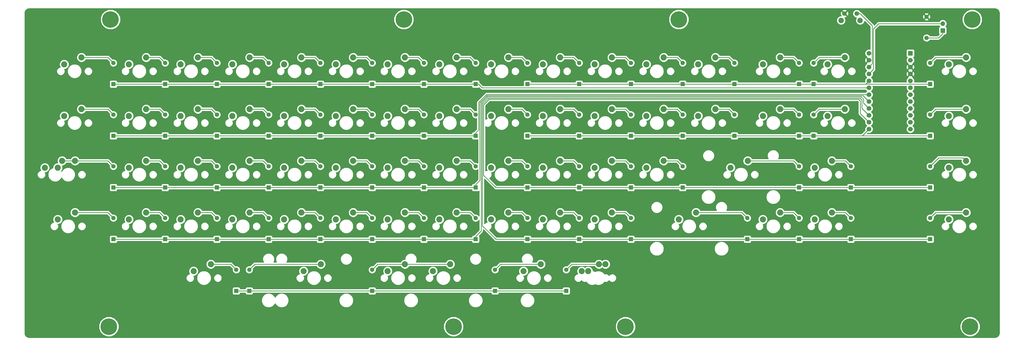
<source format=gbr>
G04 #@! TF.GenerationSoftware,KiCad,Pcbnew,(5.0.1)-3*
G04 #@! TF.CreationDate,2019-03-15T23:25:09+01:00*
G04 #@! TF.ProjectId,OC64,4F4336342E6B696361645F7063620000,rev?*
G04 #@! TF.SameCoordinates,Original*
G04 #@! TF.FileFunction,Copper,L1,Top,Signal*
G04 #@! TF.FilePolarity,Positive*
%FSLAX46Y46*%
G04 Gerber Fmt 4.6, Leading zero omitted, Abs format (unit mm)*
G04 Created by KiCad (PCBNEW (5.0.1)-3) date 15/03/2019 23:25:09*
%MOMM*%
%LPD*%
G01*
G04 APERTURE LIST*
G04 #@! TA.AperFunction,ComponentPad*
%ADD10R,1.700000X1.700000*%
G04 #@! TD*
G04 #@! TA.AperFunction,ComponentPad*
%ADD11O,1.700000X1.700000*%
G04 #@! TD*
G04 #@! TA.AperFunction,ComponentPad*
%ADD12C,1.600000*%
G04 #@! TD*
G04 #@! TA.AperFunction,ComponentPad*
%ADD13C,2.000000*%
G04 #@! TD*
G04 #@! TA.AperFunction,ComponentPad*
%ADD14C,1.700000*%
G04 #@! TD*
G04 #@! TA.AperFunction,ComponentPad*
%ADD15C,2.250000*%
G04 #@! TD*
G04 #@! TA.AperFunction,ComponentPad*
%ADD16R,1.752600X1.752600*%
G04 #@! TD*
G04 #@! TA.AperFunction,ComponentPad*
%ADD17C,1.752600*%
G04 #@! TD*
G04 #@! TA.AperFunction,ComponentPad*
%ADD18C,6.100000*%
G04 #@! TD*
G04 #@! TA.AperFunction,ComponentPad*
%ADD19R,1.600000X1.600000*%
G04 #@! TD*
G04 #@! TA.AperFunction,ViaPad*
%ADD20C,0.800000*%
G04 #@! TD*
G04 #@! TA.AperFunction,Conductor*
%ADD21C,0.250000*%
G04 #@! TD*
G04 #@! TA.AperFunction,Conductor*
%ADD22C,0.254000*%
G04 #@! TD*
G04 APERTURE END LIST*
D10*
G04 #@! TO.P,D68,1*
G04 #@! TO.N,Net-(D68-Pad1)*
X363736243Y-69056308D03*
D11*
G04 #@! TO.P,D68,2*
G04 #@! TO.N,VCC*
X363736243Y-66516308D03*
G04 #@! TD*
D12*
G04 #@! TO.P,R1,2*
G04 #@! TO.N,Net-(D68-Pad1)*
X357783113Y-71765682D03*
G04 #@! TO.P,R1,1*
G04 #@! TO.N,GND*
X357783113Y-63965682D03*
G04 #@! TD*
D13*
G04 #@! TO.P,RSW1,4*
G04 #@! TO.N,N/C*
X326302848Y-65305416D03*
G04 #@! TO.P,RSW1,3*
X333302848Y-65305416D03*
D14*
G04 #@! TO.P,RSW1,2*
G04 #@! TO.N,GND*
X327552848Y-62805416D03*
G04 #@! TO.P,RSW1,1*
G04 #@! TO.N,reset*
X332052848Y-62805416D03*
G04 #@! TD*
D15*
G04 #@! TO.P,SW67-1,1*
G04 #@! TO.N,col6*
X233218324Y-157692947D03*
G04 #@! TO.P,SW67-1,2*
G04 #@! TO.N,Net-(D67-Pad2)*
X239568324Y-155152947D03*
G04 #@! TD*
G04 #@! TO.P,SW66,1*
G04 #@! TO.N,col7*
X209405804Y-157692947D03*
G04 #@! TO.P,SW66,2*
G04 #@! TO.N,Net-(D66-Pad2)*
X215755804Y-155152947D03*
G04 #@! TD*
G04 #@! TO.P,SW65-2,1*
G04 #@! TO.N,col5*
X176068276Y-157692947D03*
G04 #@! TO.P,SW65-2,2*
G04 #@! TO.N,Net-(D65-Pad2)*
X182418276Y-155152947D03*
G04 #@! TD*
G04 #@! TO.P,SW59,1*
G04 #@! TO.N,col4*
X266555740Y-138642703D03*
G04 #@! TO.P,SW59,2*
G04 #@! TO.N,Net-(D59-Pad2)*
X272905740Y-136102703D03*
G04 #@! TD*
G04 #@! TO.P,SW45,1*
G04 #@! TO.N,col3*
X285605740Y-119592703D03*
G04 #@! TO.P,SW45,2*
G04 #@! TO.N,Net-(D45-Pad2)*
X291955740Y-117052703D03*
G04 #@! TD*
G04 #@! TO.P,SW65-1,1*
G04 #@! TO.N,col5*
X159399512Y-157692947D03*
G04 #@! TO.P,SW65-1,2*
G04 #@! TO.N,Net-(D65-Pad2)*
X165749512Y-155152947D03*
G04 #@! TD*
G04 #@! TO.P,SW64,1*
G04 #@! TO.N,col2*
X128443240Y-157692703D03*
G04 #@! TO.P,SW64,2*
G04 #@! TO.N,Net-(D64-Pad2)*
X134793240Y-155152703D03*
G04 #@! TD*
G04 #@! TO.P,SW33-2,1*
G04 #@! TO.N,col0*
X37955660Y-119592915D03*
G04 #@! TO.P,SW33-2,2*
G04 #@! TO.N,Net-(D33-Pad2)*
X44305660Y-117052915D03*
G04 #@! TD*
G04 #@! TO.P,SW48,1*
G04 #@! TO.N,col0*
X37955740Y-138642703D03*
G04 #@! TO.P,SW48,2*
G04 #@! TO.N,Net-(D48-Pad2)*
X44305740Y-136102703D03*
G04 #@! TD*
G04 #@! TO.P,SW33-1,1*
G04 #@! TO.N,col0*
X33193156Y-119592915D03*
G04 #@! TO.P,SW33-1,2*
G04 #@! TO.N,Net-(D33-Pad2)*
X39543156Y-117052915D03*
G04 #@! TD*
G04 #@! TO.P,SW1,2*
G04 #@! TO.N,Net-(D1-Pad2)*
X46686990Y-78952703D03*
G04 #@! TO.P,SW1,1*
G04 #@! TO.N,col0*
X40336990Y-81492703D03*
G04 #@! TD*
G04 #@! TO.P,SW16,2*
G04 #@! TO.N,Net-(D16-Pad2)*
X372323123Y-78952883D03*
G04 #@! TO.P,SW16,1*
G04 #@! TO.N,col0*
X365973123Y-81492883D03*
G04 #@! TD*
G04 #@! TO.P,SW67-2,2*
G04 #@! TO.N,Net-(D67-Pad2)*
X237187072Y-155152947D03*
G04 #@! TO.P,SW67-2,1*
G04 #@! TO.N,col6*
X230837072Y-157692947D03*
G04 #@! TD*
G04 #@! TO.P,SW63,2*
G04 #@! TO.N,Net-(D63-Pad2)*
X94311990Y-155152703D03*
G04 #@! TO.P,SW63,1*
G04 #@! TO.N,col1*
X87961990Y-157692703D03*
G04 #@! TD*
G04 #@! TO.P,SW17,2*
G04 #@! TO.N,Net-(D17-Pad2)*
X46686990Y-98002703D03*
G04 #@! TO.P,SW17,1*
G04 #@! TO.N,col0*
X40336990Y-100542703D03*
G04 #@! TD*
G04 #@! TO.P,SW14,2*
G04 #@! TO.N,Net-(D14-Pad2)*
X303861990Y-78952703D03*
G04 #@! TO.P,SW14,1*
G04 #@! TO.N,col2*
X297511990Y-81492703D03*
G04 #@! TD*
G04 #@! TO.P,SW30,2*
G04 #@! TO.N,Net-(D30-Pad2)*
X303861990Y-98002703D03*
G04 #@! TO.P,SW30,1*
G04 #@! TO.N,col2*
X297511990Y-100542703D03*
G04 #@! TD*
G04 #@! TO.P,SW32,2*
G04 #@! TO.N,Net-(D32-Pad2)*
X372323123Y-98002899D03*
G04 #@! TO.P,SW32,1*
G04 #@! TO.N,col0*
X365973123Y-100542899D03*
G04 #@! TD*
G04 #@! TO.P,SW62,2*
G04 #@! TO.N,Net-(D62-Pad2)*
X372323123Y-136102931D03*
G04 #@! TO.P,SW62,1*
G04 #@! TO.N,col0*
X365973123Y-138642931D03*
G04 #@! TD*
G04 #@! TO.P,SW47,2*
G04 #@! TO.N,Net-(D47-Pad2)*
X372323123Y-117052703D03*
G04 #@! TO.P,SW47,1*
G04 #@! TO.N,col0*
X365973123Y-119592703D03*
G04 #@! TD*
G04 #@! TO.P,SW52,2*
G04 #@! TO.N,Net-(D52-Pad2)*
X127649490Y-136102703D03*
G04 #@! TO.P,SW52,1*
G04 #@! TO.N,col4*
X121299490Y-138642703D03*
G04 #@! TD*
G04 #@! TO.P,SW44,2*
G04 #@! TO.N,Net-(D44-Pad2)*
X260999490Y-117052703D03*
G04 #@! TO.P,SW44,1*
G04 #@! TO.N,col4*
X254649490Y-119592703D03*
G04 #@! TD*
G04 #@! TO.P,SW51,2*
G04 #@! TO.N,Net-(D51-Pad2)*
X108599490Y-136102703D03*
G04 #@! TO.P,SW51,1*
G04 #@! TO.N,col3*
X102249490Y-138642703D03*
G04 #@! TD*
G04 #@! TO.P,SW50,2*
G04 #@! TO.N,Net-(D50-Pad2)*
X89549490Y-136102703D03*
G04 #@! TO.P,SW50,1*
G04 #@! TO.N,col2*
X83199490Y-138642703D03*
G04 #@! TD*
G04 #@! TO.P,SW49,2*
G04 #@! TO.N,Net-(D49-Pad2)*
X70499490Y-136102703D03*
G04 #@! TO.P,SW49,1*
G04 #@! TO.N,col1*
X64149490Y-138642703D03*
G04 #@! TD*
G04 #@! TO.P,SW46,2*
G04 #@! TO.N,Net-(D46-Pad2)*
X322911990Y-117052703D03*
G04 #@! TO.P,SW46,1*
G04 #@! TO.N,col1*
X316561990Y-119592703D03*
G04 #@! TD*
G04 #@! TO.P,SW43,2*
G04 #@! TO.N,Net-(D43-Pad2)*
X241949490Y-117052703D03*
G04 #@! TO.P,SW43,1*
G04 #@! TO.N,col5*
X235599490Y-119592703D03*
G04 #@! TD*
G04 #@! TO.P,SW42,2*
G04 #@! TO.N,Net-(D42-Pad2)*
X222899490Y-117052703D03*
G04 #@! TO.P,SW42,1*
G04 #@! TO.N,col6*
X216549490Y-119592703D03*
G04 #@! TD*
G04 #@! TO.P,SW41,2*
G04 #@! TO.N,Net-(D41-Pad2)*
X203849490Y-117052703D03*
G04 #@! TO.P,SW41,1*
G04 #@! TO.N,col7*
X197499490Y-119592703D03*
G04 #@! TD*
G04 #@! TO.P,SW40,2*
G04 #@! TO.N,Net-(D40-Pad2)*
X184799490Y-117052703D03*
G04 #@! TO.P,SW40,1*
G04 #@! TO.N,col7*
X178449490Y-119592703D03*
G04 #@! TD*
G04 #@! TO.P,SW37,2*
G04 #@! TO.N,Net-(D37-Pad2)*
X127649490Y-117052703D03*
G04 #@! TO.P,SW37,1*
G04 #@! TO.N,col4*
X121299490Y-119592703D03*
G04 #@! TD*
G04 #@! TO.P,SW38,2*
G04 #@! TO.N,Net-(D38-Pad2)*
X146699490Y-117052703D03*
G04 #@! TO.P,SW38,1*
G04 #@! TO.N,col5*
X140349490Y-119592703D03*
G04 #@! TD*
G04 #@! TO.P,SW39,2*
G04 #@! TO.N,Net-(D39-Pad2)*
X165749490Y-117052703D03*
G04 #@! TO.P,SW39,1*
G04 #@! TO.N,col6*
X159399490Y-119592703D03*
G04 #@! TD*
G04 #@! TO.P,SW2,2*
G04 #@! TO.N,Net-(D2-Pad2)*
X70499490Y-78952703D03*
G04 #@! TO.P,SW2,1*
G04 #@! TO.N,col1*
X64149490Y-81492703D03*
G04 #@! TD*
G04 #@! TO.P,SW36,2*
G04 #@! TO.N,Net-(D36-Pad2)*
X108599490Y-117052703D03*
G04 #@! TO.P,SW36,1*
G04 #@! TO.N,col3*
X102249490Y-119592703D03*
G04 #@! TD*
G04 #@! TO.P,SW61,2*
G04 #@! TO.N,Net-(D61-Pad2)*
X322911990Y-136102703D03*
G04 #@! TO.P,SW61,1*
G04 #@! TO.N,col1*
X316561990Y-138642703D03*
G04 #@! TD*
G04 #@! TO.P,SW60,2*
G04 #@! TO.N,Net-(D60-Pad2)*
X303861990Y-136102703D03*
G04 #@! TO.P,SW60,1*
G04 #@! TO.N,col2*
X297511990Y-138642703D03*
G04 #@! TD*
G04 #@! TO.P,SW57,2*
G04 #@! TO.N,Net-(D57-Pad2)*
X222899490Y-136102703D03*
G04 #@! TO.P,SW57,1*
G04 #@! TO.N,col6*
X216549490Y-138642703D03*
G04 #@! TD*
G04 #@! TO.P,SW56,2*
G04 #@! TO.N,Net-(D56-Pad2)*
X203849490Y-136102703D03*
G04 #@! TO.P,SW56,1*
G04 #@! TO.N,col7*
X197499490Y-138642703D03*
G04 #@! TD*
G04 #@! TO.P,SW53,2*
G04 #@! TO.N,Net-(D53-Pad2)*
X146699490Y-136102703D03*
G04 #@! TO.P,SW53,1*
G04 #@! TO.N,col5*
X140349490Y-138642703D03*
G04 #@! TD*
G04 #@! TO.P,SW55,2*
G04 #@! TO.N,Net-(D55-Pad2)*
X184799490Y-136102703D03*
G04 #@! TO.P,SW55,1*
G04 #@! TO.N,col7*
X178449490Y-138642703D03*
G04 #@! TD*
G04 #@! TO.P,SW54,2*
G04 #@! TO.N,Net-(D54-Pad2)*
X165749490Y-136102703D03*
G04 #@! TO.P,SW54,1*
G04 #@! TO.N,col6*
X159399490Y-138642703D03*
G04 #@! TD*
G04 #@! TO.P,SW3,2*
G04 #@! TO.N,Net-(D3-Pad2)*
X89549490Y-78952703D03*
G04 #@! TO.P,SW3,1*
G04 #@! TO.N,col2*
X83199490Y-81492703D03*
G04 #@! TD*
G04 #@! TO.P,SW24,2*
G04 #@! TO.N,Net-(D24-Pad2)*
X184799490Y-98002703D03*
G04 #@! TO.P,SW24,1*
G04 #@! TO.N,col7*
X178449490Y-100542703D03*
G04 #@! TD*
G04 #@! TO.P,SW58,2*
G04 #@! TO.N,Net-(D58-Pad2)*
X241949490Y-136102703D03*
G04 #@! TO.P,SW58,1*
G04 #@! TO.N,col5*
X235599490Y-138642703D03*
G04 #@! TD*
G04 #@! TO.P,SW11,2*
G04 #@! TO.N,Net-(D11-Pad2)*
X241949490Y-78952703D03*
G04 #@! TO.P,SW11,1*
G04 #@! TO.N,col5*
X235599490Y-81492703D03*
G04 #@! TD*
G04 #@! TO.P,SW18,2*
G04 #@! TO.N,Net-(D18-Pad2)*
X70499490Y-98002703D03*
G04 #@! TO.P,SW18,1*
G04 #@! TO.N,col1*
X64149490Y-100542703D03*
G04 #@! TD*
G04 #@! TO.P,SW15,2*
G04 #@! TO.N,Net-(D15-Pad2)*
X327674490Y-78952703D03*
G04 #@! TO.P,SW15,1*
G04 #@! TO.N,col1*
X321324490Y-81492703D03*
G04 #@! TD*
G04 #@! TO.P,SW12,2*
G04 #@! TO.N,Net-(D12-Pad2)*
X260999490Y-78952703D03*
G04 #@! TO.P,SW12,1*
G04 #@! TO.N,col4*
X254649490Y-81492703D03*
G04 #@! TD*
G04 #@! TO.P,SW34,2*
G04 #@! TO.N,Net-(D34-Pad2)*
X70499490Y-117052703D03*
G04 #@! TO.P,SW34,1*
G04 #@! TO.N,col1*
X64149490Y-119592703D03*
G04 #@! TD*
G04 #@! TO.P,SW10,2*
G04 #@! TO.N,Net-(D10-Pad2)*
X222899490Y-78952703D03*
G04 #@! TO.P,SW10,1*
G04 #@! TO.N,col6*
X216549490Y-81492703D03*
G04 #@! TD*
G04 #@! TO.P,SW9,2*
G04 #@! TO.N,Net-(D9-Pad2)*
X203849490Y-78952703D03*
G04 #@! TO.P,SW9,1*
G04 #@! TO.N,col7*
X197499490Y-81492703D03*
G04 #@! TD*
G04 #@! TO.P,SW8,2*
G04 #@! TO.N,Net-(D8-Pad2)*
X184799490Y-78952703D03*
G04 #@! TO.P,SW8,1*
G04 #@! TO.N,col7*
X178449490Y-81492703D03*
G04 #@! TD*
G04 #@! TO.P,SW7,2*
G04 #@! TO.N,Net-(D7-Pad2)*
X165749490Y-78952703D03*
G04 #@! TO.P,SW7,1*
G04 #@! TO.N,col6*
X159399490Y-81492703D03*
G04 #@! TD*
G04 #@! TO.P,SW31,2*
G04 #@! TO.N,Net-(D31-Pad2)*
X327674490Y-98002703D03*
G04 #@! TO.P,SW31,1*
G04 #@! TO.N,col1*
X321324490Y-100542703D03*
G04 #@! TD*
G04 #@! TO.P,SW5,2*
G04 #@! TO.N,Net-(D5-Pad2)*
X127649490Y-78952703D03*
G04 #@! TO.P,SW5,1*
G04 #@! TO.N,col4*
X121299490Y-81492703D03*
G04 #@! TD*
G04 #@! TO.P,SW6,2*
G04 #@! TO.N,Net-(D6-Pad2)*
X146699490Y-78952703D03*
G04 #@! TO.P,SW6,1*
G04 #@! TO.N,col5*
X140349490Y-81492703D03*
G04 #@! TD*
G04 #@! TO.P,SW35,2*
G04 #@! TO.N,Net-(D35-Pad2)*
X89549490Y-117052703D03*
G04 #@! TO.P,SW35,1*
G04 #@! TO.N,col2*
X83199490Y-119592703D03*
G04 #@! TD*
G04 #@! TO.P,SW19,2*
G04 #@! TO.N,Net-(D19-Pad2)*
X89549490Y-98002703D03*
G04 #@! TO.P,SW19,1*
G04 #@! TO.N,col2*
X83199490Y-100542703D03*
G04 #@! TD*
G04 #@! TO.P,SW20,2*
G04 #@! TO.N,Net-(D20-Pad2)*
X108599490Y-98002703D03*
G04 #@! TO.P,SW20,1*
G04 #@! TO.N,col3*
X102249490Y-100542703D03*
G04 #@! TD*
G04 #@! TO.P,SW21,2*
G04 #@! TO.N,Net-(D21-Pad2)*
X127649490Y-98002703D03*
G04 #@! TO.P,SW21,1*
G04 #@! TO.N,col4*
X121299490Y-100542703D03*
G04 #@! TD*
G04 #@! TO.P,SW26,2*
G04 #@! TO.N,Net-(D26-Pad2)*
X222899490Y-98002703D03*
G04 #@! TO.P,SW26,1*
G04 #@! TO.N,col6*
X216549490Y-100542703D03*
G04 #@! TD*
G04 #@! TO.P,SW22,2*
G04 #@! TO.N,Net-(D22-Pad2)*
X146699490Y-98002703D03*
G04 #@! TO.P,SW22,1*
G04 #@! TO.N,col5*
X140349490Y-100542703D03*
G04 #@! TD*
G04 #@! TO.P,SW23,2*
G04 #@! TO.N,Net-(D23-Pad2)*
X165749490Y-98002703D03*
G04 #@! TO.P,SW23,1*
G04 #@! TO.N,col6*
X159399490Y-100542703D03*
G04 #@! TD*
G04 #@! TO.P,SW25,2*
G04 #@! TO.N,Net-(D25-Pad2)*
X203849490Y-98002703D03*
G04 #@! TO.P,SW25,1*
G04 #@! TO.N,col7*
X197499490Y-100542703D03*
G04 #@! TD*
G04 #@! TO.P,SW13,2*
G04 #@! TO.N,Net-(D13-Pad2)*
X280049490Y-78952703D03*
G04 #@! TO.P,SW13,1*
G04 #@! TO.N,col3*
X273699490Y-81492703D03*
G04 #@! TD*
G04 #@! TO.P,SW27,2*
G04 #@! TO.N,Net-(D27-Pad2)*
X241949490Y-98002703D03*
G04 #@! TO.P,SW27,1*
G04 #@! TO.N,col5*
X235599490Y-100542703D03*
G04 #@! TD*
G04 #@! TO.P,SW28,2*
G04 #@! TO.N,Net-(D28-Pad2)*
X260999490Y-98002703D03*
G04 #@! TO.P,SW28,1*
G04 #@! TO.N,col4*
X254649490Y-100542703D03*
G04 #@! TD*
G04 #@! TO.P,SW4,2*
G04 #@! TO.N,Net-(D4-Pad2)*
X108599490Y-78952703D03*
G04 #@! TO.P,SW4,1*
G04 #@! TO.N,col3*
X102249490Y-81492703D03*
G04 #@! TD*
G04 #@! TO.P,SW29,2*
G04 #@! TO.N,Net-(D29-Pad2)*
X280049490Y-98002703D03*
G04 #@! TO.P,SW29,1*
G04 #@! TO.N,col3*
X273699490Y-100542703D03*
G04 #@! TD*
D16*
G04 #@! TO.P,U1,1*
G04 #@! TO.N,led*
X351804664Y-77430000D03*
D17*
G04 #@! TO.P,U1,2*
G04 #@! TO.N,col0*
X351804664Y-79970000D03*
G04 #@! TO.P,U1,3*
G04 #@! TO.N,GND*
X351804664Y-82510000D03*
G04 #@! TO.P,U1,4*
X351804664Y-85050000D03*
G04 #@! TO.P,U1,5*
G04 #@! TO.N,col1*
X351804664Y-87590000D03*
G04 #@! TO.P,U1,6*
G04 #@! TO.N,col2*
X351804664Y-90130000D03*
G04 #@! TO.P,U1,7*
G04 #@! TO.N,col3*
X351804664Y-92670000D03*
G04 #@! TO.P,U1,8*
G04 #@! TO.N,col4*
X351804664Y-95210000D03*
G04 #@! TO.P,U1,9*
G04 #@! TO.N,col5*
X351804664Y-97750000D03*
G04 #@! TO.P,U1,10*
G04 #@! TO.N,col6*
X351804664Y-100290000D03*
G04 #@! TO.P,U1,11*
G04 #@! TO.N,row8*
X351804664Y-102830000D03*
G04 #@! TO.P,U1,13*
G04 #@! TO.N,row3*
X336564664Y-105370000D03*
G04 #@! TO.P,U1,14*
G04 #@! TO.N,row5*
X336564664Y-102830000D03*
G04 #@! TO.P,U1,15*
G04 #@! TO.N,row7*
X336564664Y-100290000D03*
G04 #@! TO.P,U1,16*
G04 #@! TO.N,row6*
X336564664Y-97750000D03*
G04 #@! TO.P,U1,17*
G04 #@! TO.N,row4*
X336564664Y-95210000D03*
G04 #@! TO.P,U1,18*
G04 #@! TO.N,row2*
X336564664Y-92670000D03*
G04 #@! TO.P,U1,19*
G04 #@! TO.N,row0*
X336564664Y-90130000D03*
G04 #@! TO.P,U1,20*
G04 #@! TO.N,row1*
X336564664Y-87590000D03*
G04 #@! TO.P,U1,21*
G04 #@! TO.N,VCC*
X336564664Y-85050000D03*
G04 #@! TO.P,U1,22*
G04 #@! TO.N,reset*
X336564664Y-82510000D03*
G04 #@! TO.P,U1,23*
G04 #@! TO.N,GND*
X336564664Y-79970000D03*
G04 #@! TO.P,U1,12*
G04 #@! TO.N,col7*
X351804664Y-105370000D03*
G04 #@! TO.P,U1,24*
G04 #@! TO.N,Net-(U1-Pad24)*
X336564664Y-77430000D03*
G04 #@! TD*
D18*
G04 #@! TO.P,H3,*
G04 #@! TO.N,*
X246934440Y-178157939D03*
G04 #@! TD*
G04 #@! TO.P,H8,*
G04 #@! TO.N,*
X374559400Y-64982867D03*
G04 #@! TD*
G04 #@! TO.P,H7,*
G04 #@! TO.N,*
X373784440Y-178157939D03*
G04 #@! TD*
G04 #@! TO.P,H6,*
G04 #@! TO.N,*
X266559400Y-64982867D03*
G04 #@! TD*
G04 #@! TO.P,H4,*
G04 #@! TO.N,*
X183634440Y-178157939D03*
G04 #@! TD*
G04 #@! TO.P,H2,*
G04 #@! TO.N,*
X165359400Y-64982867D03*
G04 #@! TD*
G04 #@! TO.P,H1,*
G04 #@! TO.N,*
X56784440Y-178157939D03*
G04 #@! TD*
G04 #@! TO.P,H5,*
G04 #@! TO.N,*
X57359400Y-64982867D03*
G04 #@! TD*
D12*
G04 #@! TO.P,D64,2*
G04 #@! TO.N,Net-(D64-Pad2)*
X108440740Y-157195203D03*
D19*
G04 #@! TO.P,D64,1*
G04 #@! TO.N,row8*
X108440740Y-164995203D03*
G04 #@! TD*
G04 #@! TO.P,D65,1*
G04 #@! TO.N,row8*
X153684490Y-164995203D03*
D12*
G04 #@! TO.P,D65,2*
G04 #@! TO.N,Net-(D65-Pad2)*
X153684490Y-157195203D03*
G04 #@! TD*
G04 #@! TO.P,D66,2*
G04 #@! TO.N,Net-(D66-Pad2)*
X198928240Y-157195203D03*
D19*
G04 #@! TO.P,D66,1*
G04 #@! TO.N,row8*
X198928240Y-164995203D03*
G04 #@! TD*
G04 #@! TO.P,D67,1*
G04 #@! TO.N,row8*
X225122064Y-164995451D03*
D12*
G04 #@! TO.P,D67,2*
G04 #@! TO.N,Net-(D67-Pad2)*
X225122064Y-157195451D03*
G04 #@! TD*
G04 #@! TO.P,D1,2*
G04 #@! TO.N,Net-(D1-Pad2)*
X58434490Y-80995203D03*
D19*
G04 #@! TO.P,D1,1*
G04 #@! TO.N,row0*
X58434490Y-88795203D03*
G04 #@! TD*
D12*
G04 #@! TO.P,D2,2*
G04 #@! TO.N,Net-(D2-Pad2)*
X77484490Y-80995203D03*
D19*
G04 #@! TO.P,D2,1*
G04 #@! TO.N,row0*
X77484490Y-88795203D03*
G04 #@! TD*
D12*
G04 #@! TO.P,D3,2*
G04 #@! TO.N,Net-(D3-Pad2)*
X96534490Y-80995203D03*
D19*
G04 #@! TO.P,D3,1*
G04 #@! TO.N,row0*
X96534490Y-88795203D03*
G04 #@! TD*
D12*
G04 #@! TO.P,D4,2*
G04 #@! TO.N,Net-(D4-Pad2)*
X115584490Y-80995203D03*
D19*
G04 #@! TO.P,D4,1*
G04 #@! TO.N,row0*
X115584490Y-88795203D03*
G04 #@! TD*
D12*
G04 #@! TO.P,D5,2*
G04 #@! TO.N,Net-(D5-Pad2)*
X134634490Y-80995203D03*
D19*
G04 #@! TO.P,D5,1*
G04 #@! TO.N,row0*
X134634490Y-88795203D03*
G04 #@! TD*
D12*
G04 #@! TO.P,D6,2*
G04 #@! TO.N,Net-(D6-Pad2)*
X153684490Y-80995203D03*
D19*
G04 #@! TO.P,D6,1*
G04 #@! TO.N,row0*
X153684490Y-88795203D03*
G04 #@! TD*
D12*
G04 #@! TO.P,D7,2*
G04 #@! TO.N,Net-(D7-Pad2)*
X172734490Y-80995203D03*
D19*
G04 #@! TO.P,D7,1*
G04 #@! TO.N,row0*
X172734490Y-88795203D03*
G04 #@! TD*
D12*
G04 #@! TO.P,D8,2*
G04 #@! TO.N,Net-(D8-Pad2)*
X191784490Y-80995203D03*
D19*
G04 #@! TO.P,D8,1*
G04 #@! TO.N,row0*
X191784490Y-88795203D03*
G04 #@! TD*
G04 #@! TO.P,D9,1*
G04 #@! TO.N,row1*
X210834490Y-88795203D03*
D12*
G04 #@! TO.P,D9,2*
G04 #@! TO.N,Net-(D9-Pad2)*
X210834490Y-80995203D03*
G04 #@! TD*
D19*
G04 #@! TO.P,D10,1*
G04 #@! TO.N,row1*
X229884490Y-88795203D03*
D12*
G04 #@! TO.P,D10,2*
G04 #@! TO.N,Net-(D10-Pad2)*
X229884490Y-80995203D03*
G04 #@! TD*
D19*
G04 #@! TO.P,D11,1*
G04 #@! TO.N,row1*
X248934490Y-88795203D03*
D12*
G04 #@! TO.P,D11,2*
G04 #@! TO.N,Net-(D11-Pad2)*
X248934490Y-80995203D03*
G04 #@! TD*
D19*
G04 #@! TO.P,D12,1*
G04 #@! TO.N,row1*
X267984490Y-88795203D03*
D12*
G04 #@! TO.P,D12,2*
G04 #@! TO.N,Net-(D12-Pad2)*
X267984490Y-80995203D03*
G04 #@! TD*
D19*
G04 #@! TO.P,D13,1*
G04 #@! TO.N,row1*
X287034490Y-88795203D03*
D12*
G04 #@! TO.P,D13,2*
G04 #@! TO.N,Net-(D13-Pad2)*
X287034490Y-80995203D03*
G04 #@! TD*
D19*
G04 #@! TO.P,D14,1*
G04 #@! TO.N,row1*
X310847136Y-88795203D03*
D12*
G04 #@! TO.P,D14,2*
G04 #@! TO.N,Net-(D14-Pad2)*
X310847136Y-80995203D03*
G04 #@! TD*
D19*
G04 #@! TO.P,D15,1*
G04 #@! TO.N,row1*
X316204953Y-88795203D03*
D12*
G04 #@! TO.P,D15,2*
G04 #@! TO.N,Net-(D15-Pad2)*
X316204953Y-80995203D03*
G04 #@! TD*
D19*
G04 #@! TO.P,D16,1*
G04 #@! TO.N,row1*
X359067489Y-88795387D03*
D12*
G04 #@! TO.P,D16,2*
G04 #@! TO.N,Net-(D16-Pad2)*
X359067489Y-80995387D03*
G04 #@! TD*
G04 #@! TO.P,D17,2*
G04 #@! TO.N,Net-(D17-Pad2)*
X58434490Y-100045203D03*
D19*
G04 #@! TO.P,D17,1*
G04 #@! TO.N,row2*
X58434490Y-107845203D03*
G04 #@! TD*
D12*
G04 #@! TO.P,D18,2*
G04 #@! TO.N,Net-(D18-Pad2)*
X77484490Y-100045203D03*
D19*
G04 #@! TO.P,D18,1*
G04 #@! TO.N,row2*
X77484490Y-107845203D03*
G04 #@! TD*
D12*
G04 #@! TO.P,D19,2*
G04 #@! TO.N,Net-(D19-Pad2)*
X96534490Y-100045203D03*
D19*
G04 #@! TO.P,D19,1*
G04 #@! TO.N,row2*
X96534490Y-107845203D03*
G04 #@! TD*
D12*
G04 #@! TO.P,D20,2*
G04 #@! TO.N,Net-(D20-Pad2)*
X115584490Y-100045203D03*
D19*
G04 #@! TO.P,D20,1*
G04 #@! TO.N,row2*
X115584490Y-107845203D03*
G04 #@! TD*
D12*
G04 #@! TO.P,D21,2*
G04 #@! TO.N,Net-(D21-Pad2)*
X134634490Y-100045203D03*
D19*
G04 #@! TO.P,D21,1*
G04 #@! TO.N,row2*
X134634490Y-107845203D03*
G04 #@! TD*
D12*
G04 #@! TO.P,D22,2*
G04 #@! TO.N,Net-(D22-Pad2)*
X153684490Y-100045203D03*
D19*
G04 #@! TO.P,D22,1*
G04 #@! TO.N,row2*
X153684490Y-107845203D03*
G04 #@! TD*
D12*
G04 #@! TO.P,D23,2*
G04 #@! TO.N,Net-(D23-Pad2)*
X172734490Y-100045203D03*
D19*
G04 #@! TO.P,D23,1*
G04 #@! TO.N,row2*
X172734490Y-107845203D03*
G04 #@! TD*
D12*
G04 #@! TO.P,D24,2*
G04 #@! TO.N,Net-(D24-Pad2)*
X191784490Y-100045203D03*
D19*
G04 #@! TO.P,D24,1*
G04 #@! TO.N,row2*
X191784490Y-107845203D03*
G04 #@! TD*
G04 #@! TO.P,D25,1*
G04 #@! TO.N,row3*
X210834490Y-107845203D03*
D12*
G04 #@! TO.P,D25,2*
G04 #@! TO.N,Net-(D25-Pad2)*
X210834490Y-100045203D03*
G04 #@! TD*
D19*
G04 #@! TO.P,D26,1*
G04 #@! TO.N,row3*
X229884490Y-107845203D03*
D12*
G04 #@! TO.P,D26,2*
G04 #@! TO.N,Net-(D26-Pad2)*
X229884490Y-100045203D03*
G04 #@! TD*
D19*
G04 #@! TO.P,D27,1*
G04 #@! TO.N,row3*
X248934490Y-107845203D03*
D12*
G04 #@! TO.P,D27,2*
G04 #@! TO.N,Net-(D27-Pad2)*
X248934490Y-100045203D03*
G04 #@! TD*
D19*
G04 #@! TO.P,D28,1*
G04 #@! TO.N,row3*
X267984490Y-107845203D03*
D12*
G04 #@! TO.P,D28,2*
G04 #@! TO.N,Net-(D28-Pad2)*
X267984490Y-100045203D03*
G04 #@! TD*
D19*
G04 #@! TO.P,D29,1*
G04 #@! TO.N,row3*
X287034490Y-107845203D03*
D12*
G04 #@! TO.P,D29,2*
G04 #@! TO.N,Net-(D29-Pad2)*
X287034490Y-100045203D03*
G04 #@! TD*
D19*
G04 #@! TO.P,D30,1*
G04 #@! TO.N,row3*
X310847136Y-107845203D03*
D12*
G04 #@! TO.P,D30,2*
G04 #@! TO.N,Net-(D30-Pad2)*
X310847136Y-100045203D03*
G04 #@! TD*
D19*
G04 #@! TO.P,D31,1*
G04 #@! TO.N,row3*
X316204953Y-107845203D03*
D12*
G04 #@! TO.P,D31,2*
G04 #@! TO.N,Net-(D31-Pad2)*
X316204953Y-100045203D03*
G04 #@! TD*
D19*
G04 #@! TO.P,D32,1*
G04 #@! TO.N,row3*
X359067489Y-107845203D03*
D12*
G04 #@! TO.P,D32,2*
G04 #@! TO.N,Net-(D32-Pad2)*
X359067489Y-100045203D03*
G04 #@! TD*
G04 #@! TO.P,D33,2*
G04 #@! TO.N,Net-(D33-Pad2)*
X58434490Y-119095203D03*
D19*
G04 #@! TO.P,D33,1*
G04 #@! TO.N,row4*
X58434490Y-126895203D03*
G04 #@! TD*
D12*
G04 #@! TO.P,D34,2*
G04 #@! TO.N,Net-(D34-Pad2)*
X77484490Y-119095203D03*
D19*
G04 #@! TO.P,D34,1*
G04 #@! TO.N,row4*
X77484490Y-126895203D03*
G04 #@! TD*
D12*
G04 #@! TO.P,D35,2*
G04 #@! TO.N,Net-(D35-Pad2)*
X96534490Y-119095203D03*
D19*
G04 #@! TO.P,D35,1*
G04 #@! TO.N,row4*
X96534490Y-126895203D03*
G04 #@! TD*
D12*
G04 #@! TO.P,D36,2*
G04 #@! TO.N,Net-(D36-Pad2)*
X115584490Y-119095203D03*
D19*
G04 #@! TO.P,D36,1*
G04 #@! TO.N,row4*
X115584490Y-126895203D03*
G04 #@! TD*
D12*
G04 #@! TO.P,D37,2*
G04 #@! TO.N,Net-(D37-Pad2)*
X134634490Y-119095203D03*
D19*
G04 #@! TO.P,D37,1*
G04 #@! TO.N,row4*
X134634490Y-126895203D03*
G04 #@! TD*
D12*
G04 #@! TO.P,D38,2*
G04 #@! TO.N,Net-(D38-Pad2)*
X153684490Y-119095203D03*
D19*
G04 #@! TO.P,D38,1*
G04 #@! TO.N,row4*
X153684490Y-126895203D03*
G04 #@! TD*
D12*
G04 #@! TO.P,D39,2*
G04 #@! TO.N,Net-(D39-Pad2)*
X172734490Y-119095203D03*
D19*
G04 #@! TO.P,D39,1*
G04 #@! TO.N,row4*
X172734490Y-126895203D03*
G04 #@! TD*
D12*
G04 #@! TO.P,D40,2*
G04 #@! TO.N,Net-(D40-Pad2)*
X191784490Y-119095203D03*
D19*
G04 #@! TO.P,D40,1*
G04 #@! TO.N,row4*
X191784490Y-126895203D03*
G04 #@! TD*
G04 #@! TO.P,D41,1*
G04 #@! TO.N,row5*
X210834490Y-126895203D03*
D12*
G04 #@! TO.P,D41,2*
G04 #@! TO.N,Net-(D41-Pad2)*
X210834490Y-119095203D03*
G04 #@! TD*
D19*
G04 #@! TO.P,D42,1*
G04 #@! TO.N,row5*
X229884490Y-126895203D03*
D12*
G04 #@! TO.P,D42,2*
G04 #@! TO.N,Net-(D42-Pad2)*
X229884490Y-119095203D03*
G04 #@! TD*
D19*
G04 #@! TO.P,D43,1*
G04 #@! TO.N,row5*
X248934490Y-126895203D03*
D12*
G04 #@! TO.P,D43,2*
G04 #@! TO.N,Net-(D43-Pad2)*
X248934490Y-119095203D03*
G04 #@! TD*
G04 #@! TO.P,D44,2*
G04 #@! TO.N,Net-(D44-Pad2)*
X267984490Y-119095203D03*
D19*
G04 #@! TO.P,D44,1*
G04 #@! TO.N,row5*
X267984490Y-126895203D03*
G04 #@! TD*
G04 #@! TO.P,D45,1*
G04 #@! TO.N,row5*
X310846990Y-126895203D03*
D12*
G04 #@! TO.P,D45,2*
G04 #@! TO.N,Net-(D45-Pad2)*
X310846990Y-119095203D03*
G04 #@! TD*
D19*
G04 #@! TO.P,D46,1*
G04 #@! TO.N,row5*
X329896990Y-126895203D03*
D12*
G04 #@! TO.P,D46,2*
G04 #@! TO.N,Net-(D46-Pad2)*
X329896990Y-119095203D03*
G04 #@! TD*
D19*
G04 #@! TO.P,D47,1*
G04 #@! TO.N,row5*
X359067489Y-126895419D03*
D12*
G04 #@! TO.P,D47,2*
G04 #@! TO.N,Net-(D47-Pad2)*
X359067489Y-119095419D03*
G04 #@! TD*
G04 #@! TO.P,D48,2*
G04 #@! TO.N,Net-(D48-Pad2)*
X58434490Y-138145203D03*
D19*
G04 #@! TO.P,D48,1*
G04 #@! TO.N,row6*
X58434490Y-145945203D03*
G04 #@! TD*
D12*
G04 #@! TO.P,D49,2*
G04 #@! TO.N,Net-(D49-Pad2)*
X77484490Y-138145203D03*
D19*
G04 #@! TO.P,D49,1*
G04 #@! TO.N,row6*
X77484490Y-145945203D03*
G04 #@! TD*
D12*
G04 #@! TO.P,D50,2*
G04 #@! TO.N,Net-(D50-Pad2)*
X96534490Y-138145203D03*
D19*
G04 #@! TO.P,D50,1*
G04 #@! TO.N,row6*
X96534490Y-145945203D03*
G04 #@! TD*
D12*
G04 #@! TO.P,D51,2*
G04 #@! TO.N,Net-(D51-Pad2)*
X115584490Y-138145203D03*
D19*
G04 #@! TO.P,D51,1*
G04 #@! TO.N,row6*
X115584490Y-145945203D03*
G04 #@! TD*
D12*
G04 #@! TO.P,D52,2*
G04 #@! TO.N,Net-(D52-Pad2)*
X134634490Y-138145203D03*
D19*
G04 #@! TO.P,D52,1*
G04 #@! TO.N,row6*
X134634490Y-145945203D03*
G04 #@! TD*
D12*
G04 #@! TO.P,D53,2*
G04 #@! TO.N,Net-(D53-Pad2)*
X153684490Y-138145203D03*
D19*
G04 #@! TO.P,D53,1*
G04 #@! TO.N,row6*
X153684490Y-145945203D03*
G04 #@! TD*
D12*
G04 #@! TO.P,D54,2*
G04 #@! TO.N,Net-(D54-Pad2)*
X172734490Y-138145203D03*
D19*
G04 #@! TO.P,D54,1*
G04 #@! TO.N,row6*
X172734490Y-145945203D03*
G04 #@! TD*
D12*
G04 #@! TO.P,D55,2*
G04 #@! TO.N,Net-(D55-Pad2)*
X191784490Y-138145203D03*
D19*
G04 #@! TO.P,D55,1*
G04 #@! TO.N,row6*
X191784490Y-145945203D03*
G04 #@! TD*
G04 #@! TO.P,D56,1*
G04 #@! TO.N,row7*
X210834490Y-145945203D03*
D12*
G04 #@! TO.P,D56,2*
G04 #@! TO.N,Net-(D56-Pad2)*
X210834490Y-138145203D03*
G04 #@! TD*
D19*
G04 #@! TO.P,D57,1*
G04 #@! TO.N,row7*
X229884490Y-145945203D03*
D12*
G04 #@! TO.P,D57,2*
G04 #@! TO.N,Net-(D57-Pad2)*
X229884490Y-138145203D03*
G04 #@! TD*
D19*
G04 #@! TO.P,D58,1*
G04 #@! TO.N,row7*
X248934490Y-145945203D03*
D12*
G04 #@! TO.P,D58,2*
G04 #@! TO.N,Net-(D58-Pad2)*
X248934490Y-138145203D03*
G04 #@! TD*
G04 #@! TO.P,D59,2*
G04 #@! TO.N,Net-(D59-Pad2)*
X291796990Y-138145203D03*
D19*
G04 #@! TO.P,D59,1*
G04 #@! TO.N,row7*
X291796990Y-145945203D03*
G04 #@! TD*
G04 #@! TO.P,D60,1*
G04 #@! TO.N,row7*
X310846990Y-145945203D03*
D12*
G04 #@! TO.P,D60,2*
G04 #@! TO.N,Net-(D60-Pad2)*
X310846990Y-138145203D03*
G04 #@! TD*
D19*
G04 #@! TO.P,D61,1*
G04 #@! TO.N,row7*
X329896990Y-145945203D03*
D12*
G04 #@! TO.P,D61,2*
G04 #@! TO.N,Net-(D61-Pad2)*
X329896990Y-138145203D03*
G04 #@! TD*
D19*
G04 #@! TO.P,D62,1*
G04 #@! TO.N,row7*
X359067489Y-145945435D03*
D12*
G04 #@! TO.P,D62,2*
G04 #@! TO.N,Net-(D62-Pad2)*
X359067489Y-138145435D03*
G04 #@! TD*
G04 #@! TO.P,D63,2*
G04 #@! TO.N,Net-(D63-Pad2)*
X103678240Y-157195203D03*
D19*
G04 #@! TO.P,D63,1*
G04 #@! TO.N,row8*
X103678240Y-164995203D03*
G04 #@! TD*
D20*
G04 #@! TO.N,GND*
X210800000Y-112600000D03*
X230000000Y-112600000D03*
X249000000Y-112600000D03*
X268000000Y-112600000D03*
X287000000Y-112600000D03*
X310800000Y-112600000D03*
G04 #@! TD*
D21*
G04 #@! TO.N,Net-(D1-Pad2)*
X46686990Y-78952703D02*
X56391990Y-78952703D01*
X56391990Y-78952703D02*
X58434490Y-80995203D01*
G04 #@! TO.N,row0*
X191784490Y-88795203D02*
X58434490Y-88795203D01*
X192834490Y-88795203D02*
X191784490Y-88795203D01*
X194169287Y-90130000D02*
X192834490Y-88795203D01*
X336564664Y-90130000D02*
X194169287Y-90130000D01*
G04 #@! TO.N,Net-(D2-Pad2)*
X70499490Y-78952703D02*
X75441990Y-78952703D01*
X75441990Y-78952703D02*
X77484490Y-80995203D01*
G04 #@! TO.N,Net-(D3-Pad2)*
X89549490Y-78952703D02*
X94491990Y-78952703D01*
X94491990Y-78952703D02*
X96534490Y-80995203D01*
G04 #@! TO.N,Net-(D4-Pad2)*
X108599490Y-78952703D02*
X113541990Y-78952703D01*
X113541990Y-78952703D02*
X115584490Y-80995203D01*
G04 #@! TO.N,Net-(D5-Pad2)*
X127649490Y-78952703D02*
X132591990Y-78952703D01*
X132591990Y-78952703D02*
X134634490Y-80995203D01*
G04 #@! TO.N,Net-(D6-Pad2)*
X146699490Y-78952703D02*
X151641990Y-78952703D01*
X151641990Y-78952703D02*
X153684490Y-80995203D01*
G04 #@! TO.N,Net-(D7-Pad2)*
X165749490Y-78952703D02*
X170691990Y-78952703D01*
X170691990Y-78952703D02*
X172734490Y-80995203D01*
G04 #@! TO.N,Net-(D8-Pad2)*
X184799490Y-78952703D02*
X189741990Y-78952703D01*
X189741990Y-78952703D02*
X191784490Y-80995203D01*
G04 #@! TO.N,Net-(D9-Pad2)*
X203849490Y-78952703D02*
X208791990Y-78952703D01*
X208791990Y-78952703D02*
X210834490Y-80995203D01*
G04 #@! TO.N,Net-(D10-Pad2)*
X222899490Y-78952703D02*
X227841990Y-78952703D01*
X227841990Y-78952703D02*
X229884490Y-80995203D01*
G04 #@! TO.N,row1*
X316205137Y-88795387D02*
X316204953Y-88795203D01*
X316204953Y-88795203D02*
X210834490Y-88795203D01*
X335688365Y-88466299D02*
X335688365Y-88471435D01*
X336564664Y-87590000D02*
X335688365Y-88466299D01*
X335364413Y-88795387D02*
X334267688Y-88795387D01*
X335688365Y-88471435D02*
X335364413Y-88795387D01*
X359067489Y-88795387D02*
X334267688Y-88795387D01*
X334267688Y-88795387D02*
X316205137Y-88795387D01*
G04 #@! TO.N,Net-(D11-Pad2)*
X241949490Y-78952703D02*
X246891990Y-78952703D01*
X246891990Y-78952703D02*
X248934490Y-80995203D01*
G04 #@! TO.N,Net-(D12-Pad2)*
X260999490Y-78952703D02*
X265941990Y-78952703D01*
X265941990Y-78952703D02*
X267984490Y-80995203D01*
G04 #@! TO.N,Net-(D13-Pad2)*
X280049490Y-78952703D02*
X284991990Y-78952703D01*
X284991990Y-78952703D02*
X287034490Y-80995203D01*
G04 #@! TO.N,Net-(D14-Pad2)*
X303861990Y-78952703D02*
X308804636Y-78952703D01*
X308804636Y-78952703D02*
X310847136Y-80995203D01*
G04 #@! TO.N,Net-(D15-Pad2)*
X327674490Y-78952703D02*
X318247453Y-78952703D01*
X318247453Y-78952703D02*
X316204953Y-80995203D01*
G04 #@! TO.N,Net-(D16-Pad2)*
X372323123Y-78952883D02*
X361109993Y-78952883D01*
X361109993Y-78952883D02*
X359067489Y-80995387D01*
G04 #@! TO.N,Net-(D17-Pad2)*
X46686990Y-98002703D02*
X56391990Y-98002703D01*
X56391990Y-98002703D02*
X58434490Y-100045203D01*
G04 #@! TO.N,Net-(D18-Pad2)*
X70499490Y-98002703D02*
X75441990Y-98002703D01*
X75441990Y-98002703D02*
X77484490Y-100045203D01*
G04 #@! TO.N,Net-(D19-Pad2)*
X89549490Y-98002703D02*
X94491990Y-98002703D01*
X94491990Y-98002703D02*
X96534490Y-100045203D01*
G04 #@! TO.N,row2*
X191784490Y-107845203D02*
X58434490Y-107845203D01*
X191784490Y-106795203D02*
X191784490Y-107845203D01*
X336564664Y-92670000D02*
X335325389Y-92670000D01*
X335226405Y-92571016D02*
X195857648Y-92571016D01*
X195857648Y-92571016D02*
X192909491Y-95519173D01*
X335325389Y-92670000D02*
X335226405Y-92571016D01*
X192909491Y-95519173D02*
X192909491Y-105670202D01*
X192909491Y-105670202D02*
X191784490Y-106795203D01*
G04 #@! TO.N,Net-(D20-Pad2)*
X108599490Y-98002703D02*
X113541990Y-98002703D01*
X113541990Y-98002703D02*
X115584490Y-100045203D01*
G04 #@! TO.N,Net-(D21-Pad2)*
X127649490Y-98002703D02*
X132591990Y-98002703D01*
X132591990Y-98002703D02*
X134634490Y-100045203D01*
G04 #@! TO.N,Net-(D22-Pad2)*
X146699490Y-98002703D02*
X151641990Y-98002703D01*
X151641990Y-98002703D02*
X153684490Y-100045203D01*
G04 #@! TO.N,Net-(D23-Pad2)*
X165749490Y-98002703D02*
X170691990Y-98002703D01*
X170691990Y-98002703D02*
X172734490Y-100045203D01*
G04 #@! TO.N,Net-(D24-Pad2)*
X184799490Y-98002703D02*
X189741990Y-98002703D01*
X189741990Y-98002703D02*
X191784490Y-100045203D01*
G04 #@! TO.N,Net-(D25-Pad2)*
X203849490Y-98002703D02*
X208791990Y-98002703D01*
X208791990Y-98002703D02*
X210834490Y-100045203D01*
G04 #@! TO.N,Net-(D26-Pad2)*
X222899490Y-98002703D02*
X227841990Y-98002703D01*
X227841990Y-98002703D02*
X229884490Y-100045203D01*
G04 #@! TO.N,Net-(D27-Pad2)*
X241949490Y-98002703D02*
X246891990Y-98002703D01*
X246891990Y-98002703D02*
X248934490Y-100045203D01*
G04 #@! TO.N,Net-(D28-Pad2)*
X260999490Y-98002703D02*
X265941990Y-98002703D01*
X265941990Y-98002703D02*
X267984490Y-100045203D01*
G04 #@! TO.N,row3*
X358472376Y-107845203D02*
X359067489Y-107250090D01*
X316204953Y-107845203D02*
X210834490Y-107845203D01*
X334089461Y-107845203D02*
X333077064Y-107845203D01*
X336564664Y-105370000D02*
X334089461Y-107845203D01*
X316204953Y-107845203D02*
X333077064Y-107845203D01*
X333077064Y-107845203D02*
X358472376Y-107845203D01*
G04 #@! TO.N,Net-(D29-Pad2)*
X280049490Y-98002703D02*
X284991990Y-98002703D01*
X284991990Y-98002703D02*
X287034490Y-100045203D01*
G04 #@! TO.N,Net-(D30-Pad2)*
X303861990Y-98002703D02*
X308804636Y-98002703D01*
X308804636Y-98002703D02*
X310847136Y-100045203D01*
G04 #@! TO.N,Net-(D31-Pad2)*
X327674490Y-98002703D02*
X318247453Y-98002703D01*
X318247453Y-98002703D02*
X316204953Y-100045203D01*
G04 #@! TO.N,Net-(D32-Pad2)*
X359067489Y-100045203D02*
X361109793Y-98002899D01*
X361109793Y-98002899D02*
X372323123Y-98002899D01*
G04 #@! TO.N,Net-(D33-Pad2)*
X39543156Y-117052915D02*
X44305660Y-117052915D01*
X44305660Y-117052915D02*
X56392202Y-117052915D01*
X56392202Y-117052915D02*
X58434490Y-119095203D01*
G04 #@! TO.N,Net-(D34-Pad2)*
X70499490Y-117052703D02*
X75441990Y-117052703D01*
X75441990Y-117052703D02*
X77484490Y-119095203D01*
G04 #@! TO.N,Net-(D35-Pad2)*
X89549490Y-117052703D02*
X94491990Y-117052703D01*
X94491990Y-117052703D02*
X96534490Y-119095203D01*
G04 #@! TO.N,Net-(D36-Pad2)*
X108599490Y-117052703D02*
X113541990Y-117052703D01*
X113541990Y-117052703D02*
X115584490Y-119095203D01*
G04 #@! TO.N,Net-(D37-Pad2)*
X127649490Y-117052703D02*
X132591990Y-117052703D01*
X132591990Y-117052703D02*
X134634490Y-119095203D01*
G04 #@! TO.N,Net-(D38-Pad2)*
X146699490Y-117052703D02*
X151641990Y-117052703D01*
X151641990Y-117052703D02*
X153684490Y-119095203D01*
G04 #@! TO.N,Net-(D39-Pad2)*
X165749490Y-117052703D02*
X170691990Y-117052703D01*
X170691990Y-117052703D02*
X172734490Y-119095203D01*
G04 #@! TO.N,Net-(D40-Pad2)*
X184799490Y-117052703D02*
X189741990Y-117052703D01*
X189741990Y-117052703D02*
X191784490Y-119095203D01*
G04 #@! TO.N,Net-(D41-Pad2)*
X203849490Y-117052703D02*
X208791990Y-117052703D01*
X208791990Y-117052703D02*
X210834490Y-119095203D01*
G04 #@! TO.N,Net-(D42-Pad2)*
X222899490Y-117052703D02*
X227841990Y-117052703D01*
X227841990Y-117052703D02*
X229884490Y-119095203D01*
G04 #@! TO.N,Net-(D43-Pad2)*
X241949490Y-117052703D02*
X246891990Y-117052703D01*
X246891990Y-117052703D02*
X248934490Y-119095203D01*
G04 #@! TO.N,Net-(D44-Pad2)*
X260999490Y-117052703D02*
X265941990Y-117052703D01*
X265941990Y-117052703D02*
X267984490Y-119095203D01*
G04 #@! TO.N,Net-(D45-Pad2)*
X291955740Y-117052703D02*
X308804490Y-117052703D01*
X308804490Y-117052703D02*
X310846990Y-119095203D01*
G04 #@! TO.N,Net-(D46-Pad2)*
X322911990Y-117052703D02*
X327854490Y-117052703D01*
X327854490Y-117052703D02*
X329896990Y-119095203D01*
G04 #@! TO.N,row5*
X359067489Y-126895419D02*
X210834706Y-126895419D01*
X210834706Y-126895419D02*
X210834490Y-126895203D01*
X209784490Y-126895203D02*
X210834490Y-126895203D01*
X199215988Y-126895203D02*
X209784490Y-126895203D01*
X336564664Y-102830000D02*
X333374720Y-99640056D01*
X333374720Y-99640056D02*
X333374720Y-94952264D01*
X194709531Y-122388746D02*
X199215988Y-126895203D01*
X333374720Y-94952264D02*
X332793512Y-94371056D01*
X332793512Y-94371056D02*
X196736512Y-94371056D01*
X196736512Y-94371056D02*
X194709531Y-96398037D01*
X194709531Y-96398037D02*
X194709531Y-122388746D01*
G04 #@! TO.N,Net-(D47-Pad2)*
X372323123Y-117052703D02*
X371198124Y-115927704D01*
X371198124Y-115927704D02*
X362235204Y-115927704D01*
X362235204Y-115927704D02*
X359067489Y-119095419D01*
G04 #@! TO.N,Net-(D48-Pad2)*
X44305740Y-136102703D02*
X56391990Y-136102703D01*
X56391990Y-136102703D02*
X58434490Y-138145203D01*
G04 #@! TO.N,Net-(D49-Pad2)*
X70499490Y-136102703D02*
X75441990Y-136102703D01*
X75441990Y-136102703D02*
X77484490Y-138145203D01*
G04 #@! TO.N,Net-(D50-Pad2)*
X89549490Y-136102703D02*
X94491990Y-136102703D01*
X94491990Y-136102703D02*
X96534490Y-138145203D01*
G04 #@! TO.N,Net-(D51-Pad2)*
X108599490Y-136102703D02*
X113541990Y-136102703D01*
X113541990Y-136102703D02*
X115584490Y-138145203D01*
G04 #@! TO.N,Net-(D52-Pad2)*
X127649490Y-136102703D02*
X132591990Y-136102703D01*
X132591990Y-136102703D02*
X134634490Y-138145203D01*
G04 #@! TO.N,Net-(D53-Pad2)*
X146699490Y-136102703D02*
X151641990Y-136102703D01*
X151641990Y-136102703D02*
X153684490Y-138145203D01*
G04 #@! TO.N,Net-(D54-Pad2)*
X165749490Y-136102703D02*
X170691990Y-136102703D01*
X170691990Y-136102703D02*
X172734490Y-138145203D01*
G04 #@! TO.N,Net-(D55-Pad2)*
X184799490Y-136102703D02*
X189741990Y-136102703D01*
X189741990Y-136102703D02*
X191784490Y-138145203D01*
G04 #@! TO.N,row6*
X191784490Y-145945203D02*
X58434490Y-145945203D01*
X193809511Y-142870182D02*
X191784490Y-144895203D01*
X191784490Y-144895203D02*
X191784490Y-145945203D01*
X336564664Y-97750000D02*
X334565344Y-95750680D01*
X334565344Y-95750680D02*
X334565344Y-94356952D01*
X334565344Y-94356952D02*
X333679428Y-93471036D01*
X333679428Y-93471036D02*
X196230448Y-93471036D01*
X196230448Y-93471036D02*
X193809511Y-95891973D01*
X193809511Y-95891973D02*
X193809511Y-142870182D01*
G04 #@! TO.N,Net-(D56-Pad2)*
X203849490Y-136102703D02*
X208791990Y-136102703D01*
X208791990Y-136102703D02*
X210834490Y-138145203D01*
G04 #@! TO.N,Net-(D57-Pad2)*
X222899490Y-136102703D02*
X227841990Y-136102703D01*
X227841990Y-136102703D02*
X229884490Y-138145203D01*
G04 #@! TO.N,Net-(D58-Pad2)*
X241949490Y-136102703D02*
X246891990Y-136102703D01*
X246891990Y-136102703D02*
X248934490Y-138145203D01*
G04 #@! TO.N,Net-(D59-Pad2)*
X272905740Y-136102703D02*
X289754490Y-136102703D01*
X289754490Y-136102703D02*
X291796990Y-138145203D01*
G04 #@! TO.N,Net-(D60-Pad2)*
X303861990Y-136102703D02*
X308804490Y-136102703D01*
X308804490Y-136102703D02*
X310846990Y-138145203D01*
G04 #@! TO.N,Net-(D61-Pad2)*
X322911990Y-136102703D02*
X327854490Y-136102703D01*
X327854490Y-136102703D02*
X329896990Y-138145203D01*
G04 #@! TO.N,Net-(D62-Pad2)*
X372323123Y-136102931D02*
X361109993Y-136102931D01*
X361109993Y-136102931D02*
X359067489Y-138145435D01*
G04 #@! TO.N,Net-(D63-Pad2)*
X94311990Y-155152703D02*
X101635740Y-155152703D01*
X101635740Y-155152703D02*
X103678240Y-157195203D01*
G04 #@! TO.N,row7*
X210834490Y-145945203D02*
X359067257Y-145945203D01*
X359067257Y-145945203D02*
X359067489Y-145945435D01*
X209784490Y-145945203D02*
X210834490Y-145945203D01*
X199215988Y-145945203D02*
X209784490Y-145945203D01*
X194259521Y-140988736D02*
X199215988Y-145945203D01*
X336564664Y-100290000D02*
X333970032Y-97695368D01*
X333970032Y-97695368D02*
X333970032Y-94654608D01*
X333970032Y-94654608D02*
X333236470Y-93921046D01*
X333236470Y-93921046D02*
X196416848Y-93921046D01*
X196416848Y-93921046D02*
X194259521Y-96078373D01*
X194259521Y-96078373D02*
X194259521Y-140988736D01*
G04 #@! TO.N,row4*
X191784490Y-126895203D02*
X58434490Y-126895203D01*
X336564664Y-95210000D02*
X334375690Y-93021026D01*
X334375690Y-93021026D02*
X196044048Y-93021026D01*
X191784490Y-125845203D02*
X191784490Y-126895203D01*
X193359501Y-124270192D02*
X191784490Y-125845203D01*
X193359501Y-95705573D02*
X193359501Y-124270192D01*
X196044048Y-93021026D02*
X193359501Y-95705573D01*
G04 #@! TO.N,reset*
X337440963Y-81633701D02*
X336564664Y-82510000D01*
X337765965Y-81308699D02*
X337440963Y-81633701D01*
X337765965Y-67316452D02*
X337765965Y-81308699D01*
X333254929Y-62805416D02*
X337765965Y-67316452D01*
X332052848Y-62805416D02*
X333254929Y-62805416D01*
G04 #@! TO.N,VCC*
X363736243Y-66516308D02*
X340160662Y-66516308D01*
X337440963Y-84173701D02*
X336564664Y-85050000D01*
X338215975Y-83398689D02*
X337440963Y-84173701D01*
X338215975Y-68460995D02*
X338215975Y-83398689D01*
X340160662Y-66516308D02*
X338215975Y-68460995D01*
G04 #@! TO.N,Net-(D67-Pad2)*
X237187072Y-155152947D02*
X227164568Y-155152947D01*
X227164568Y-155152947D02*
X225122064Y-157195451D01*
X239568324Y-155152947D02*
X237187072Y-155152947D01*
G04 #@! TO.N,Net-(D66-Pad2)*
X215755804Y-155152947D02*
X200970496Y-155152947D01*
X200970496Y-155152947D02*
X198928240Y-157195203D01*
G04 #@! TO.N,Net-(D65-Pad2)*
X182418276Y-155152947D02*
X165749512Y-155152947D01*
X165749512Y-155152947D02*
X155726746Y-155152947D01*
X155726746Y-155152947D02*
X153684490Y-157195203D01*
G04 #@! TO.N,row8*
X225121816Y-164995203D02*
X225122064Y-164995451D01*
X103678240Y-164995203D02*
X225121816Y-164995203D01*
G04 #@! TO.N,Net-(D64-Pad2)*
X134793240Y-155152703D02*
X110483240Y-155152703D01*
X110483240Y-155152703D02*
X108440740Y-157195203D01*
G04 #@! TO.N,Net-(D68-Pad1)*
X358914483Y-71765682D02*
X357783113Y-71765682D01*
X362126869Y-71765682D02*
X358914483Y-71765682D01*
X363736243Y-70156308D02*
X362126869Y-71765682D01*
X363736243Y-69056308D02*
X363736243Y-70156308D01*
G04 #@! TD*
D22*
G04 #@! TO.N,GND*
G36*
X383310974Y-60993227D02*
X383712574Y-61159575D01*
X384057432Y-61424195D01*
X384322050Y-61769052D01*
X384488397Y-62170647D01*
X384551262Y-62648159D01*
X384551261Y-180427053D01*
X384488397Y-180904557D01*
X384322050Y-181306152D01*
X384057432Y-181651009D01*
X383712574Y-181915629D01*
X383310974Y-182081977D01*
X382833473Y-182144841D01*
X27524684Y-182144841D01*
X27047180Y-182081977D01*
X26645585Y-181915630D01*
X26300728Y-181651012D01*
X26036108Y-181306154D01*
X25869760Y-180904554D01*
X25806896Y-180427053D01*
X25806896Y-177424947D01*
X53099440Y-177424947D01*
X53099440Y-178890931D01*
X53660448Y-180245324D01*
X54697055Y-181281931D01*
X56051448Y-181842939D01*
X57517432Y-181842939D01*
X58871825Y-181281931D01*
X59908432Y-180245324D01*
X60469440Y-178890931D01*
X60469440Y-177424947D01*
X179949440Y-177424947D01*
X179949440Y-178890931D01*
X180510448Y-180245324D01*
X181547055Y-181281931D01*
X182901448Y-181842939D01*
X184367432Y-181842939D01*
X185721825Y-181281931D01*
X186758432Y-180245324D01*
X187319440Y-178890931D01*
X187319440Y-177424947D01*
X243249440Y-177424947D01*
X243249440Y-178890931D01*
X243810448Y-180245324D01*
X244847055Y-181281931D01*
X246201448Y-181842939D01*
X247667432Y-181842939D01*
X249021825Y-181281931D01*
X250058432Y-180245324D01*
X250619440Y-178890931D01*
X250619440Y-177424947D01*
X370099440Y-177424947D01*
X370099440Y-178890931D01*
X370660448Y-180245324D01*
X371697055Y-181281931D01*
X373051448Y-181842939D01*
X374517432Y-181842939D01*
X375871825Y-181281931D01*
X376908432Y-180245324D01*
X377469440Y-178890931D01*
X377469440Y-177424947D01*
X376908432Y-176070554D01*
X375871825Y-175033947D01*
X374517432Y-174472939D01*
X373051448Y-174472939D01*
X371697055Y-175033947D01*
X370660448Y-176070554D01*
X370099440Y-177424947D01*
X250619440Y-177424947D01*
X250058432Y-176070554D01*
X249021825Y-175033947D01*
X247667432Y-174472939D01*
X246201448Y-174472939D01*
X244847055Y-175033947D01*
X243810448Y-176070554D01*
X243249440Y-177424947D01*
X187319440Y-177424947D01*
X186758432Y-176070554D01*
X185721825Y-175033947D01*
X184367432Y-174472939D01*
X182901448Y-174472939D01*
X181547055Y-175033947D01*
X180510448Y-176070554D01*
X179949440Y-177424947D01*
X60469440Y-177424947D01*
X59908432Y-176070554D01*
X58871825Y-175033947D01*
X57517432Y-174472939D01*
X56051448Y-174472939D01*
X54697055Y-175033947D01*
X53660448Y-176070554D01*
X53099440Y-177424947D01*
X25806896Y-177424947D01*
X25806896Y-167965026D01*
X112955612Y-167965026D01*
X112955612Y-169010868D01*
X113355838Y-169977099D01*
X114095360Y-170716621D01*
X115061591Y-171116847D01*
X116107433Y-171116847D01*
X117073664Y-170716621D01*
X117813186Y-169977099D01*
X117965802Y-169608653D01*
X118118316Y-169976855D01*
X118857838Y-170716377D01*
X119824069Y-171116603D01*
X120869911Y-171116603D01*
X121836142Y-170716377D01*
X122575664Y-169976855D01*
X122975890Y-169010624D01*
X122975890Y-167964782D01*
X141530590Y-167964782D01*
X141530590Y-169010624D01*
X141930816Y-169976855D01*
X142670338Y-170716377D01*
X143636569Y-171116603D01*
X144682411Y-171116603D01*
X145648642Y-170716377D01*
X146388164Y-169976855D01*
X146788390Y-169010624D01*
X146788390Y-167965026D01*
X165343126Y-167965026D01*
X165343126Y-169010868D01*
X165743352Y-169977099D01*
X166482874Y-170716621D01*
X167449105Y-171116847D01*
X168494947Y-171116847D01*
X169461178Y-170716621D01*
X170200700Y-169977099D01*
X170600926Y-169010868D01*
X170600926Y-167965026D01*
X189155626Y-167965026D01*
X189155626Y-169010868D01*
X189555852Y-169977099D01*
X190295374Y-170716621D01*
X191261605Y-171116847D01*
X192307447Y-171116847D01*
X193273678Y-170716621D01*
X194013200Y-169977099D01*
X194413426Y-169010868D01*
X194413426Y-167965026D01*
X208205612Y-167965026D01*
X208205612Y-169010868D01*
X208605838Y-169977099D01*
X209345360Y-170716621D01*
X210311591Y-171116847D01*
X211357433Y-171116847D01*
X212323664Y-170716621D01*
X213063186Y-169977099D01*
X213463412Y-169010868D01*
X213463412Y-167965026D01*
X213063186Y-166998795D01*
X212323664Y-166259273D01*
X211357433Y-165859047D01*
X210311591Y-165859047D01*
X209345360Y-166259273D01*
X208605838Y-166998795D01*
X208205612Y-167965026D01*
X194413426Y-167965026D01*
X194013200Y-166998795D01*
X193273678Y-166259273D01*
X192307447Y-165859047D01*
X191261605Y-165859047D01*
X190295374Y-166259273D01*
X189555852Y-166998795D01*
X189155626Y-167965026D01*
X170600926Y-167965026D01*
X170200700Y-166998795D01*
X169461178Y-166259273D01*
X168494947Y-165859047D01*
X167449105Y-165859047D01*
X166482874Y-166259273D01*
X165743352Y-166998795D01*
X165343126Y-167965026D01*
X146788390Y-167965026D01*
X146788390Y-167964782D01*
X146388164Y-166998551D01*
X145648642Y-166259029D01*
X144682411Y-165858803D01*
X143636569Y-165858803D01*
X142670338Y-166259029D01*
X141930816Y-166998551D01*
X141530590Y-167964782D01*
X122975890Y-167964782D01*
X122575664Y-166998551D01*
X121836142Y-166259029D01*
X120869911Y-165858803D01*
X119824069Y-165858803D01*
X118857838Y-166259029D01*
X118118316Y-166998551D01*
X117965700Y-167366997D01*
X117813186Y-166998795D01*
X117073664Y-166259273D01*
X116107433Y-165859047D01*
X115061591Y-165859047D01*
X114095360Y-166259273D01*
X113355838Y-166998795D01*
X112955612Y-167965026D01*
X25806896Y-167965026D01*
X25806896Y-164195203D01*
X102230800Y-164195203D01*
X102230800Y-165795203D01*
X102280083Y-166042968D01*
X102420431Y-166253012D01*
X102630475Y-166393360D01*
X102878240Y-166442643D01*
X104478240Y-166442643D01*
X104726005Y-166393360D01*
X104936049Y-166253012D01*
X105076397Y-166042968D01*
X105125680Y-165795203D01*
X105125680Y-165755203D01*
X106993300Y-165755203D01*
X106993300Y-165795203D01*
X107042583Y-166042968D01*
X107182931Y-166253012D01*
X107392975Y-166393360D01*
X107640740Y-166442643D01*
X109240740Y-166442643D01*
X109488505Y-166393360D01*
X109698549Y-166253012D01*
X109838897Y-166042968D01*
X109888180Y-165795203D01*
X109888180Y-165755203D01*
X152237050Y-165755203D01*
X152237050Y-165795203D01*
X152286333Y-166042968D01*
X152426681Y-166253012D01*
X152636725Y-166393360D01*
X152884490Y-166442643D01*
X154484490Y-166442643D01*
X154732255Y-166393360D01*
X154942299Y-166253012D01*
X155082647Y-166042968D01*
X155131930Y-165795203D01*
X155131930Y-165755203D01*
X197480800Y-165755203D01*
X197480800Y-165795203D01*
X197530083Y-166042968D01*
X197670431Y-166253012D01*
X197880475Y-166393360D01*
X198128240Y-166442643D01*
X199728240Y-166442643D01*
X199976005Y-166393360D01*
X200186049Y-166253012D01*
X200326397Y-166042968D01*
X200375680Y-165795203D01*
X200375680Y-165755203D01*
X223674624Y-165755203D01*
X223674624Y-165795451D01*
X223723907Y-166043216D01*
X223864255Y-166253260D01*
X224074299Y-166393608D01*
X224322064Y-166442891D01*
X225922064Y-166442891D01*
X226169829Y-166393608D01*
X226379873Y-166253260D01*
X226520221Y-166043216D01*
X226569504Y-165795451D01*
X226569504Y-164195451D01*
X226520221Y-163947686D01*
X226379873Y-163737642D01*
X226169829Y-163597294D01*
X225922064Y-163548011D01*
X224322064Y-163548011D01*
X224074299Y-163597294D01*
X223864255Y-163737642D01*
X223723907Y-163947686D01*
X223674624Y-164195451D01*
X223674624Y-164235203D01*
X200375680Y-164235203D01*
X200375680Y-164195203D01*
X200326397Y-163947438D01*
X200186049Y-163737394D01*
X199976005Y-163597046D01*
X199728240Y-163547763D01*
X198128240Y-163547763D01*
X197880475Y-163597046D01*
X197670431Y-163737394D01*
X197530083Y-163947438D01*
X197480800Y-164195203D01*
X197480800Y-164235203D01*
X155131930Y-164235203D01*
X155131930Y-164195203D01*
X155082647Y-163947438D01*
X154942299Y-163737394D01*
X154732255Y-163597046D01*
X154484490Y-163547763D01*
X152884490Y-163547763D01*
X152636725Y-163597046D01*
X152426681Y-163737394D01*
X152286333Y-163947438D01*
X152237050Y-164195203D01*
X152237050Y-164235203D01*
X109888180Y-164235203D01*
X109888180Y-164195203D01*
X109838897Y-163947438D01*
X109698549Y-163737394D01*
X109488505Y-163597046D01*
X109240740Y-163547763D01*
X107640740Y-163547763D01*
X107392975Y-163597046D01*
X107182931Y-163737394D01*
X107042583Y-163947438D01*
X106993300Y-164195203D01*
X106993300Y-164235203D01*
X105125680Y-164235203D01*
X105125680Y-164195203D01*
X105076397Y-163947438D01*
X104936049Y-163737394D01*
X104726005Y-163597046D01*
X104478240Y-163547763D01*
X102878240Y-163547763D01*
X102630475Y-163597046D01*
X102420431Y-163737394D01*
X102280083Y-163947438D01*
X102230800Y-164195203D01*
X25806896Y-164195203D01*
X25806896Y-159932345D01*
X85181990Y-159932345D01*
X85181990Y-160533061D01*
X85411874Y-161088049D01*
X85836644Y-161512819D01*
X86391632Y-161742703D01*
X86992348Y-161742703D01*
X87547336Y-161512819D01*
X87972106Y-161088049D01*
X88201990Y-160533061D01*
X88201990Y-159932345D01*
X88109802Y-159709782D01*
X89143090Y-159709782D01*
X89143090Y-160755624D01*
X89543316Y-161721855D01*
X90282838Y-162461377D01*
X91249069Y-162861603D01*
X92294911Y-162861603D01*
X93261142Y-162461377D01*
X94000664Y-161721855D01*
X94400890Y-160755624D01*
X94400890Y-159932345D01*
X95341990Y-159932345D01*
X95341990Y-160533061D01*
X95571874Y-161088049D01*
X95996644Y-161512819D01*
X96551632Y-161742703D01*
X97152348Y-161742703D01*
X97707336Y-161512819D01*
X98132106Y-161088049D01*
X98361990Y-160533061D01*
X98361990Y-159932345D01*
X125663240Y-159932345D01*
X125663240Y-160533061D01*
X125893124Y-161088049D01*
X126317894Y-161512819D01*
X126872882Y-161742703D01*
X127473598Y-161742703D01*
X128028586Y-161512819D01*
X128453356Y-161088049D01*
X128683240Y-160533061D01*
X128683240Y-159932345D01*
X128591052Y-159709782D01*
X129624340Y-159709782D01*
X129624340Y-160755624D01*
X130024566Y-161721855D01*
X130764088Y-162461377D01*
X131730319Y-162861603D01*
X132776161Y-162861603D01*
X133742392Y-162461377D01*
X134481914Y-161721855D01*
X134882140Y-160755624D01*
X134882140Y-159932345D01*
X135823240Y-159932345D01*
X135823240Y-160533061D01*
X136053124Y-161088049D01*
X136477894Y-161512819D01*
X137032882Y-161742703D01*
X137633598Y-161742703D01*
X138188586Y-161512819D01*
X138613356Y-161088049D01*
X138843240Y-160533061D01*
X138843240Y-159932589D01*
X156619512Y-159932589D01*
X156619512Y-160533305D01*
X156849396Y-161088293D01*
X157274166Y-161513063D01*
X157829154Y-161742947D01*
X158429870Y-161742947D01*
X158984858Y-161513063D01*
X159409628Y-161088293D01*
X159639512Y-160533305D01*
X159639512Y-159932589D01*
X159547324Y-159710026D01*
X160580612Y-159710026D01*
X160580612Y-160755868D01*
X160980838Y-161722099D01*
X161720360Y-162461621D01*
X162686591Y-162861847D01*
X163732433Y-162861847D01*
X164698664Y-162461621D01*
X165438186Y-161722099D01*
X165838412Y-160755868D01*
X165838412Y-159932589D01*
X166779512Y-159932589D01*
X166779512Y-160533305D01*
X167009396Y-161088293D01*
X167434166Y-161513063D01*
X167989154Y-161742947D01*
X168589870Y-161742947D01*
X169144858Y-161513063D01*
X169569628Y-161088293D01*
X169799512Y-160533305D01*
X169799512Y-159932589D01*
X173288276Y-159932589D01*
X173288276Y-160533305D01*
X173518160Y-161088293D01*
X173942930Y-161513063D01*
X174497918Y-161742947D01*
X175098634Y-161742947D01*
X175653622Y-161513063D01*
X176078392Y-161088293D01*
X176308276Y-160533305D01*
X176308276Y-159932589D01*
X176216088Y-159710026D01*
X177249376Y-159710026D01*
X177249376Y-160755868D01*
X177649602Y-161722099D01*
X178389124Y-162461621D01*
X179355355Y-162861847D01*
X180401197Y-162861847D01*
X181367428Y-162461621D01*
X182106950Y-161722099D01*
X182507176Y-160755868D01*
X182507176Y-159932589D01*
X183448276Y-159932589D01*
X183448276Y-160533305D01*
X183678160Y-161088293D01*
X184102930Y-161513063D01*
X184657918Y-161742947D01*
X185258634Y-161742947D01*
X185813622Y-161513063D01*
X186238392Y-161088293D01*
X186468276Y-160533305D01*
X186468276Y-159932589D01*
X206625804Y-159932589D01*
X206625804Y-160533305D01*
X206855688Y-161088293D01*
X207280458Y-161513063D01*
X207835446Y-161742947D01*
X208436162Y-161742947D01*
X208991150Y-161513063D01*
X209415920Y-161088293D01*
X209645804Y-160533305D01*
X209645804Y-159932589D01*
X209553616Y-159710026D01*
X210586904Y-159710026D01*
X210586904Y-160755868D01*
X210987130Y-161722099D01*
X211726652Y-162461621D01*
X212692883Y-162861847D01*
X213738725Y-162861847D01*
X214704956Y-162461621D01*
X215444478Y-161722099D01*
X215844704Y-160755868D01*
X215844704Y-159932589D01*
X216785804Y-159932589D01*
X216785804Y-160533305D01*
X217015688Y-161088293D01*
X217440458Y-161513063D01*
X217995446Y-161742947D01*
X218596162Y-161742947D01*
X219151150Y-161513063D01*
X219575920Y-161088293D01*
X219805804Y-160533305D01*
X219805804Y-159932589D01*
X228057072Y-159932589D01*
X228057072Y-160533305D01*
X228286956Y-161088293D01*
X228711726Y-161513063D01*
X229266714Y-161742947D01*
X229867430Y-161742947D01*
X230422418Y-161513063D01*
X230757698Y-161177783D01*
X231092978Y-161513063D01*
X231647966Y-161742947D01*
X232248682Y-161742947D01*
X232400915Y-161679890D01*
X232418398Y-161722099D01*
X233157920Y-162461621D01*
X234124151Y-162861847D01*
X235169993Y-162861847D01*
X235837698Y-162585275D01*
X236505403Y-162861847D01*
X237551245Y-162861847D01*
X238517476Y-162461621D01*
X239256998Y-161722099D01*
X239274481Y-161679890D01*
X239426714Y-161742947D01*
X240027430Y-161742947D01*
X240582418Y-161513063D01*
X240917698Y-161177783D01*
X241252978Y-161513063D01*
X241807966Y-161742947D01*
X242408682Y-161742947D01*
X242963670Y-161513063D01*
X243388440Y-161088293D01*
X243618324Y-160533305D01*
X243618324Y-159932589D01*
X243388440Y-159377601D01*
X242963670Y-158952831D01*
X242408682Y-158722947D01*
X241807966Y-158722947D01*
X241252978Y-158952831D01*
X240917698Y-159288111D01*
X240582418Y-158952831D01*
X240027430Y-158722947D01*
X239426714Y-158722947D01*
X239274481Y-158786004D01*
X239256998Y-158743795D01*
X238517476Y-158004273D01*
X237551245Y-157604047D01*
X236505403Y-157604047D01*
X235837698Y-157880619D01*
X235169993Y-157604047D01*
X234978324Y-157604047D01*
X234978324Y-157342861D01*
X234710380Y-156695987D01*
X234215284Y-156200891D01*
X233568410Y-155932947D01*
X232868238Y-155932947D01*
X232221364Y-156200891D01*
X232027698Y-156394557D01*
X231834032Y-156200891D01*
X231187158Y-155932947D01*
X230486986Y-155932947D01*
X229840112Y-156200891D01*
X229345016Y-156695987D01*
X229077072Y-157342861D01*
X229077072Y-158043033D01*
X229345016Y-158689907D01*
X229378056Y-158722947D01*
X229266714Y-158722947D01*
X228711726Y-158952831D01*
X228286956Y-159377601D01*
X228057072Y-159932589D01*
X219805804Y-159932589D01*
X219575920Y-159377601D01*
X219151150Y-158952831D01*
X218596162Y-158722947D01*
X217995446Y-158722947D01*
X217440458Y-158952831D01*
X217015688Y-159377601D01*
X216785804Y-159932589D01*
X215844704Y-159932589D01*
X215844704Y-159710026D01*
X215444478Y-158743795D01*
X214704956Y-158004273D01*
X213738725Y-157604047D01*
X212692883Y-157604047D01*
X211726652Y-158004273D01*
X210987130Y-158743795D01*
X210586904Y-159710026D01*
X209553616Y-159710026D01*
X209447129Y-159452947D01*
X209755890Y-159452947D01*
X210402764Y-159185003D01*
X210897860Y-158689907D01*
X211165804Y-158043033D01*
X211165804Y-157342861D01*
X210897860Y-156695987D01*
X210402764Y-156200891D01*
X209755890Y-155932947D01*
X209055718Y-155932947D01*
X208408844Y-156200891D01*
X207913748Y-156695987D01*
X207645804Y-157342861D01*
X207645804Y-158043033D01*
X207913748Y-158689907D01*
X207946788Y-158722947D01*
X207835446Y-158722947D01*
X207280458Y-158952831D01*
X206855688Y-159377601D01*
X206625804Y-159932589D01*
X186468276Y-159932589D01*
X186238392Y-159377601D01*
X185813622Y-158952831D01*
X185258634Y-158722947D01*
X184657918Y-158722947D01*
X184102930Y-158952831D01*
X183678160Y-159377601D01*
X183448276Y-159932589D01*
X182507176Y-159932589D01*
X182507176Y-159710026D01*
X182106950Y-158743795D01*
X181367428Y-158004273D01*
X180401197Y-157604047D01*
X179355355Y-157604047D01*
X178389124Y-158004273D01*
X177649602Y-158743795D01*
X177249376Y-159710026D01*
X176216088Y-159710026D01*
X176109601Y-159452947D01*
X176418362Y-159452947D01*
X177065236Y-159185003D01*
X177560332Y-158689907D01*
X177828276Y-158043033D01*
X177828276Y-157342861D01*
X177560332Y-156695987D01*
X177065236Y-156200891D01*
X176418362Y-155932947D01*
X175718190Y-155932947D01*
X175071316Y-156200891D01*
X174576220Y-156695987D01*
X174308276Y-157342861D01*
X174308276Y-158043033D01*
X174576220Y-158689907D01*
X174609260Y-158722947D01*
X174497918Y-158722947D01*
X173942930Y-158952831D01*
X173518160Y-159377601D01*
X173288276Y-159932589D01*
X169799512Y-159932589D01*
X169569628Y-159377601D01*
X169144858Y-158952831D01*
X168589870Y-158722947D01*
X167989154Y-158722947D01*
X167434166Y-158952831D01*
X167009396Y-159377601D01*
X166779512Y-159932589D01*
X165838412Y-159932589D01*
X165838412Y-159710026D01*
X165438186Y-158743795D01*
X164698664Y-158004273D01*
X163732433Y-157604047D01*
X162686591Y-157604047D01*
X161720360Y-158004273D01*
X160980838Y-158743795D01*
X160580612Y-159710026D01*
X159547324Y-159710026D01*
X159440837Y-159452947D01*
X159749598Y-159452947D01*
X160396472Y-159185003D01*
X160891568Y-158689907D01*
X161159512Y-158043033D01*
X161159512Y-157342861D01*
X160891568Y-156695987D01*
X160396472Y-156200891D01*
X159749598Y-155932947D01*
X159049426Y-155932947D01*
X158402552Y-156200891D01*
X157907456Y-156695987D01*
X157639512Y-157342861D01*
X157639512Y-158043033D01*
X157907456Y-158689907D01*
X157940496Y-158722947D01*
X157829154Y-158722947D01*
X157274166Y-158952831D01*
X156849396Y-159377601D01*
X156619512Y-159932589D01*
X138843240Y-159932589D01*
X138843240Y-159932345D01*
X138613356Y-159377357D01*
X138188586Y-158952587D01*
X137633598Y-158722703D01*
X137032882Y-158722703D01*
X136477894Y-158952587D01*
X136053124Y-159377357D01*
X135823240Y-159932345D01*
X134882140Y-159932345D01*
X134882140Y-159709782D01*
X134481914Y-158743551D01*
X133742392Y-158004029D01*
X132776161Y-157603803D01*
X131730319Y-157603803D01*
X130764088Y-158004029D01*
X130024566Y-158743551D01*
X129624340Y-159709782D01*
X128591052Y-159709782D01*
X128484565Y-159452703D01*
X128793326Y-159452703D01*
X129440200Y-159184759D01*
X129935296Y-158689663D01*
X130203240Y-158042789D01*
X130203240Y-157342617D01*
X129935296Y-156695743D01*
X129440200Y-156200647D01*
X128793326Y-155932703D01*
X128093154Y-155932703D01*
X127446280Y-156200647D01*
X126951184Y-156695743D01*
X126683240Y-157342617D01*
X126683240Y-158042789D01*
X126951184Y-158689663D01*
X126984224Y-158722703D01*
X126872882Y-158722703D01*
X126317894Y-158952587D01*
X125893124Y-159377357D01*
X125663240Y-159932345D01*
X98361990Y-159932345D01*
X98132106Y-159377357D01*
X97707336Y-158952587D01*
X97152348Y-158722703D01*
X96551632Y-158722703D01*
X95996644Y-158952587D01*
X95571874Y-159377357D01*
X95341990Y-159932345D01*
X94400890Y-159932345D01*
X94400890Y-159709782D01*
X94000664Y-158743551D01*
X93261142Y-158004029D01*
X92294911Y-157603803D01*
X91249069Y-157603803D01*
X90282838Y-158004029D01*
X89543316Y-158743551D01*
X89143090Y-159709782D01*
X88109802Y-159709782D01*
X88003315Y-159452703D01*
X88312076Y-159452703D01*
X88958950Y-159184759D01*
X89454046Y-158689663D01*
X89721990Y-158042789D01*
X89721990Y-157342617D01*
X89454046Y-156695743D01*
X88958950Y-156200647D01*
X88312076Y-155932703D01*
X87611904Y-155932703D01*
X86965030Y-156200647D01*
X86469934Y-156695743D01*
X86201990Y-157342617D01*
X86201990Y-158042789D01*
X86469934Y-158689663D01*
X86502974Y-158722703D01*
X86391632Y-158722703D01*
X85836644Y-158952587D01*
X85411874Y-159377357D01*
X85181990Y-159932345D01*
X25806896Y-159932345D01*
X25806896Y-154802617D01*
X92551990Y-154802617D01*
X92551990Y-155502789D01*
X92819934Y-156149663D01*
X93315030Y-156644759D01*
X93961904Y-156912703D01*
X94662076Y-156912703D01*
X95308950Y-156644759D01*
X95804046Y-156149663D01*
X95902198Y-155912703D01*
X101320939Y-155912703D01*
X102265137Y-156856901D01*
X102243240Y-156909764D01*
X102243240Y-157480642D01*
X102461706Y-158008065D01*
X102865378Y-158411737D01*
X103392801Y-158630203D01*
X103963679Y-158630203D01*
X104491102Y-158411737D01*
X104894774Y-158008065D01*
X105113240Y-157480642D01*
X105113240Y-156909764D01*
X107005740Y-156909764D01*
X107005740Y-157480642D01*
X107224206Y-158008065D01*
X107627878Y-158411737D01*
X108155301Y-158630203D01*
X108726179Y-158630203D01*
X109253602Y-158411737D01*
X109657274Y-158008065D01*
X109875740Y-157480642D01*
X109875740Y-156909764D01*
X109853843Y-156856901D01*
X110798042Y-155912703D01*
X133203032Y-155912703D01*
X133301184Y-156149663D01*
X133796280Y-156644759D01*
X134443154Y-156912703D01*
X135143326Y-156912703D01*
X135150421Y-156909764D01*
X152249490Y-156909764D01*
X152249490Y-157480642D01*
X152467956Y-158008065D01*
X152871628Y-158411737D01*
X153399051Y-158630203D01*
X153969929Y-158630203D01*
X154497352Y-158411737D01*
X154901024Y-158008065D01*
X155119490Y-157480642D01*
X155119490Y-156909764D01*
X155097593Y-156856901D01*
X156041548Y-155912947D01*
X164159304Y-155912947D01*
X164257456Y-156149907D01*
X164752552Y-156645003D01*
X165399426Y-156912947D01*
X166099598Y-156912947D01*
X166746472Y-156645003D01*
X167241568Y-156149907D01*
X167339720Y-155912947D01*
X180828068Y-155912947D01*
X180926220Y-156149907D01*
X181421316Y-156645003D01*
X182068190Y-156912947D01*
X182768362Y-156912947D01*
X182776046Y-156909764D01*
X197493240Y-156909764D01*
X197493240Y-157480642D01*
X197711706Y-158008065D01*
X198115378Y-158411737D01*
X198642801Y-158630203D01*
X199213679Y-158630203D01*
X199741102Y-158411737D01*
X200144774Y-158008065D01*
X200363240Y-157480642D01*
X200363240Y-156909764D01*
X200341343Y-156856901D01*
X201285298Y-155912947D01*
X214165596Y-155912947D01*
X214263748Y-156149907D01*
X214758844Y-156645003D01*
X215405718Y-156912947D01*
X216105890Y-156912947D01*
X216112975Y-156910012D01*
X223687064Y-156910012D01*
X223687064Y-157480890D01*
X223905530Y-158008313D01*
X224309202Y-158411985D01*
X224836625Y-158630451D01*
X225407503Y-158630451D01*
X225934926Y-158411985D01*
X226338598Y-158008313D01*
X226557064Y-157480890D01*
X226557064Y-156910012D01*
X226535167Y-156857149D01*
X227479370Y-155912947D01*
X235596864Y-155912947D01*
X235695016Y-156149907D01*
X236190112Y-156645003D01*
X236836986Y-156912947D01*
X237537158Y-156912947D01*
X238184032Y-156645003D01*
X238377698Y-156451337D01*
X238571364Y-156645003D01*
X239218238Y-156912947D01*
X239918410Y-156912947D01*
X240565284Y-156645003D01*
X241060380Y-156149907D01*
X241328324Y-155503033D01*
X241328324Y-154802861D01*
X241060380Y-154155987D01*
X240565284Y-153660891D01*
X239918410Y-153392947D01*
X239218238Y-153392947D01*
X238571364Y-153660891D01*
X238377698Y-153854557D01*
X238184032Y-153660891D01*
X237537158Y-153392947D01*
X236836986Y-153392947D01*
X236190112Y-153660891D01*
X235695016Y-154155987D01*
X235596864Y-154392947D01*
X227239415Y-154392947D01*
X227164568Y-154378059D01*
X227089721Y-154392947D01*
X227089716Y-154392947D01*
X226868031Y-154437043D01*
X226616639Y-154605018D01*
X226574239Y-154668474D01*
X225460366Y-155782348D01*
X225407503Y-155760451D01*
X224836625Y-155760451D01*
X224309202Y-155978917D01*
X223905530Y-156382589D01*
X223687064Y-156910012D01*
X216112975Y-156910012D01*
X216752764Y-156645003D01*
X217247860Y-156149907D01*
X217515804Y-155503033D01*
X217515804Y-154802861D01*
X217247860Y-154155987D01*
X216752764Y-153660891D01*
X216105890Y-153392947D01*
X215405718Y-153392947D01*
X214758844Y-153660891D01*
X214263748Y-154155987D01*
X214165596Y-154392947D01*
X212697122Y-154392947D01*
X212993512Y-153677399D01*
X212993512Y-152818495D01*
X212664824Y-152024972D01*
X212057487Y-151417635D01*
X211263964Y-151088947D01*
X210405060Y-151088947D01*
X209611537Y-151417635D01*
X209004200Y-152024972D01*
X208675512Y-152818495D01*
X208675512Y-153677399D01*
X208971902Y-154392947D01*
X201045342Y-154392947D01*
X200970495Y-154378059D01*
X200895648Y-154392947D01*
X200895644Y-154392947D01*
X200673959Y-154437043D01*
X200422567Y-154605018D01*
X200380167Y-154668474D01*
X199266542Y-155782100D01*
X199213679Y-155760203D01*
X198642801Y-155760203D01*
X198115378Y-155978669D01*
X197711706Y-156382341D01*
X197493240Y-156909764D01*
X182776046Y-156909764D01*
X183415236Y-156645003D01*
X183910332Y-156149907D01*
X184178276Y-155503033D01*
X184178276Y-154802861D01*
X183910332Y-154155987D01*
X183415236Y-153660891D01*
X182768362Y-153392947D01*
X182068190Y-153392947D01*
X181421316Y-153660891D01*
X180926220Y-154155987D01*
X180828068Y-154392947D01*
X169834636Y-154392947D01*
X170131026Y-153677399D01*
X170131026Y-152818495D01*
X189625526Y-152818495D01*
X189625526Y-153677399D01*
X189954214Y-154470922D01*
X190561551Y-155078259D01*
X191355074Y-155406947D01*
X192213978Y-155406947D01*
X193007501Y-155078259D01*
X193614838Y-154470922D01*
X193943526Y-153677399D01*
X193943526Y-152818495D01*
X193614838Y-152024972D01*
X193007501Y-151417635D01*
X192213978Y-151088947D01*
X191355074Y-151088947D01*
X190561551Y-151417635D01*
X189954214Y-152024972D01*
X189625526Y-152818495D01*
X170131026Y-152818495D01*
X169802338Y-152024972D01*
X169195001Y-151417635D01*
X168401478Y-151088947D01*
X167542574Y-151088947D01*
X166749051Y-151417635D01*
X166141714Y-152024972D01*
X165813026Y-152818495D01*
X165813026Y-153392947D01*
X165399426Y-153392947D01*
X164752552Y-153660891D01*
X164257456Y-154155987D01*
X164159304Y-154392947D01*
X155801592Y-154392947D01*
X155726745Y-154378059D01*
X155651898Y-154392947D01*
X155651894Y-154392947D01*
X155430209Y-154437043D01*
X155178817Y-154605018D01*
X155136417Y-154668474D01*
X154022792Y-155782100D01*
X153969929Y-155760203D01*
X153399051Y-155760203D01*
X152871628Y-155978669D01*
X152467956Y-156382341D01*
X152249490Y-156909764D01*
X135150421Y-156909764D01*
X135790200Y-156644759D01*
X136285296Y-156149663D01*
X136553240Y-155502789D01*
X136553240Y-154802617D01*
X136285296Y-154155743D01*
X135790200Y-153660647D01*
X135143326Y-153392703D01*
X134443154Y-153392703D01*
X133796280Y-153660647D01*
X133301184Y-154155743D01*
X133203032Y-154392703D01*
X122209600Y-154392703D01*
X122505990Y-153677155D01*
X122505990Y-152818251D01*
X142000490Y-152818251D01*
X142000490Y-153677155D01*
X142329178Y-154470678D01*
X142936515Y-155078015D01*
X143730038Y-155406703D01*
X144588942Y-155406703D01*
X145382465Y-155078015D01*
X145989802Y-154470678D01*
X146318490Y-153677155D01*
X146318490Y-152818251D01*
X145989802Y-152024728D01*
X145382465Y-151417391D01*
X144588942Y-151088703D01*
X143730038Y-151088703D01*
X142936515Y-151417391D01*
X142329178Y-152024728D01*
X142000490Y-152818251D01*
X122505990Y-152818251D01*
X122177302Y-152024728D01*
X121569965Y-151417391D01*
X120776442Y-151088703D01*
X119917538Y-151088703D01*
X119124015Y-151417391D01*
X118516678Y-152024728D01*
X118187990Y-152818251D01*
X118187990Y-153677155D01*
X118484380Y-154392703D01*
X117447223Y-154392703D01*
X117743512Y-153677399D01*
X117743512Y-152818495D01*
X117414824Y-152024972D01*
X116807487Y-151417635D01*
X116013964Y-151088947D01*
X115155060Y-151088947D01*
X114361537Y-151417635D01*
X113754200Y-152024972D01*
X113425512Y-152818495D01*
X113425512Y-153677399D01*
X113721801Y-154392703D01*
X110558086Y-154392703D01*
X110483239Y-154377815D01*
X110408392Y-154392703D01*
X110408388Y-154392703D01*
X110186703Y-154436799D01*
X109935311Y-154604774D01*
X109892911Y-154668230D01*
X108779042Y-155782100D01*
X108726179Y-155760203D01*
X108155301Y-155760203D01*
X107627878Y-155978669D01*
X107224206Y-156382341D01*
X107005740Y-156909764D01*
X105113240Y-156909764D01*
X104894774Y-156382341D01*
X104491102Y-155978669D01*
X103963679Y-155760203D01*
X103392801Y-155760203D01*
X103339938Y-155782100D01*
X102226071Y-154668233D01*
X102183669Y-154604774D01*
X101932277Y-154436799D01*
X101710592Y-154392703D01*
X101710587Y-154392703D01*
X101635740Y-154377815D01*
X101560893Y-154392703D01*
X95902198Y-154392703D01*
X95804046Y-154155743D01*
X95308950Y-153660647D01*
X94662076Y-153392703D01*
X93961904Y-153392703D01*
X93315030Y-153660647D01*
X92819934Y-154155743D01*
X92551990Y-154802617D01*
X25806896Y-154802617D01*
X25806896Y-148914782D01*
X255830590Y-148914782D01*
X255830590Y-149960624D01*
X256230816Y-150926855D01*
X256970338Y-151666377D01*
X257936569Y-152066603D01*
X258982411Y-152066603D01*
X259948642Y-151666377D01*
X260688164Y-150926855D01*
X261088390Y-149960624D01*
X261088390Y-148914782D01*
X279643090Y-148914782D01*
X279643090Y-149960624D01*
X280043316Y-150926855D01*
X280782838Y-151666377D01*
X281749069Y-152066603D01*
X282794911Y-152066603D01*
X283761142Y-151666377D01*
X284500664Y-150926855D01*
X284900890Y-149960624D01*
X284900890Y-148914782D01*
X284500664Y-147948551D01*
X283761142Y-147209029D01*
X282794911Y-146808803D01*
X281749069Y-146808803D01*
X280782838Y-147209029D01*
X280043316Y-147948551D01*
X279643090Y-148914782D01*
X261088390Y-148914782D01*
X260688164Y-147948551D01*
X259948642Y-147209029D01*
X258982411Y-146808803D01*
X257936569Y-146808803D01*
X256970338Y-147209029D01*
X256230816Y-147948551D01*
X255830590Y-148914782D01*
X25806896Y-148914782D01*
X25806896Y-140882345D01*
X35175740Y-140882345D01*
X35175740Y-141483061D01*
X35405624Y-142038049D01*
X35830394Y-142462819D01*
X36385382Y-142692703D01*
X36986098Y-142692703D01*
X37541086Y-142462819D01*
X37965856Y-142038049D01*
X38195740Y-141483061D01*
X38195740Y-140882345D01*
X38103552Y-140659782D01*
X39136840Y-140659782D01*
X39136840Y-141705624D01*
X39537066Y-142671855D01*
X40276588Y-143411377D01*
X41242819Y-143811603D01*
X42288661Y-143811603D01*
X43254892Y-143411377D01*
X43994414Y-142671855D01*
X44394640Y-141705624D01*
X44394640Y-140882345D01*
X45335740Y-140882345D01*
X45335740Y-141483061D01*
X45565624Y-142038049D01*
X45990394Y-142462819D01*
X46545382Y-142692703D01*
X47146098Y-142692703D01*
X47701086Y-142462819D01*
X48125856Y-142038049D01*
X48355740Y-141483061D01*
X48355740Y-140882345D01*
X61369490Y-140882345D01*
X61369490Y-141483061D01*
X61599374Y-142038049D01*
X62024144Y-142462819D01*
X62579132Y-142692703D01*
X63179848Y-142692703D01*
X63734836Y-142462819D01*
X64159606Y-142038049D01*
X64389490Y-141483061D01*
X64389490Y-140882345D01*
X64297302Y-140659782D01*
X65330590Y-140659782D01*
X65330590Y-141705624D01*
X65730816Y-142671855D01*
X66470338Y-143411377D01*
X67436569Y-143811603D01*
X68482411Y-143811603D01*
X69448642Y-143411377D01*
X70188164Y-142671855D01*
X70588390Y-141705624D01*
X70588390Y-140882345D01*
X71529490Y-140882345D01*
X71529490Y-141483061D01*
X71759374Y-142038049D01*
X72184144Y-142462819D01*
X72739132Y-142692703D01*
X73339848Y-142692703D01*
X73894836Y-142462819D01*
X74319606Y-142038049D01*
X74549490Y-141483061D01*
X74549490Y-140882345D01*
X80419490Y-140882345D01*
X80419490Y-141483061D01*
X80649374Y-142038049D01*
X81074144Y-142462819D01*
X81629132Y-142692703D01*
X82229848Y-142692703D01*
X82784836Y-142462819D01*
X83209606Y-142038049D01*
X83439490Y-141483061D01*
X83439490Y-140882345D01*
X83347302Y-140659782D01*
X84380590Y-140659782D01*
X84380590Y-141705624D01*
X84780816Y-142671855D01*
X85520338Y-143411377D01*
X86486569Y-143811603D01*
X87532411Y-143811603D01*
X88498642Y-143411377D01*
X89238164Y-142671855D01*
X89638390Y-141705624D01*
X89638390Y-140882345D01*
X90579490Y-140882345D01*
X90579490Y-141483061D01*
X90809374Y-142038049D01*
X91234144Y-142462819D01*
X91789132Y-142692703D01*
X92389848Y-142692703D01*
X92944836Y-142462819D01*
X93369606Y-142038049D01*
X93599490Y-141483061D01*
X93599490Y-140882345D01*
X99469490Y-140882345D01*
X99469490Y-141483061D01*
X99699374Y-142038049D01*
X100124144Y-142462819D01*
X100679132Y-142692703D01*
X101279848Y-142692703D01*
X101834836Y-142462819D01*
X102259606Y-142038049D01*
X102489490Y-141483061D01*
X102489490Y-140882345D01*
X102397302Y-140659782D01*
X103430590Y-140659782D01*
X103430590Y-141705624D01*
X103830816Y-142671855D01*
X104570338Y-143411377D01*
X105536569Y-143811603D01*
X106582411Y-143811603D01*
X107548642Y-143411377D01*
X108288164Y-142671855D01*
X108688390Y-141705624D01*
X108688390Y-140882345D01*
X109629490Y-140882345D01*
X109629490Y-141483061D01*
X109859374Y-142038049D01*
X110284144Y-142462819D01*
X110839132Y-142692703D01*
X111439848Y-142692703D01*
X111994836Y-142462819D01*
X112419606Y-142038049D01*
X112649490Y-141483061D01*
X112649490Y-140882345D01*
X118519490Y-140882345D01*
X118519490Y-141483061D01*
X118749374Y-142038049D01*
X119174144Y-142462819D01*
X119729132Y-142692703D01*
X120329848Y-142692703D01*
X120884836Y-142462819D01*
X121309606Y-142038049D01*
X121539490Y-141483061D01*
X121539490Y-140882345D01*
X121447302Y-140659782D01*
X122480590Y-140659782D01*
X122480590Y-141705624D01*
X122880816Y-142671855D01*
X123620338Y-143411377D01*
X124586569Y-143811603D01*
X125632411Y-143811603D01*
X126598642Y-143411377D01*
X127338164Y-142671855D01*
X127738390Y-141705624D01*
X127738390Y-140882345D01*
X128679490Y-140882345D01*
X128679490Y-141483061D01*
X128909374Y-142038049D01*
X129334144Y-142462819D01*
X129889132Y-142692703D01*
X130489848Y-142692703D01*
X131044836Y-142462819D01*
X131469606Y-142038049D01*
X131699490Y-141483061D01*
X131699490Y-140882345D01*
X137569490Y-140882345D01*
X137569490Y-141483061D01*
X137799374Y-142038049D01*
X138224144Y-142462819D01*
X138779132Y-142692703D01*
X139379848Y-142692703D01*
X139934836Y-142462819D01*
X140359606Y-142038049D01*
X140589490Y-141483061D01*
X140589490Y-140882345D01*
X140497302Y-140659782D01*
X141530590Y-140659782D01*
X141530590Y-141705624D01*
X141930816Y-142671855D01*
X142670338Y-143411377D01*
X143636569Y-143811603D01*
X144682411Y-143811603D01*
X145648642Y-143411377D01*
X146388164Y-142671855D01*
X146788390Y-141705624D01*
X146788390Y-140882345D01*
X147729490Y-140882345D01*
X147729490Y-141483061D01*
X147959374Y-142038049D01*
X148384144Y-142462819D01*
X148939132Y-142692703D01*
X149539848Y-142692703D01*
X150094836Y-142462819D01*
X150519606Y-142038049D01*
X150749490Y-141483061D01*
X150749490Y-140882345D01*
X156619490Y-140882345D01*
X156619490Y-141483061D01*
X156849374Y-142038049D01*
X157274144Y-142462819D01*
X157829132Y-142692703D01*
X158429848Y-142692703D01*
X158984836Y-142462819D01*
X159409606Y-142038049D01*
X159639490Y-141483061D01*
X159639490Y-140882345D01*
X159547302Y-140659782D01*
X160580590Y-140659782D01*
X160580590Y-141705624D01*
X160980816Y-142671855D01*
X161720338Y-143411377D01*
X162686569Y-143811603D01*
X163732411Y-143811603D01*
X164698642Y-143411377D01*
X165438164Y-142671855D01*
X165838390Y-141705624D01*
X165838390Y-140882345D01*
X166779490Y-140882345D01*
X166779490Y-141483061D01*
X167009374Y-142038049D01*
X167434144Y-142462819D01*
X167989132Y-142692703D01*
X168589848Y-142692703D01*
X169144836Y-142462819D01*
X169569606Y-142038049D01*
X169799490Y-141483061D01*
X169799490Y-140882345D01*
X175669490Y-140882345D01*
X175669490Y-141483061D01*
X175899374Y-142038049D01*
X176324144Y-142462819D01*
X176879132Y-142692703D01*
X177479848Y-142692703D01*
X178034836Y-142462819D01*
X178459606Y-142038049D01*
X178689490Y-141483061D01*
X178689490Y-140882345D01*
X178597302Y-140659782D01*
X179630590Y-140659782D01*
X179630590Y-141705624D01*
X180030816Y-142671855D01*
X180770338Y-143411377D01*
X181736569Y-143811603D01*
X182782411Y-143811603D01*
X183748642Y-143411377D01*
X184488164Y-142671855D01*
X184888390Y-141705624D01*
X184888390Y-140882345D01*
X185829490Y-140882345D01*
X185829490Y-141483061D01*
X186059374Y-142038049D01*
X186484144Y-142462819D01*
X187039132Y-142692703D01*
X187639848Y-142692703D01*
X188194836Y-142462819D01*
X188619606Y-142038049D01*
X188849490Y-141483061D01*
X188849490Y-140882345D01*
X188619606Y-140327357D01*
X188194836Y-139902587D01*
X187639848Y-139672703D01*
X187039132Y-139672703D01*
X186484144Y-139902587D01*
X186059374Y-140327357D01*
X185829490Y-140882345D01*
X184888390Y-140882345D01*
X184888390Y-140659782D01*
X184488164Y-139693551D01*
X183748642Y-138954029D01*
X182782411Y-138553803D01*
X181736569Y-138553803D01*
X180770338Y-138954029D01*
X180030816Y-139693551D01*
X179630590Y-140659782D01*
X178597302Y-140659782D01*
X178490815Y-140402703D01*
X178799576Y-140402703D01*
X179446450Y-140134759D01*
X179941546Y-139639663D01*
X180209490Y-138992789D01*
X180209490Y-138292617D01*
X179941546Y-137645743D01*
X179446450Y-137150647D01*
X178799576Y-136882703D01*
X178099404Y-136882703D01*
X177452530Y-137150647D01*
X176957434Y-137645743D01*
X176689490Y-138292617D01*
X176689490Y-138992789D01*
X176957434Y-139639663D01*
X176990474Y-139672703D01*
X176879132Y-139672703D01*
X176324144Y-139902587D01*
X175899374Y-140327357D01*
X175669490Y-140882345D01*
X169799490Y-140882345D01*
X169569606Y-140327357D01*
X169144836Y-139902587D01*
X168589848Y-139672703D01*
X167989132Y-139672703D01*
X167434144Y-139902587D01*
X167009374Y-140327357D01*
X166779490Y-140882345D01*
X165838390Y-140882345D01*
X165838390Y-140659782D01*
X165438164Y-139693551D01*
X164698642Y-138954029D01*
X163732411Y-138553803D01*
X162686569Y-138553803D01*
X161720338Y-138954029D01*
X160980816Y-139693551D01*
X160580590Y-140659782D01*
X159547302Y-140659782D01*
X159440815Y-140402703D01*
X159749576Y-140402703D01*
X160396450Y-140134759D01*
X160891546Y-139639663D01*
X161159490Y-138992789D01*
X161159490Y-138292617D01*
X160891546Y-137645743D01*
X160396450Y-137150647D01*
X159749576Y-136882703D01*
X159049404Y-136882703D01*
X158402530Y-137150647D01*
X157907434Y-137645743D01*
X157639490Y-138292617D01*
X157639490Y-138992789D01*
X157907434Y-139639663D01*
X157940474Y-139672703D01*
X157829132Y-139672703D01*
X157274144Y-139902587D01*
X156849374Y-140327357D01*
X156619490Y-140882345D01*
X150749490Y-140882345D01*
X150519606Y-140327357D01*
X150094836Y-139902587D01*
X149539848Y-139672703D01*
X148939132Y-139672703D01*
X148384144Y-139902587D01*
X147959374Y-140327357D01*
X147729490Y-140882345D01*
X146788390Y-140882345D01*
X146788390Y-140659782D01*
X146388164Y-139693551D01*
X145648642Y-138954029D01*
X144682411Y-138553803D01*
X143636569Y-138553803D01*
X142670338Y-138954029D01*
X141930816Y-139693551D01*
X141530590Y-140659782D01*
X140497302Y-140659782D01*
X140390815Y-140402703D01*
X140699576Y-140402703D01*
X141346450Y-140134759D01*
X141841546Y-139639663D01*
X142109490Y-138992789D01*
X142109490Y-138292617D01*
X141841546Y-137645743D01*
X141346450Y-137150647D01*
X140699576Y-136882703D01*
X139999404Y-136882703D01*
X139352530Y-137150647D01*
X138857434Y-137645743D01*
X138589490Y-138292617D01*
X138589490Y-138992789D01*
X138857434Y-139639663D01*
X138890474Y-139672703D01*
X138779132Y-139672703D01*
X138224144Y-139902587D01*
X137799374Y-140327357D01*
X137569490Y-140882345D01*
X131699490Y-140882345D01*
X131469606Y-140327357D01*
X131044836Y-139902587D01*
X130489848Y-139672703D01*
X129889132Y-139672703D01*
X129334144Y-139902587D01*
X128909374Y-140327357D01*
X128679490Y-140882345D01*
X127738390Y-140882345D01*
X127738390Y-140659782D01*
X127338164Y-139693551D01*
X126598642Y-138954029D01*
X125632411Y-138553803D01*
X124586569Y-138553803D01*
X123620338Y-138954029D01*
X122880816Y-139693551D01*
X122480590Y-140659782D01*
X121447302Y-140659782D01*
X121340815Y-140402703D01*
X121649576Y-140402703D01*
X122296450Y-140134759D01*
X122791546Y-139639663D01*
X123059490Y-138992789D01*
X123059490Y-138292617D01*
X122791546Y-137645743D01*
X122296450Y-137150647D01*
X121649576Y-136882703D01*
X120949404Y-136882703D01*
X120302530Y-137150647D01*
X119807434Y-137645743D01*
X119539490Y-138292617D01*
X119539490Y-138992789D01*
X119807434Y-139639663D01*
X119840474Y-139672703D01*
X119729132Y-139672703D01*
X119174144Y-139902587D01*
X118749374Y-140327357D01*
X118519490Y-140882345D01*
X112649490Y-140882345D01*
X112419606Y-140327357D01*
X111994836Y-139902587D01*
X111439848Y-139672703D01*
X110839132Y-139672703D01*
X110284144Y-139902587D01*
X109859374Y-140327357D01*
X109629490Y-140882345D01*
X108688390Y-140882345D01*
X108688390Y-140659782D01*
X108288164Y-139693551D01*
X107548642Y-138954029D01*
X106582411Y-138553803D01*
X105536569Y-138553803D01*
X104570338Y-138954029D01*
X103830816Y-139693551D01*
X103430590Y-140659782D01*
X102397302Y-140659782D01*
X102290815Y-140402703D01*
X102599576Y-140402703D01*
X103246450Y-140134759D01*
X103741546Y-139639663D01*
X104009490Y-138992789D01*
X104009490Y-138292617D01*
X103741546Y-137645743D01*
X103246450Y-137150647D01*
X102599576Y-136882703D01*
X101899404Y-136882703D01*
X101252530Y-137150647D01*
X100757434Y-137645743D01*
X100489490Y-138292617D01*
X100489490Y-138992789D01*
X100757434Y-139639663D01*
X100790474Y-139672703D01*
X100679132Y-139672703D01*
X100124144Y-139902587D01*
X99699374Y-140327357D01*
X99469490Y-140882345D01*
X93599490Y-140882345D01*
X93369606Y-140327357D01*
X92944836Y-139902587D01*
X92389848Y-139672703D01*
X91789132Y-139672703D01*
X91234144Y-139902587D01*
X90809374Y-140327357D01*
X90579490Y-140882345D01*
X89638390Y-140882345D01*
X89638390Y-140659782D01*
X89238164Y-139693551D01*
X88498642Y-138954029D01*
X87532411Y-138553803D01*
X86486569Y-138553803D01*
X85520338Y-138954029D01*
X84780816Y-139693551D01*
X84380590Y-140659782D01*
X83347302Y-140659782D01*
X83240815Y-140402703D01*
X83549576Y-140402703D01*
X84196450Y-140134759D01*
X84691546Y-139639663D01*
X84959490Y-138992789D01*
X84959490Y-138292617D01*
X84691546Y-137645743D01*
X84196450Y-137150647D01*
X83549576Y-136882703D01*
X82849404Y-136882703D01*
X82202530Y-137150647D01*
X81707434Y-137645743D01*
X81439490Y-138292617D01*
X81439490Y-138992789D01*
X81707434Y-139639663D01*
X81740474Y-139672703D01*
X81629132Y-139672703D01*
X81074144Y-139902587D01*
X80649374Y-140327357D01*
X80419490Y-140882345D01*
X74549490Y-140882345D01*
X74319606Y-140327357D01*
X73894836Y-139902587D01*
X73339848Y-139672703D01*
X72739132Y-139672703D01*
X72184144Y-139902587D01*
X71759374Y-140327357D01*
X71529490Y-140882345D01*
X70588390Y-140882345D01*
X70588390Y-140659782D01*
X70188164Y-139693551D01*
X69448642Y-138954029D01*
X68482411Y-138553803D01*
X67436569Y-138553803D01*
X66470338Y-138954029D01*
X65730816Y-139693551D01*
X65330590Y-140659782D01*
X64297302Y-140659782D01*
X64190815Y-140402703D01*
X64499576Y-140402703D01*
X65146450Y-140134759D01*
X65641546Y-139639663D01*
X65909490Y-138992789D01*
X65909490Y-138292617D01*
X65641546Y-137645743D01*
X65146450Y-137150647D01*
X64499576Y-136882703D01*
X63799404Y-136882703D01*
X63152530Y-137150647D01*
X62657434Y-137645743D01*
X62389490Y-138292617D01*
X62389490Y-138992789D01*
X62657434Y-139639663D01*
X62690474Y-139672703D01*
X62579132Y-139672703D01*
X62024144Y-139902587D01*
X61599374Y-140327357D01*
X61369490Y-140882345D01*
X48355740Y-140882345D01*
X48125856Y-140327357D01*
X47701086Y-139902587D01*
X47146098Y-139672703D01*
X46545382Y-139672703D01*
X45990394Y-139902587D01*
X45565624Y-140327357D01*
X45335740Y-140882345D01*
X44394640Y-140882345D01*
X44394640Y-140659782D01*
X43994414Y-139693551D01*
X43254892Y-138954029D01*
X42288661Y-138553803D01*
X41242819Y-138553803D01*
X40276588Y-138954029D01*
X39537066Y-139693551D01*
X39136840Y-140659782D01*
X38103552Y-140659782D01*
X37997065Y-140402703D01*
X38305826Y-140402703D01*
X38952700Y-140134759D01*
X39447796Y-139639663D01*
X39715740Y-138992789D01*
X39715740Y-138292617D01*
X39447796Y-137645743D01*
X38952700Y-137150647D01*
X38305826Y-136882703D01*
X37605654Y-136882703D01*
X36958780Y-137150647D01*
X36463684Y-137645743D01*
X36195740Y-138292617D01*
X36195740Y-138992789D01*
X36463684Y-139639663D01*
X36496724Y-139672703D01*
X36385382Y-139672703D01*
X35830394Y-139902587D01*
X35405624Y-140327357D01*
X35175740Y-140882345D01*
X25806896Y-140882345D01*
X25806896Y-135752617D01*
X42545740Y-135752617D01*
X42545740Y-136452789D01*
X42813684Y-137099663D01*
X43308780Y-137594759D01*
X43955654Y-137862703D01*
X44655826Y-137862703D01*
X45302700Y-137594759D01*
X45797796Y-137099663D01*
X45895948Y-136862703D01*
X56077189Y-136862703D01*
X57021387Y-137806901D01*
X56999490Y-137859764D01*
X56999490Y-138430642D01*
X57217956Y-138958065D01*
X57621628Y-139361737D01*
X58149051Y-139580203D01*
X58719929Y-139580203D01*
X59247352Y-139361737D01*
X59651024Y-138958065D01*
X59869490Y-138430642D01*
X59869490Y-137859764D01*
X59651024Y-137332341D01*
X59247352Y-136928669D01*
X58719929Y-136710203D01*
X58149051Y-136710203D01*
X58096188Y-136732100D01*
X57116705Y-135752617D01*
X68739490Y-135752617D01*
X68739490Y-136452789D01*
X69007434Y-137099663D01*
X69502530Y-137594759D01*
X70149404Y-137862703D01*
X70849576Y-137862703D01*
X71496450Y-137594759D01*
X71991546Y-137099663D01*
X72089698Y-136862703D01*
X75127189Y-136862703D01*
X76071387Y-137806901D01*
X76049490Y-137859764D01*
X76049490Y-138430642D01*
X76267956Y-138958065D01*
X76671628Y-139361737D01*
X77199051Y-139580203D01*
X77769929Y-139580203D01*
X78297352Y-139361737D01*
X78701024Y-138958065D01*
X78919490Y-138430642D01*
X78919490Y-137859764D01*
X78701024Y-137332341D01*
X78297352Y-136928669D01*
X77769929Y-136710203D01*
X77199051Y-136710203D01*
X77146188Y-136732100D01*
X76166705Y-135752617D01*
X87789490Y-135752617D01*
X87789490Y-136452789D01*
X88057434Y-137099663D01*
X88552530Y-137594759D01*
X89199404Y-137862703D01*
X89899576Y-137862703D01*
X90546450Y-137594759D01*
X91041546Y-137099663D01*
X91139698Y-136862703D01*
X94177189Y-136862703D01*
X95121387Y-137806901D01*
X95099490Y-137859764D01*
X95099490Y-138430642D01*
X95317956Y-138958065D01*
X95721628Y-139361737D01*
X96249051Y-139580203D01*
X96819929Y-139580203D01*
X97347352Y-139361737D01*
X97751024Y-138958065D01*
X97969490Y-138430642D01*
X97969490Y-137859764D01*
X97751024Y-137332341D01*
X97347352Y-136928669D01*
X96819929Y-136710203D01*
X96249051Y-136710203D01*
X96196188Y-136732100D01*
X95216705Y-135752617D01*
X106839490Y-135752617D01*
X106839490Y-136452789D01*
X107107434Y-137099663D01*
X107602530Y-137594759D01*
X108249404Y-137862703D01*
X108949576Y-137862703D01*
X109596450Y-137594759D01*
X110091546Y-137099663D01*
X110189698Y-136862703D01*
X113227189Y-136862703D01*
X114171387Y-137806901D01*
X114149490Y-137859764D01*
X114149490Y-138430642D01*
X114367956Y-138958065D01*
X114771628Y-139361737D01*
X115299051Y-139580203D01*
X115869929Y-139580203D01*
X116397352Y-139361737D01*
X116801024Y-138958065D01*
X117019490Y-138430642D01*
X117019490Y-137859764D01*
X116801024Y-137332341D01*
X116397352Y-136928669D01*
X115869929Y-136710203D01*
X115299051Y-136710203D01*
X115246188Y-136732100D01*
X114266705Y-135752617D01*
X125889490Y-135752617D01*
X125889490Y-136452789D01*
X126157434Y-137099663D01*
X126652530Y-137594759D01*
X127299404Y-137862703D01*
X127999576Y-137862703D01*
X128646450Y-137594759D01*
X129141546Y-137099663D01*
X129239698Y-136862703D01*
X132277189Y-136862703D01*
X133221387Y-137806901D01*
X133199490Y-137859764D01*
X133199490Y-138430642D01*
X133417956Y-138958065D01*
X133821628Y-139361737D01*
X134349051Y-139580203D01*
X134919929Y-139580203D01*
X135447352Y-139361737D01*
X135851024Y-138958065D01*
X136069490Y-138430642D01*
X136069490Y-137859764D01*
X135851024Y-137332341D01*
X135447352Y-136928669D01*
X134919929Y-136710203D01*
X134349051Y-136710203D01*
X134296188Y-136732100D01*
X133316705Y-135752617D01*
X144939490Y-135752617D01*
X144939490Y-136452789D01*
X145207434Y-137099663D01*
X145702530Y-137594759D01*
X146349404Y-137862703D01*
X147049576Y-137862703D01*
X147696450Y-137594759D01*
X148191546Y-137099663D01*
X148289698Y-136862703D01*
X151327189Y-136862703D01*
X152271387Y-137806901D01*
X152249490Y-137859764D01*
X152249490Y-138430642D01*
X152467956Y-138958065D01*
X152871628Y-139361737D01*
X153399051Y-139580203D01*
X153969929Y-139580203D01*
X154497352Y-139361737D01*
X154901024Y-138958065D01*
X155119490Y-138430642D01*
X155119490Y-137859764D01*
X154901024Y-137332341D01*
X154497352Y-136928669D01*
X153969929Y-136710203D01*
X153399051Y-136710203D01*
X153346188Y-136732100D01*
X152366705Y-135752617D01*
X163989490Y-135752617D01*
X163989490Y-136452789D01*
X164257434Y-137099663D01*
X164752530Y-137594759D01*
X165399404Y-137862703D01*
X166099576Y-137862703D01*
X166746450Y-137594759D01*
X167241546Y-137099663D01*
X167339698Y-136862703D01*
X170377189Y-136862703D01*
X171321387Y-137806901D01*
X171299490Y-137859764D01*
X171299490Y-138430642D01*
X171517956Y-138958065D01*
X171921628Y-139361737D01*
X172449051Y-139580203D01*
X173019929Y-139580203D01*
X173547352Y-139361737D01*
X173951024Y-138958065D01*
X174169490Y-138430642D01*
X174169490Y-137859764D01*
X173951024Y-137332341D01*
X173547352Y-136928669D01*
X173019929Y-136710203D01*
X172449051Y-136710203D01*
X172396188Y-136732100D01*
X171282321Y-135618233D01*
X171239919Y-135554774D01*
X170988527Y-135386799D01*
X170766842Y-135342703D01*
X170766837Y-135342703D01*
X170691990Y-135327815D01*
X170617143Y-135342703D01*
X167339698Y-135342703D01*
X167241546Y-135105743D01*
X166746450Y-134610647D01*
X166099576Y-134342703D01*
X165399404Y-134342703D01*
X164752530Y-134610647D01*
X164257434Y-135105743D01*
X163989490Y-135752617D01*
X152366705Y-135752617D01*
X152232321Y-135618233D01*
X152189919Y-135554774D01*
X151938527Y-135386799D01*
X151716842Y-135342703D01*
X151716837Y-135342703D01*
X151641990Y-135327815D01*
X151567143Y-135342703D01*
X148289698Y-135342703D01*
X148191546Y-135105743D01*
X147696450Y-134610647D01*
X147049576Y-134342703D01*
X146349404Y-134342703D01*
X145702530Y-134610647D01*
X145207434Y-135105743D01*
X144939490Y-135752617D01*
X133316705Y-135752617D01*
X133182321Y-135618233D01*
X133139919Y-135554774D01*
X132888527Y-135386799D01*
X132666842Y-135342703D01*
X132666837Y-135342703D01*
X132591990Y-135327815D01*
X132517143Y-135342703D01*
X129239698Y-135342703D01*
X129141546Y-135105743D01*
X128646450Y-134610647D01*
X127999576Y-134342703D01*
X127299404Y-134342703D01*
X126652530Y-134610647D01*
X126157434Y-135105743D01*
X125889490Y-135752617D01*
X114266705Y-135752617D01*
X114132321Y-135618233D01*
X114089919Y-135554774D01*
X113838527Y-135386799D01*
X113616842Y-135342703D01*
X113616837Y-135342703D01*
X113541990Y-135327815D01*
X113467143Y-135342703D01*
X110189698Y-135342703D01*
X110091546Y-135105743D01*
X109596450Y-134610647D01*
X108949576Y-134342703D01*
X108249404Y-134342703D01*
X107602530Y-134610647D01*
X107107434Y-135105743D01*
X106839490Y-135752617D01*
X95216705Y-135752617D01*
X95082321Y-135618233D01*
X95039919Y-135554774D01*
X94788527Y-135386799D01*
X94566842Y-135342703D01*
X94566837Y-135342703D01*
X94491990Y-135327815D01*
X94417143Y-135342703D01*
X91139698Y-135342703D01*
X91041546Y-135105743D01*
X90546450Y-134610647D01*
X89899576Y-134342703D01*
X89199404Y-134342703D01*
X88552530Y-134610647D01*
X88057434Y-135105743D01*
X87789490Y-135752617D01*
X76166705Y-135752617D01*
X76032321Y-135618233D01*
X75989919Y-135554774D01*
X75738527Y-135386799D01*
X75516842Y-135342703D01*
X75516837Y-135342703D01*
X75441990Y-135327815D01*
X75367143Y-135342703D01*
X72089698Y-135342703D01*
X71991546Y-135105743D01*
X71496450Y-134610647D01*
X70849576Y-134342703D01*
X70149404Y-134342703D01*
X69502530Y-134610647D01*
X69007434Y-135105743D01*
X68739490Y-135752617D01*
X57116705Y-135752617D01*
X56982321Y-135618233D01*
X56939919Y-135554774D01*
X56688527Y-135386799D01*
X56466842Y-135342703D01*
X56466837Y-135342703D01*
X56391990Y-135327815D01*
X56317143Y-135342703D01*
X45895948Y-135342703D01*
X45797796Y-135105743D01*
X45302700Y-134610647D01*
X44655826Y-134342703D01*
X43955654Y-134342703D01*
X43308780Y-134610647D01*
X42813684Y-135105743D01*
X42545740Y-135752617D01*
X25806896Y-135752617D01*
X25806896Y-121832557D01*
X30413156Y-121832557D01*
X30413156Y-122433273D01*
X30643040Y-122988261D01*
X31067810Y-123413031D01*
X31622798Y-123642915D01*
X32223514Y-123642915D01*
X32778502Y-123413031D01*
X33203272Y-122988261D01*
X33433156Y-122433273D01*
X33433156Y-121832557D01*
X33340968Y-121609994D01*
X34374256Y-121609994D01*
X34374256Y-122655836D01*
X34774482Y-123622067D01*
X35514004Y-124361589D01*
X36480235Y-124761815D01*
X37526077Y-124761815D01*
X38492308Y-124361589D01*
X39231830Y-123622067D01*
X39384408Y-123253711D01*
X39536986Y-123622067D01*
X40276508Y-124361589D01*
X41242739Y-124761815D01*
X42288581Y-124761815D01*
X43254812Y-124361589D01*
X43994334Y-123622067D01*
X44394560Y-122655836D01*
X44394560Y-121832557D01*
X45335660Y-121832557D01*
X45335660Y-122433273D01*
X45565544Y-122988261D01*
X45990314Y-123413031D01*
X46545302Y-123642915D01*
X47146018Y-123642915D01*
X47701006Y-123413031D01*
X48125776Y-122988261D01*
X48355660Y-122433273D01*
X48355660Y-121832557D01*
X48355573Y-121832345D01*
X61369490Y-121832345D01*
X61369490Y-122433061D01*
X61599374Y-122988049D01*
X62024144Y-123412819D01*
X62579132Y-123642703D01*
X63179848Y-123642703D01*
X63734836Y-123412819D01*
X64159606Y-122988049D01*
X64389490Y-122433061D01*
X64389490Y-121832345D01*
X64297302Y-121609782D01*
X65330590Y-121609782D01*
X65330590Y-122655624D01*
X65730816Y-123621855D01*
X66470338Y-124361377D01*
X67436569Y-124761603D01*
X68482411Y-124761603D01*
X69448642Y-124361377D01*
X70188164Y-123621855D01*
X70588390Y-122655624D01*
X70588390Y-121832345D01*
X71529490Y-121832345D01*
X71529490Y-122433061D01*
X71759374Y-122988049D01*
X72184144Y-123412819D01*
X72739132Y-123642703D01*
X73339848Y-123642703D01*
X73894836Y-123412819D01*
X74319606Y-122988049D01*
X74549490Y-122433061D01*
X74549490Y-121832345D01*
X80419490Y-121832345D01*
X80419490Y-122433061D01*
X80649374Y-122988049D01*
X81074144Y-123412819D01*
X81629132Y-123642703D01*
X82229848Y-123642703D01*
X82784836Y-123412819D01*
X83209606Y-122988049D01*
X83439490Y-122433061D01*
X83439490Y-121832345D01*
X83347302Y-121609782D01*
X84380590Y-121609782D01*
X84380590Y-122655624D01*
X84780816Y-123621855D01*
X85520338Y-124361377D01*
X86486569Y-124761603D01*
X87532411Y-124761603D01*
X88498642Y-124361377D01*
X89238164Y-123621855D01*
X89638390Y-122655624D01*
X89638390Y-121832345D01*
X90579490Y-121832345D01*
X90579490Y-122433061D01*
X90809374Y-122988049D01*
X91234144Y-123412819D01*
X91789132Y-123642703D01*
X92389848Y-123642703D01*
X92944836Y-123412819D01*
X93369606Y-122988049D01*
X93599490Y-122433061D01*
X93599490Y-121832345D01*
X99469490Y-121832345D01*
X99469490Y-122433061D01*
X99699374Y-122988049D01*
X100124144Y-123412819D01*
X100679132Y-123642703D01*
X101279848Y-123642703D01*
X101834836Y-123412819D01*
X102259606Y-122988049D01*
X102489490Y-122433061D01*
X102489490Y-121832345D01*
X102397302Y-121609782D01*
X103430590Y-121609782D01*
X103430590Y-122655624D01*
X103830816Y-123621855D01*
X104570338Y-124361377D01*
X105536569Y-124761603D01*
X106582411Y-124761603D01*
X107548642Y-124361377D01*
X108288164Y-123621855D01*
X108688390Y-122655624D01*
X108688390Y-121832345D01*
X109629490Y-121832345D01*
X109629490Y-122433061D01*
X109859374Y-122988049D01*
X110284144Y-123412819D01*
X110839132Y-123642703D01*
X111439848Y-123642703D01*
X111994836Y-123412819D01*
X112419606Y-122988049D01*
X112649490Y-122433061D01*
X112649490Y-121832345D01*
X118519490Y-121832345D01*
X118519490Y-122433061D01*
X118749374Y-122988049D01*
X119174144Y-123412819D01*
X119729132Y-123642703D01*
X120329848Y-123642703D01*
X120884836Y-123412819D01*
X121309606Y-122988049D01*
X121539490Y-122433061D01*
X121539490Y-121832345D01*
X121447302Y-121609782D01*
X122480590Y-121609782D01*
X122480590Y-122655624D01*
X122880816Y-123621855D01*
X123620338Y-124361377D01*
X124586569Y-124761603D01*
X125632411Y-124761603D01*
X126598642Y-124361377D01*
X127338164Y-123621855D01*
X127738390Y-122655624D01*
X127738390Y-121832345D01*
X128679490Y-121832345D01*
X128679490Y-122433061D01*
X128909374Y-122988049D01*
X129334144Y-123412819D01*
X129889132Y-123642703D01*
X130489848Y-123642703D01*
X131044836Y-123412819D01*
X131469606Y-122988049D01*
X131699490Y-122433061D01*
X131699490Y-121832345D01*
X137569490Y-121832345D01*
X137569490Y-122433061D01*
X137799374Y-122988049D01*
X138224144Y-123412819D01*
X138779132Y-123642703D01*
X139379848Y-123642703D01*
X139934836Y-123412819D01*
X140359606Y-122988049D01*
X140589490Y-122433061D01*
X140589490Y-121832345D01*
X140497302Y-121609782D01*
X141530590Y-121609782D01*
X141530590Y-122655624D01*
X141930816Y-123621855D01*
X142670338Y-124361377D01*
X143636569Y-124761603D01*
X144682411Y-124761603D01*
X145648642Y-124361377D01*
X146388164Y-123621855D01*
X146788390Y-122655624D01*
X146788390Y-121832345D01*
X147729490Y-121832345D01*
X147729490Y-122433061D01*
X147959374Y-122988049D01*
X148384144Y-123412819D01*
X148939132Y-123642703D01*
X149539848Y-123642703D01*
X150094836Y-123412819D01*
X150519606Y-122988049D01*
X150749490Y-122433061D01*
X150749490Y-121832345D01*
X156619490Y-121832345D01*
X156619490Y-122433061D01*
X156849374Y-122988049D01*
X157274144Y-123412819D01*
X157829132Y-123642703D01*
X158429848Y-123642703D01*
X158984836Y-123412819D01*
X159409606Y-122988049D01*
X159639490Y-122433061D01*
X159639490Y-121832345D01*
X159547302Y-121609782D01*
X160580590Y-121609782D01*
X160580590Y-122655624D01*
X160980816Y-123621855D01*
X161720338Y-124361377D01*
X162686569Y-124761603D01*
X163732411Y-124761603D01*
X164698642Y-124361377D01*
X165438164Y-123621855D01*
X165838390Y-122655624D01*
X165838390Y-121832345D01*
X166779490Y-121832345D01*
X166779490Y-122433061D01*
X167009374Y-122988049D01*
X167434144Y-123412819D01*
X167989132Y-123642703D01*
X168589848Y-123642703D01*
X169144836Y-123412819D01*
X169569606Y-122988049D01*
X169799490Y-122433061D01*
X169799490Y-121832345D01*
X175669490Y-121832345D01*
X175669490Y-122433061D01*
X175899374Y-122988049D01*
X176324144Y-123412819D01*
X176879132Y-123642703D01*
X177479848Y-123642703D01*
X178034836Y-123412819D01*
X178459606Y-122988049D01*
X178689490Y-122433061D01*
X178689490Y-121832345D01*
X178597302Y-121609782D01*
X179630590Y-121609782D01*
X179630590Y-122655624D01*
X180030816Y-123621855D01*
X180770338Y-124361377D01*
X181736569Y-124761603D01*
X182782411Y-124761603D01*
X183748642Y-124361377D01*
X184488164Y-123621855D01*
X184888390Y-122655624D01*
X184888390Y-121832345D01*
X185829490Y-121832345D01*
X185829490Y-122433061D01*
X186059374Y-122988049D01*
X186484144Y-123412819D01*
X187039132Y-123642703D01*
X187639848Y-123642703D01*
X188194836Y-123412819D01*
X188619606Y-122988049D01*
X188849490Y-122433061D01*
X188849490Y-121832345D01*
X188619606Y-121277357D01*
X188194836Y-120852587D01*
X187639848Y-120622703D01*
X187039132Y-120622703D01*
X186484144Y-120852587D01*
X186059374Y-121277357D01*
X185829490Y-121832345D01*
X184888390Y-121832345D01*
X184888390Y-121609782D01*
X184488164Y-120643551D01*
X183748642Y-119904029D01*
X182782411Y-119503803D01*
X181736569Y-119503803D01*
X180770338Y-119904029D01*
X180030816Y-120643551D01*
X179630590Y-121609782D01*
X178597302Y-121609782D01*
X178490815Y-121352703D01*
X178799576Y-121352703D01*
X179446450Y-121084759D01*
X179941546Y-120589663D01*
X180209490Y-119942789D01*
X180209490Y-119242617D01*
X179941546Y-118595743D01*
X179446450Y-118100647D01*
X178799576Y-117832703D01*
X178099404Y-117832703D01*
X177452530Y-118100647D01*
X176957434Y-118595743D01*
X176689490Y-119242617D01*
X176689490Y-119942789D01*
X176957434Y-120589663D01*
X176990474Y-120622703D01*
X176879132Y-120622703D01*
X176324144Y-120852587D01*
X175899374Y-121277357D01*
X175669490Y-121832345D01*
X169799490Y-121832345D01*
X169569606Y-121277357D01*
X169144836Y-120852587D01*
X168589848Y-120622703D01*
X167989132Y-120622703D01*
X167434144Y-120852587D01*
X167009374Y-121277357D01*
X166779490Y-121832345D01*
X165838390Y-121832345D01*
X165838390Y-121609782D01*
X165438164Y-120643551D01*
X164698642Y-119904029D01*
X163732411Y-119503803D01*
X162686569Y-119503803D01*
X161720338Y-119904029D01*
X160980816Y-120643551D01*
X160580590Y-121609782D01*
X159547302Y-121609782D01*
X159440815Y-121352703D01*
X159749576Y-121352703D01*
X160396450Y-121084759D01*
X160891546Y-120589663D01*
X161159490Y-119942789D01*
X161159490Y-119242617D01*
X160891546Y-118595743D01*
X160396450Y-118100647D01*
X159749576Y-117832703D01*
X159049404Y-117832703D01*
X158402530Y-118100647D01*
X157907434Y-118595743D01*
X157639490Y-119242617D01*
X157639490Y-119942789D01*
X157907434Y-120589663D01*
X157940474Y-120622703D01*
X157829132Y-120622703D01*
X157274144Y-120852587D01*
X156849374Y-121277357D01*
X156619490Y-121832345D01*
X150749490Y-121832345D01*
X150519606Y-121277357D01*
X150094836Y-120852587D01*
X149539848Y-120622703D01*
X148939132Y-120622703D01*
X148384144Y-120852587D01*
X147959374Y-121277357D01*
X147729490Y-121832345D01*
X146788390Y-121832345D01*
X146788390Y-121609782D01*
X146388164Y-120643551D01*
X145648642Y-119904029D01*
X144682411Y-119503803D01*
X143636569Y-119503803D01*
X142670338Y-119904029D01*
X141930816Y-120643551D01*
X141530590Y-121609782D01*
X140497302Y-121609782D01*
X140390815Y-121352703D01*
X140699576Y-121352703D01*
X141346450Y-121084759D01*
X141841546Y-120589663D01*
X142109490Y-119942789D01*
X142109490Y-119242617D01*
X141841546Y-118595743D01*
X141346450Y-118100647D01*
X140699576Y-117832703D01*
X139999404Y-117832703D01*
X139352530Y-118100647D01*
X138857434Y-118595743D01*
X138589490Y-119242617D01*
X138589490Y-119942789D01*
X138857434Y-120589663D01*
X138890474Y-120622703D01*
X138779132Y-120622703D01*
X138224144Y-120852587D01*
X137799374Y-121277357D01*
X137569490Y-121832345D01*
X131699490Y-121832345D01*
X131469606Y-121277357D01*
X131044836Y-120852587D01*
X130489848Y-120622703D01*
X129889132Y-120622703D01*
X129334144Y-120852587D01*
X128909374Y-121277357D01*
X128679490Y-121832345D01*
X127738390Y-121832345D01*
X127738390Y-121609782D01*
X127338164Y-120643551D01*
X126598642Y-119904029D01*
X125632411Y-119503803D01*
X124586569Y-119503803D01*
X123620338Y-119904029D01*
X122880816Y-120643551D01*
X122480590Y-121609782D01*
X121447302Y-121609782D01*
X121340815Y-121352703D01*
X121649576Y-121352703D01*
X122296450Y-121084759D01*
X122791546Y-120589663D01*
X123059490Y-119942789D01*
X123059490Y-119242617D01*
X122791546Y-118595743D01*
X122296450Y-118100647D01*
X121649576Y-117832703D01*
X120949404Y-117832703D01*
X120302530Y-118100647D01*
X119807434Y-118595743D01*
X119539490Y-119242617D01*
X119539490Y-119942789D01*
X119807434Y-120589663D01*
X119840474Y-120622703D01*
X119729132Y-120622703D01*
X119174144Y-120852587D01*
X118749374Y-121277357D01*
X118519490Y-121832345D01*
X112649490Y-121832345D01*
X112419606Y-121277357D01*
X111994836Y-120852587D01*
X111439848Y-120622703D01*
X110839132Y-120622703D01*
X110284144Y-120852587D01*
X109859374Y-121277357D01*
X109629490Y-121832345D01*
X108688390Y-121832345D01*
X108688390Y-121609782D01*
X108288164Y-120643551D01*
X107548642Y-119904029D01*
X106582411Y-119503803D01*
X105536569Y-119503803D01*
X104570338Y-119904029D01*
X103830816Y-120643551D01*
X103430590Y-121609782D01*
X102397302Y-121609782D01*
X102290815Y-121352703D01*
X102599576Y-121352703D01*
X103246450Y-121084759D01*
X103741546Y-120589663D01*
X104009490Y-119942789D01*
X104009490Y-119242617D01*
X103741546Y-118595743D01*
X103246450Y-118100647D01*
X102599576Y-117832703D01*
X101899404Y-117832703D01*
X101252530Y-118100647D01*
X100757434Y-118595743D01*
X100489490Y-119242617D01*
X100489490Y-119942789D01*
X100757434Y-120589663D01*
X100790474Y-120622703D01*
X100679132Y-120622703D01*
X100124144Y-120852587D01*
X99699374Y-121277357D01*
X99469490Y-121832345D01*
X93599490Y-121832345D01*
X93369606Y-121277357D01*
X92944836Y-120852587D01*
X92389848Y-120622703D01*
X91789132Y-120622703D01*
X91234144Y-120852587D01*
X90809374Y-121277357D01*
X90579490Y-121832345D01*
X89638390Y-121832345D01*
X89638390Y-121609782D01*
X89238164Y-120643551D01*
X88498642Y-119904029D01*
X87532411Y-119503803D01*
X86486569Y-119503803D01*
X85520338Y-119904029D01*
X84780816Y-120643551D01*
X84380590Y-121609782D01*
X83347302Y-121609782D01*
X83240815Y-121352703D01*
X83549576Y-121352703D01*
X84196450Y-121084759D01*
X84691546Y-120589663D01*
X84959490Y-119942789D01*
X84959490Y-119242617D01*
X84691546Y-118595743D01*
X84196450Y-118100647D01*
X83549576Y-117832703D01*
X82849404Y-117832703D01*
X82202530Y-118100647D01*
X81707434Y-118595743D01*
X81439490Y-119242617D01*
X81439490Y-119942789D01*
X81707434Y-120589663D01*
X81740474Y-120622703D01*
X81629132Y-120622703D01*
X81074144Y-120852587D01*
X80649374Y-121277357D01*
X80419490Y-121832345D01*
X74549490Y-121832345D01*
X74319606Y-121277357D01*
X73894836Y-120852587D01*
X73339848Y-120622703D01*
X72739132Y-120622703D01*
X72184144Y-120852587D01*
X71759374Y-121277357D01*
X71529490Y-121832345D01*
X70588390Y-121832345D01*
X70588390Y-121609782D01*
X70188164Y-120643551D01*
X69448642Y-119904029D01*
X68482411Y-119503803D01*
X67436569Y-119503803D01*
X66470338Y-119904029D01*
X65730816Y-120643551D01*
X65330590Y-121609782D01*
X64297302Y-121609782D01*
X64190815Y-121352703D01*
X64499576Y-121352703D01*
X65146450Y-121084759D01*
X65641546Y-120589663D01*
X65909490Y-119942789D01*
X65909490Y-119242617D01*
X65641546Y-118595743D01*
X65146450Y-118100647D01*
X64499576Y-117832703D01*
X63799404Y-117832703D01*
X63152530Y-118100647D01*
X62657434Y-118595743D01*
X62389490Y-119242617D01*
X62389490Y-119942789D01*
X62657434Y-120589663D01*
X62690474Y-120622703D01*
X62579132Y-120622703D01*
X62024144Y-120852587D01*
X61599374Y-121277357D01*
X61369490Y-121832345D01*
X48355573Y-121832345D01*
X48125776Y-121277569D01*
X47701006Y-120852799D01*
X47146018Y-120622915D01*
X46545302Y-120622915D01*
X45990314Y-120852799D01*
X45565544Y-121277569D01*
X45335660Y-121832557D01*
X44394560Y-121832557D01*
X44394560Y-121609994D01*
X43994334Y-120643763D01*
X43254812Y-119904241D01*
X42288581Y-119504015D01*
X41242739Y-119504015D01*
X40276508Y-119904241D01*
X39536986Y-120643763D01*
X39384408Y-121012119D01*
X39279278Y-120758313D01*
X39447716Y-120589875D01*
X39715660Y-119943001D01*
X39715660Y-119242829D01*
X39537584Y-118812915D01*
X39893242Y-118812915D01*
X40540116Y-118544971D01*
X41035212Y-118049875D01*
X41133364Y-117812915D01*
X42715452Y-117812915D01*
X42813604Y-118049875D01*
X43308700Y-118544971D01*
X43955574Y-118812915D01*
X44655746Y-118812915D01*
X45302620Y-118544971D01*
X45797716Y-118049875D01*
X45895868Y-117812915D01*
X56077401Y-117812915D01*
X57021386Y-118756902D01*
X56999490Y-118809764D01*
X56999490Y-119380642D01*
X57217956Y-119908065D01*
X57621628Y-120311737D01*
X58149051Y-120530203D01*
X58719929Y-120530203D01*
X59247352Y-120311737D01*
X59651024Y-119908065D01*
X59869490Y-119380642D01*
X59869490Y-118809764D01*
X59651024Y-118282341D01*
X59247352Y-117878669D01*
X58719929Y-117660203D01*
X58149051Y-117660203D01*
X58096189Y-117682099D01*
X57116706Y-116702617D01*
X68739490Y-116702617D01*
X68739490Y-117402789D01*
X69007434Y-118049663D01*
X69502530Y-118544759D01*
X70149404Y-118812703D01*
X70849576Y-118812703D01*
X71496450Y-118544759D01*
X71991546Y-118049663D01*
X72089698Y-117812703D01*
X75127189Y-117812703D01*
X76071387Y-118756901D01*
X76049490Y-118809764D01*
X76049490Y-119380642D01*
X76267956Y-119908065D01*
X76671628Y-120311737D01*
X77199051Y-120530203D01*
X77769929Y-120530203D01*
X78297352Y-120311737D01*
X78701024Y-119908065D01*
X78919490Y-119380642D01*
X78919490Y-118809764D01*
X78701024Y-118282341D01*
X78297352Y-117878669D01*
X77769929Y-117660203D01*
X77199051Y-117660203D01*
X77146188Y-117682100D01*
X76166705Y-116702617D01*
X87789490Y-116702617D01*
X87789490Y-117402789D01*
X88057434Y-118049663D01*
X88552530Y-118544759D01*
X89199404Y-118812703D01*
X89899576Y-118812703D01*
X90546450Y-118544759D01*
X91041546Y-118049663D01*
X91139698Y-117812703D01*
X94177189Y-117812703D01*
X95121387Y-118756901D01*
X95099490Y-118809764D01*
X95099490Y-119380642D01*
X95317956Y-119908065D01*
X95721628Y-120311737D01*
X96249051Y-120530203D01*
X96819929Y-120530203D01*
X97347352Y-120311737D01*
X97751024Y-119908065D01*
X97969490Y-119380642D01*
X97969490Y-118809764D01*
X97751024Y-118282341D01*
X97347352Y-117878669D01*
X96819929Y-117660203D01*
X96249051Y-117660203D01*
X96196188Y-117682100D01*
X95216705Y-116702617D01*
X106839490Y-116702617D01*
X106839490Y-117402789D01*
X107107434Y-118049663D01*
X107602530Y-118544759D01*
X108249404Y-118812703D01*
X108949576Y-118812703D01*
X109596450Y-118544759D01*
X110091546Y-118049663D01*
X110189698Y-117812703D01*
X113227189Y-117812703D01*
X114171387Y-118756901D01*
X114149490Y-118809764D01*
X114149490Y-119380642D01*
X114367956Y-119908065D01*
X114771628Y-120311737D01*
X115299051Y-120530203D01*
X115869929Y-120530203D01*
X116397352Y-120311737D01*
X116801024Y-119908065D01*
X117019490Y-119380642D01*
X117019490Y-118809764D01*
X116801024Y-118282341D01*
X116397352Y-117878669D01*
X115869929Y-117660203D01*
X115299051Y-117660203D01*
X115246188Y-117682100D01*
X114266705Y-116702617D01*
X125889490Y-116702617D01*
X125889490Y-117402789D01*
X126157434Y-118049663D01*
X126652530Y-118544759D01*
X127299404Y-118812703D01*
X127999576Y-118812703D01*
X128646450Y-118544759D01*
X129141546Y-118049663D01*
X129239698Y-117812703D01*
X132277189Y-117812703D01*
X133221387Y-118756901D01*
X133199490Y-118809764D01*
X133199490Y-119380642D01*
X133417956Y-119908065D01*
X133821628Y-120311737D01*
X134349051Y-120530203D01*
X134919929Y-120530203D01*
X135447352Y-120311737D01*
X135851024Y-119908065D01*
X136069490Y-119380642D01*
X136069490Y-118809764D01*
X135851024Y-118282341D01*
X135447352Y-117878669D01*
X134919929Y-117660203D01*
X134349051Y-117660203D01*
X134296188Y-117682100D01*
X133316705Y-116702617D01*
X144939490Y-116702617D01*
X144939490Y-117402789D01*
X145207434Y-118049663D01*
X145702530Y-118544759D01*
X146349404Y-118812703D01*
X147049576Y-118812703D01*
X147696450Y-118544759D01*
X148191546Y-118049663D01*
X148289698Y-117812703D01*
X151327189Y-117812703D01*
X152271387Y-118756901D01*
X152249490Y-118809764D01*
X152249490Y-119380642D01*
X152467956Y-119908065D01*
X152871628Y-120311737D01*
X153399051Y-120530203D01*
X153969929Y-120530203D01*
X154497352Y-120311737D01*
X154901024Y-119908065D01*
X155119490Y-119380642D01*
X155119490Y-118809764D01*
X154901024Y-118282341D01*
X154497352Y-117878669D01*
X153969929Y-117660203D01*
X153399051Y-117660203D01*
X153346188Y-117682100D01*
X152366705Y-116702617D01*
X163989490Y-116702617D01*
X163989490Y-117402789D01*
X164257434Y-118049663D01*
X164752530Y-118544759D01*
X165399404Y-118812703D01*
X166099576Y-118812703D01*
X166746450Y-118544759D01*
X167241546Y-118049663D01*
X167339698Y-117812703D01*
X170377189Y-117812703D01*
X171321387Y-118756901D01*
X171299490Y-118809764D01*
X171299490Y-119380642D01*
X171517956Y-119908065D01*
X171921628Y-120311737D01*
X172449051Y-120530203D01*
X173019929Y-120530203D01*
X173547352Y-120311737D01*
X173951024Y-119908065D01*
X174169490Y-119380642D01*
X174169490Y-118809764D01*
X173951024Y-118282341D01*
X173547352Y-117878669D01*
X173019929Y-117660203D01*
X172449051Y-117660203D01*
X172396188Y-117682100D01*
X171282321Y-116568233D01*
X171239919Y-116504774D01*
X170988527Y-116336799D01*
X170766842Y-116292703D01*
X170766837Y-116292703D01*
X170691990Y-116277815D01*
X170617143Y-116292703D01*
X167339698Y-116292703D01*
X167241546Y-116055743D01*
X166746450Y-115560647D01*
X166099576Y-115292703D01*
X165399404Y-115292703D01*
X164752530Y-115560647D01*
X164257434Y-116055743D01*
X163989490Y-116702617D01*
X152366705Y-116702617D01*
X152232321Y-116568233D01*
X152189919Y-116504774D01*
X151938527Y-116336799D01*
X151716842Y-116292703D01*
X151716837Y-116292703D01*
X151641990Y-116277815D01*
X151567143Y-116292703D01*
X148289698Y-116292703D01*
X148191546Y-116055743D01*
X147696450Y-115560647D01*
X147049576Y-115292703D01*
X146349404Y-115292703D01*
X145702530Y-115560647D01*
X145207434Y-116055743D01*
X144939490Y-116702617D01*
X133316705Y-116702617D01*
X133182321Y-116568233D01*
X133139919Y-116504774D01*
X132888527Y-116336799D01*
X132666842Y-116292703D01*
X132666837Y-116292703D01*
X132591990Y-116277815D01*
X132517143Y-116292703D01*
X129239698Y-116292703D01*
X129141546Y-116055743D01*
X128646450Y-115560647D01*
X127999576Y-115292703D01*
X127299404Y-115292703D01*
X126652530Y-115560647D01*
X126157434Y-116055743D01*
X125889490Y-116702617D01*
X114266705Y-116702617D01*
X114132321Y-116568233D01*
X114089919Y-116504774D01*
X113838527Y-116336799D01*
X113616842Y-116292703D01*
X113616837Y-116292703D01*
X113541990Y-116277815D01*
X113467143Y-116292703D01*
X110189698Y-116292703D01*
X110091546Y-116055743D01*
X109596450Y-115560647D01*
X108949576Y-115292703D01*
X108249404Y-115292703D01*
X107602530Y-115560647D01*
X107107434Y-116055743D01*
X106839490Y-116702617D01*
X95216705Y-116702617D01*
X95082321Y-116568233D01*
X95039919Y-116504774D01*
X94788527Y-116336799D01*
X94566842Y-116292703D01*
X94566837Y-116292703D01*
X94491990Y-116277815D01*
X94417143Y-116292703D01*
X91139698Y-116292703D01*
X91041546Y-116055743D01*
X90546450Y-115560647D01*
X89899576Y-115292703D01*
X89199404Y-115292703D01*
X88552530Y-115560647D01*
X88057434Y-116055743D01*
X87789490Y-116702617D01*
X76166705Y-116702617D01*
X76032321Y-116568233D01*
X75989919Y-116504774D01*
X75738527Y-116336799D01*
X75516842Y-116292703D01*
X75516837Y-116292703D01*
X75441990Y-116277815D01*
X75367143Y-116292703D01*
X72089698Y-116292703D01*
X71991546Y-116055743D01*
X71496450Y-115560647D01*
X70849576Y-115292703D01*
X70149404Y-115292703D01*
X69502530Y-115560647D01*
X69007434Y-116055743D01*
X68739490Y-116702617D01*
X57116706Y-116702617D01*
X56982533Y-116568445D01*
X56940131Y-116504986D01*
X56688739Y-116337011D01*
X56467054Y-116292915D01*
X56467049Y-116292915D01*
X56392202Y-116278027D01*
X56317355Y-116292915D01*
X45895868Y-116292915D01*
X45797716Y-116055955D01*
X45302620Y-115560859D01*
X44655746Y-115292915D01*
X43955574Y-115292915D01*
X43308700Y-115560859D01*
X42813604Y-116055955D01*
X42715452Y-116292915D01*
X41133364Y-116292915D01*
X41035212Y-116055955D01*
X40540116Y-115560859D01*
X39893242Y-115292915D01*
X39193070Y-115292915D01*
X38546196Y-115560859D01*
X38051100Y-116055955D01*
X37783156Y-116702829D01*
X37783156Y-117403001D01*
X37961232Y-117832915D01*
X37605574Y-117832915D01*
X36958700Y-118100859D01*
X36463604Y-118595955D01*
X36195660Y-119242829D01*
X36195660Y-119621890D01*
X35514004Y-119904241D01*
X34774482Y-120643763D01*
X34374256Y-121609994D01*
X33340968Y-121609994D01*
X33234481Y-121352915D01*
X33543242Y-121352915D01*
X34190116Y-121084971D01*
X34685212Y-120589875D01*
X34953156Y-119943001D01*
X34953156Y-119242829D01*
X34685212Y-118595955D01*
X34190116Y-118100859D01*
X33543242Y-117832915D01*
X32843070Y-117832915D01*
X32196196Y-118100859D01*
X31701100Y-118595955D01*
X31433156Y-119242829D01*
X31433156Y-119943001D01*
X31701100Y-120589875D01*
X31734140Y-120622915D01*
X31622798Y-120622915D01*
X31067810Y-120852799D01*
X30643040Y-121277569D01*
X30413156Y-121832557D01*
X25806896Y-121832557D01*
X25806896Y-102782345D01*
X37556990Y-102782345D01*
X37556990Y-103383061D01*
X37786874Y-103938049D01*
X38211644Y-104362819D01*
X38766632Y-104592703D01*
X39367348Y-104592703D01*
X39922336Y-104362819D01*
X40347106Y-103938049D01*
X40576990Y-103383061D01*
X40576990Y-102782345D01*
X40484802Y-102559782D01*
X41518090Y-102559782D01*
X41518090Y-103605624D01*
X41918316Y-104571855D01*
X42657838Y-105311377D01*
X43624069Y-105711603D01*
X44669911Y-105711603D01*
X45636142Y-105311377D01*
X46375664Y-104571855D01*
X46775890Y-103605624D01*
X46775890Y-102782345D01*
X47716990Y-102782345D01*
X47716990Y-103383061D01*
X47946874Y-103938049D01*
X48371644Y-104362819D01*
X48926632Y-104592703D01*
X49527348Y-104592703D01*
X50082336Y-104362819D01*
X50507106Y-103938049D01*
X50736990Y-103383061D01*
X50736990Y-102782345D01*
X61369490Y-102782345D01*
X61369490Y-103383061D01*
X61599374Y-103938049D01*
X62024144Y-104362819D01*
X62579132Y-104592703D01*
X63179848Y-104592703D01*
X63734836Y-104362819D01*
X64159606Y-103938049D01*
X64389490Y-103383061D01*
X64389490Y-102782345D01*
X64297302Y-102559782D01*
X65330590Y-102559782D01*
X65330590Y-103605624D01*
X65730816Y-104571855D01*
X66470338Y-105311377D01*
X67436569Y-105711603D01*
X68482411Y-105711603D01*
X69448642Y-105311377D01*
X70188164Y-104571855D01*
X70588390Y-103605624D01*
X70588390Y-102782345D01*
X71529490Y-102782345D01*
X71529490Y-103383061D01*
X71759374Y-103938049D01*
X72184144Y-104362819D01*
X72739132Y-104592703D01*
X73339848Y-104592703D01*
X73894836Y-104362819D01*
X74319606Y-103938049D01*
X74549490Y-103383061D01*
X74549490Y-102782345D01*
X80419490Y-102782345D01*
X80419490Y-103383061D01*
X80649374Y-103938049D01*
X81074144Y-104362819D01*
X81629132Y-104592703D01*
X82229848Y-104592703D01*
X82784836Y-104362819D01*
X83209606Y-103938049D01*
X83439490Y-103383061D01*
X83439490Y-102782345D01*
X83347302Y-102559782D01*
X84380590Y-102559782D01*
X84380590Y-103605624D01*
X84780816Y-104571855D01*
X85520338Y-105311377D01*
X86486569Y-105711603D01*
X87532411Y-105711603D01*
X88498642Y-105311377D01*
X89238164Y-104571855D01*
X89638390Y-103605624D01*
X89638390Y-102782345D01*
X90579490Y-102782345D01*
X90579490Y-103383061D01*
X90809374Y-103938049D01*
X91234144Y-104362819D01*
X91789132Y-104592703D01*
X92389848Y-104592703D01*
X92944836Y-104362819D01*
X93369606Y-103938049D01*
X93599490Y-103383061D01*
X93599490Y-102782345D01*
X99469490Y-102782345D01*
X99469490Y-103383061D01*
X99699374Y-103938049D01*
X100124144Y-104362819D01*
X100679132Y-104592703D01*
X101279848Y-104592703D01*
X101834836Y-104362819D01*
X102259606Y-103938049D01*
X102489490Y-103383061D01*
X102489490Y-102782345D01*
X102397302Y-102559782D01*
X103430590Y-102559782D01*
X103430590Y-103605624D01*
X103830816Y-104571855D01*
X104570338Y-105311377D01*
X105536569Y-105711603D01*
X106582411Y-105711603D01*
X107548642Y-105311377D01*
X108288164Y-104571855D01*
X108688390Y-103605624D01*
X108688390Y-102782345D01*
X109629490Y-102782345D01*
X109629490Y-103383061D01*
X109859374Y-103938049D01*
X110284144Y-104362819D01*
X110839132Y-104592703D01*
X111439848Y-104592703D01*
X111994836Y-104362819D01*
X112419606Y-103938049D01*
X112649490Y-103383061D01*
X112649490Y-102782345D01*
X118519490Y-102782345D01*
X118519490Y-103383061D01*
X118749374Y-103938049D01*
X119174144Y-104362819D01*
X119729132Y-104592703D01*
X120329848Y-104592703D01*
X120884836Y-104362819D01*
X121309606Y-103938049D01*
X121539490Y-103383061D01*
X121539490Y-102782345D01*
X121447302Y-102559782D01*
X122480590Y-102559782D01*
X122480590Y-103605624D01*
X122880816Y-104571855D01*
X123620338Y-105311377D01*
X124586569Y-105711603D01*
X125632411Y-105711603D01*
X126598642Y-105311377D01*
X127338164Y-104571855D01*
X127738390Y-103605624D01*
X127738390Y-102782345D01*
X128679490Y-102782345D01*
X128679490Y-103383061D01*
X128909374Y-103938049D01*
X129334144Y-104362819D01*
X129889132Y-104592703D01*
X130489848Y-104592703D01*
X131044836Y-104362819D01*
X131469606Y-103938049D01*
X131699490Y-103383061D01*
X131699490Y-102782345D01*
X137569490Y-102782345D01*
X137569490Y-103383061D01*
X137799374Y-103938049D01*
X138224144Y-104362819D01*
X138779132Y-104592703D01*
X139379848Y-104592703D01*
X139934836Y-104362819D01*
X140359606Y-103938049D01*
X140589490Y-103383061D01*
X140589490Y-102782345D01*
X140497302Y-102559782D01*
X141530590Y-102559782D01*
X141530590Y-103605624D01*
X141930816Y-104571855D01*
X142670338Y-105311377D01*
X143636569Y-105711603D01*
X144682411Y-105711603D01*
X145648642Y-105311377D01*
X146388164Y-104571855D01*
X146788390Y-103605624D01*
X146788390Y-102782345D01*
X147729490Y-102782345D01*
X147729490Y-103383061D01*
X147959374Y-103938049D01*
X148384144Y-104362819D01*
X148939132Y-104592703D01*
X149539848Y-104592703D01*
X150094836Y-104362819D01*
X150519606Y-103938049D01*
X150749490Y-103383061D01*
X150749490Y-102782345D01*
X156619490Y-102782345D01*
X156619490Y-103383061D01*
X156849374Y-103938049D01*
X157274144Y-104362819D01*
X157829132Y-104592703D01*
X158429848Y-104592703D01*
X158984836Y-104362819D01*
X159409606Y-103938049D01*
X159639490Y-103383061D01*
X159639490Y-102782345D01*
X159547302Y-102559782D01*
X160580590Y-102559782D01*
X160580590Y-103605624D01*
X160980816Y-104571855D01*
X161720338Y-105311377D01*
X162686569Y-105711603D01*
X163732411Y-105711603D01*
X164698642Y-105311377D01*
X165438164Y-104571855D01*
X165838390Y-103605624D01*
X165838390Y-102782345D01*
X166779490Y-102782345D01*
X166779490Y-103383061D01*
X167009374Y-103938049D01*
X167434144Y-104362819D01*
X167989132Y-104592703D01*
X168589848Y-104592703D01*
X169144836Y-104362819D01*
X169569606Y-103938049D01*
X169799490Y-103383061D01*
X169799490Y-102782345D01*
X175669490Y-102782345D01*
X175669490Y-103383061D01*
X175899374Y-103938049D01*
X176324144Y-104362819D01*
X176879132Y-104592703D01*
X177479848Y-104592703D01*
X178034836Y-104362819D01*
X178459606Y-103938049D01*
X178689490Y-103383061D01*
X178689490Y-102782345D01*
X178597302Y-102559782D01*
X179630590Y-102559782D01*
X179630590Y-103605624D01*
X180030816Y-104571855D01*
X180770338Y-105311377D01*
X181736569Y-105711603D01*
X182782411Y-105711603D01*
X183748642Y-105311377D01*
X184488164Y-104571855D01*
X184888390Y-103605624D01*
X184888390Y-102782345D01*
X185829490Y-102782345D01*
X185829490Y-103383061D01*
X186059374Y-103938049D01*
X186484144Y-104362819D01*
X187039132Y-104592703D01*
X187639848Y-104592703D01*
X188194836Y-104362819D01*
X188619606Y-103938049D01*
X188849490Y-103383061D01*
X188849490Y-102782345D01*
X188619606Y-102227357D01*
X188194836Y-101802587D01*
X187639848Y-101572703D01*
X187039132Y-101572703D01*
X186484144Y-101802587D01*
X186059374Y-102227357D01*
X185829490Y-102782345D01*
X184888390Y-102782345D01*
X184888390Y-102559782D01*
X184488164Y-101593551D01*
X183748642Y-100854029D01*
X182782411Y-100453803D01*
X181736569Y-100453803D01*
X180770338Y-100854029D01*
X180030816Y-101593551D01*
X179630590Y-102559782D01*
X178597302Y-102559782D01*
X178490815Y-102302703D01*
X178799576Y-102302703D01*
X179446450Y-102034759D01*
X179941546Y-101539663D01*
X180209490Y-100892789D01*
X180209490Y-100192617D01*
X179941546Y-99545743D01*
X179446450Y-99050647D01*
X178799576Y-98782703D01*
X178099404Y-98782703D01*
X177452530Y-99050647D01*
X176957434Y-99545743D01*
X176689490Y-100192617D01*
X176689490Y-100892789D01*
X176957434Y-101539663D01*
X176990474Y-101572703D01*
X176879132Y-101572703D01*
X176324144Y-101802587D01*
X175899374Y-102227357D01*
X175669490Y-102782345D01*
X169799490Y-102782345D01*
X169569606Y-102227357D01*
X169144836Y-101802587D01*
X168589848Y-101572703D01*
X167989132Y-101572703D01*
X167434144Y-101802587D01*
X167009374Y-102227357D01*
X166779490Y-102782345D01*
X165838390Y-102782345D01*
X165838390Y-102559782D01*
X165438164Y-101593551D01*
X164698642Y-100854029D01*
X163732411Y-100453803D01*
X162686569Y-100453803D01*
X161720338Y-100854029D01*
X160980816Y-101593551D01*
X160580590Y-102559782D01*
X159547302Y-102559782D01*
X159440815Y-102302703D01*
X159749576Y-102302703D01*
X160396450Y-102034759D01*
X160891546Y-101539663D01*
X161159490Y-100892789D01*
X161159490Y-100192617D01*
X160891546Y-99545743D01*
X160396450Y-99050647D01*
X159749576Y-98782703D01*
X159049404Y-98782703D01*
X158402530Y-99050647D01*
X157907434Y-99545743D01*
X157639490Y-100192617D01*
X157639490Y-100892789D01*
X157907434Y-101539663D01*
X157940474Y-101572703D01*
X157829132Y-101572703D01*
X157274144Y-101802587D01*
X156849374Y-102227357D01*
X156619490Y-102782345D01*
X150749490Y-102782345D01*
X150519606Y-102227357D01*
X150094836Y-101802587D01*
X149539848Y-101572703D01*
X148939132Y-101572703D01*
X148384144Y-101802587D01*
X147959374Y-102227357D01*
X147729490Y-102782345D01*
X146788390Y-102782345D01*
X146788390Y-102559782D01*
X146388164Y-101593551D01*
X145648642Y-100854029D01*
X144682411Y-100453803D01*
X143636569Y-100453803D01*
X142670338Y-100854029D01*
X141930816Y-101593551D01*
X141530590Y-102559782D01*
X140497302Y-102559782D01*
X140390815Y-102302703D01*
X140699576Y-102302703D01*
X141346450Y-102034759D01*
X141841546Y-101539663D01*
X142109490Y-100892789D01*
X142109490Y-100192617D01*
X141841546Y-99545743D01*
X141346450Y-99050647D01*
X140699576Y-98782703D01*
X139999404Y-98782703D01*
X139352530Y-99050647D01*
X138857434Y-99545743D01*
X138589490Y-100192617D01*
X138589490Y-100892789D01*
X138857434Y-101539663D01*
X138890474Y-101572703D01*
X138779132Y-101572703D01*
X138224144Y-101802587D01*
X137799374Y-102227357D01*
X137569490Y-102782345D01*
X131699490Y-102782345D01*
X131469606Y-102227357D01*
X131044836Y-101802587D01*
X130489848Y-101572703D01*
X129889132Y-101572703D01*
X129334144Y-101802587D01*
X128909374Y-102227357D01*
X128679490Y-102782345D01*
X127738390Y-102782345D01*
X127738390Y-102559782D01*
X127338164Y-101593551D01*
X126598642Y-100854029D01*
X125632411Y-100453803D01*
X124586569Y-100453803D01*
X123620338Y-100854029D01*
X122880816Y-101593551D01*
X122480590Y-102559782D01*
X121447302Y-102559782D01*
X121340815Y-102302703D01*
X121649576Y-102302703D01*
X122296450Y-102034759D01*
X122791546Y-101539663D01*
X123059490Y-100892789D01*
X123059490Y-100192617D01*
X122791546Y-99545743D01*
X122296450Y-99050647D01*
X121649576Y-98782703D01*
X120949404Y-98782703D01*
X120302530Y-99050647D01*
X119807434Y-99545743D01*
X119539490Y-100192617D01*
X119539490Y-100892789D01*
X119807434Y-101539663D01*
X119840474Y-101572703D01*
X119729132Y-101572703D01*
X119174144Y-101802587D01*
X118749374Y-102227357D01*
X118519490Y-102782345D01*
X112649490Y-102782345D01*
X112419606Y-102227357D01*
X111994836Y-101802587D01*
X111439848Y-101572703D01*
X110839132Y-101572703D01*
X110284144Y-101802587D01*
X109859374Y-102227357D01*
X109629490Y-102782345D01*
X108688390Y-102782345D01*
X108688390Y-102559782D01*
X108288164Y-101593551D01*
X107548642Y-100854029D01*
X106582411Y-100453803D01*
X105536569Y-100453803D01*
X104570338Y-100854029D01*
X103830816Y-101593551D01*
X103430590Y-102559782D01*
X102397302Y-102559782D01*
X102290815Y-102302703D01*
X102599576Y-102302703D01*
X103246450Y-102034759D01*
X103741546Y-101539663D01*
X104009490Y-100892789D01*
X104009490Y-100192617D01*
X103741546Y-99545743D01*
X103246450Y-99050647D01*
X102599576Y-98782703D01*
X101899404Y-98782703D01*
X101252530Y-99050647D01*
X100757434Y-99545743D01*
X100489490Y-100192617D01*
X100489490Y-100892789D01*
X100757434Y-101539663D01*
X100790474Y-101572703D01*
X100679132Y-101572703D01*
X100124144Y-101802587D01*
X99699374Y-102227357D01*
X99469490Y-102782345D01*
X93599490Y-102782345D01*
X93369606Y-102227357D01*
X92944836Y-101802587D01*
X92389848Y-101572703D01*
X91789132Y-101572703D01*
X91234144Y-101802587D01*
X90809374Y-102227357D01*
X90579490Y-102782345D01*
X89638390Y-102782345D01*
X89638390Y-102559782D01*
X89238164Y-101593551D01*
X88498642Y-100854029D01*
X87532411Y-100453803D01*
X86486569Y-100453803D01*
X85520338Y-100854029D01*
X84780816Y-101593551D01*
X84380590Y-102559782D01*
X83347302Y-102559782D01*
X83240815Y-102302703D01*
X83549576Y-102302703D01*
X84196450Y-102034759D01*
X84691546Y-101539663D01*
X84959490Y-100892789D01*
X84959490Y-100192617D01*
X84691546Y-99545743D01*
X84196450Y-99050647D01*
X83549576Y-98782703D01*
X82849404Y-98782703D01*
X82202530Y-99050647D01*
X81707434Y-99545743D01*
X81439490Y-100192617D01*
X81439490Y-100892789D01*
X81707434Y-101539663D01*
X81740474Y-101572703D01*
X81629132Y-101572703D01*
X81074144Y-101802587D01*
X80649374Y-102227357D01*
X80419490Y-102782345D01*
X74549490Y-102782345D01*
X74319606Y-102227357D01*
X73894836Y-101802587D01*
X73339848Y-101572703D01*
X72739132Y-101572703D01*
X72184144Y-101802587D01*
X71759374Y-102227357D01*
X71529490Y-102782345D01*
X70588390Y-102782345D01*
X70588390Y-102559782D01*
X70188164Y-101593551D01*
X69448642Y-100854029D01*
X68482411Y-100453803D01*
X67436569Y-100453803D01*
X66470338Y-100854029D01*
X65730816Y-101593551D01*
X65330590Y-102559782D01*
X64297302Y-102559782D01*
X64190815Y-102302703D01*
X64499576Y-102302703D01*
X65146450Y-102034759D01*
X65641546Y-101539663D01*
X65909490Y-100892789D01*
X65909490Y-100192617D01*
X65641546Y-99545743D01*
X65146450Y-99050647D01*
X64499576Y-98782703D01*
X63799404Y-98782703D01*
X63152530Y-99050647D01*
X62657434Y-99545743D01*
X62389490Y-100192617D01*
X62389490Y-100892789D01*
X62657434Y-101539663D01*
X62690474Y-101572703D01*
X62579132Y-101572703D01*
X62024144Y-101802587D01*
X61599374Y-102227357D01*
X61369490Y-102782345D01*
X50736990Y-102782345D01*
X50507106Y-102227357D01*
X50082336Y-101802587D01*
X49527348Y-101572703D01*
X48926632Y-101572703D01*
X48371644Y-101802587D01*
X47946874Y-102227357D01*
X47716990Y-102782345D01*
X46775890Y-102782345D01*
X46775890Y-102559782D01*
X46375664Y-101593551D01*
X45636142Y-100854029D01*
X44669911Y-100453803D01*
X43624069Y-100453803D01*
X42657838Y-100854029D01*
X41918316Y-101593551D01*
X41518090Y-102559782D01*
X40484802Y-102559782D01*
X40378315Y-102302703D01*
X40687076Y-102302703D01*
X41333950Y-102034759D01*
X41829046Y-101539663D01*
X42096990Y-100892789D01*
X42096990Y-100192617D01*
X41829046Y-99545743D01*
X41333950Y-99050647D01*
X40687076Y-98782703D01*
X39986904Y-98782703D01*
X39340030Y-99050647D01*
X38844934Y-99545743D01*
X38576990Y-100192617D01*
X38576990Y-100892789D01*
X38844934Y-101539663D01*
X38877974Y-101572703D01*
X38766632Y-101572703D01*
X38211644Y-101802587D01*
X37786874Y-102227357D01*
X37556990Y-102782345D01*
X25806896Y-102782345D01*
X25806896Y-97652617D01*
X44926990Y-97652617D01*
X44926990Y-98352789D01*
X45194934Y-98999663D01*
X45690030Y-99494759D01*
X46336904Y-99762703D01*
X47037076Y-99762703D01*
X47683950Y-99494759D01*
X48179046Y-98999663D01*
X48277198Y-98762703D01*
X56077189Y-98762703D01*
X57021387Y-99706901D01*
X56999490Y-99759764D01*
X56999490Y-100330642D01*
X57217956Y-100858065D01*
X57621628Y-101261737D01*
X58149051Y-101480203D01*
X58719929Y-101480203D01*
X59247352Y-101261737D01*
X59651024Y-100858065D01*
X59869490Y-100330642D01*
X59869490Y-99759764D01*
X59651024Y-99232341D01*
X59247352Y-98828669D01*
X58719929Y-98610203D01*
X58149051Y-98610203D01*
X58096188Y-98632100D01*
X57116705Y-97652617D01*
X68739490Y-97652617D01*
X68739490Y-98352789D01*
X69007434Y-98999663D01*
X69502530Y-99494759D01*
X70149404Y-99762703D01*
X70849576Y-99762703D01*
X71496450Y-99494759D01*
X71991546Y-98999663D01*
X72089698Y-98762703D01*
X75127189Y-98762703D01*
X76071387Y-99706901D01*
X76049490Y-99759764D01*
X76049490Y-100330642D01*
X76267956Y-100858065D01*
X76671628Y-101261737D01*
X77199051Y-101480203D01*
X77769929Y-101480203D01*
X78297352Y-101261737D01*
X78701024Y-100858065D01*
X78919490Y-100330642D01*
X78919490Y-99759764D01*
X78701024Y-99232341D01*
X78297352Y-98828669D01*
X77769929Y-98610203D01*
X77199051Y-98610203D01*
X77146188Y-98632100D01*
X76166705Y-97652617D01*
X87789490Y-97652617D01*
X87789490Y-98352789D01*
X88057434Y-98999663D01*
X88552530Y-99494759D01*
X89199404Y-99762703D01*
X89899576Y-99762703D01*
X90546450Y-99494759D01*
X91041546Y-98999663D01*
X91139698Y-98762703D01*
X94177189Y-98762703D01*
X95121387Y-99706901D01*
X95099490Y-99759764D01*
X95099490Y-100330642D01*
X95317956Y-100858065D01*
X95721628Y-101261737D01*
X96249051Y-101480203D01*
X96819929Y-101480203D01*
X97347352Y-101261737D01*
X97751024Y-100858065D01*
X97969490Y-100330642D01*
X97969490Y-99759764D01*
X97751024Y-99232341D01*
X97347352Y-98828669D01*
X96819929Y-98610203D01*
X96249051Y-98610203D01*
X96196188Y-98632100D01*
X95216705Y-97652617D01*
X106839490Y-97652617D01*
X106839490Y-98352789D01*
X107107434Y-98999663D01*
X107602530Y-99494759D01*
X108249404Y-99762703D01*
X108949576Y-99762703D01*
X109596450Y-99494759D01*
X110091546Y-98999663D01*
X110189698Y-98762703D01*
X113227189Y-98762703D01*
X114171387Y-99706901D01*
X114149490Y-99759764D01*
X114149490Y-100330642D01*
X114367956Y-100858065D01*
X114771628Y-101261737D01*
X115299051Y-101480203D01*
X115869929Y-101480203D01*
X116397352Y-101261737D01*
X116801024Y-100858065D01*
X117019490Y-100330642D01*
X117019490Y-99759764D01*
X116801024Y-99232341D01*
X116397352Y-98828669D01*
X115869929Y-98610203D01*
X115299051Y-98610203D01*
X115246188Y-98632100D01*
X114266705Y-97652617D01*
X125889490Y-97652617D01*
X125889490Y-98352789D01*
X126157434Y-98999663D01*
X126652530Y-99494759D01*
X127299404Y-99762703D01*
X127999576Y-99762703D01*
X128646450Y-99494759D01*
X129141546Y-98999663D01*
X129239698Y-98762703D01*
X132277189Y-98762703D01*
X133221387Y-99706901D01*
X133199490Y-99759764D01*
X133199490Y-100330642D01*
X133417956Y-100858065D01*
X133821628Y-101261737D01*
X134349051Y-101480203D01*
X134919929Y-101480203D01*
X135447352Y-101261737D01*
X135851024Y-100858065D01*
X136069490Y-100330642D01*
X136069490Y-99759764D01*
X135851024Y-99232341D01*
X135447352Y-98828669D01*
X134919929Y-98610203D01*
X134349051Y-98610203D01*
X134296188Y-98632100D01*
X133316705Y-97652617D01*
X144939490Y-97652617D01*
X144939490Y-98352789D01*
X145207434Y-98999663D01*
X145702530Y-99494759D01*
X146349404Y-99762703D01*
X147049576Y-99762703D01*
X147696450Y-99494759D01*
X148191546Y-98999663D01*
X148289698Y-98762703D01*
X151327189Y-98762703D01*
X152271387Y-99706901D01*
X152249490Y-99759764D01*
X152249490Y-100330642D01*
X152467956Y-100858065D01*
X152871628Y-101261737D01*
X153399051Y-101480203D01*
X153969929Y-101480203D01*
X154497352Y-101261737D01*
X154901024Y-100858065D01*
X155119490Y-100330642D01*
X155119490Y-99759764D01*
X154901024Y-99232341D01*
X154497352Y-98828669D01*
X153969929Y-98610203D01*
X153399051Y-98610203D01*
X153346188Y-98632100D01*
X152366705Y-97652617D01*
X163989490Y-97652617D01*
X163989490Y-98352789D01*
X164257434Y-98999663D01*
X164752530Y-99494759D01*
X165399404Y-99762703D01*
X166099576Y-99762703D01*
X166746450Y-99494759D01*
X167241546Y-98999663D01*
X167339698Y-98762703D01*
X170377189Y-98762703D01*
X171321387Y-99706901D01*
X171299490Y-99759764D01*
X171299490Y-100330642D01*
X171517956Y-100858065D01*
X171921628Y-101261737D01*
X172449051Y-101480203D01*
X173019929Y-101480203D01*
X173547352Y-101261737D01*
X173951024Y-100858065D01*
X174169490Y-100330642D01*
X174169490Y-99759764D01*
X173951024Y-99232341D01*
X173547352Y-98828669D01*
X173019929Y-98610203D01*
X172449051Y-98610203D01*
X172396188Y-98632100D01*
X171282321Y-97518233D01*
X171239919Y-97454774D01*
X170988527Y-97286799D01*
X170766842Y-97242703D01*
X170766837Y-97242703D01*
X170691990Y-97227815D01*
X170617143Y-97242703D01*
X167339698Y-97242703D01*
X167241546Y-97005743D01*
X166746450Y-96510647D01*
X166099576Y-96242703D01*
X165399404Y-96242703D01*
X164752530Y-96510647D01*
X164257434Y-97005743D01*
X163989490Y-97652617D01*
X152366705Y-97652617D01*
X152232321Y-97518233D01*
X152189919Y-97454774D01*
X151938527Y-97286799D01*
X151716842Y-97242703D01*
X151716837Y-97242703D01*
X151641990Y-97227815D01*
X151567143Y-97242703D01*
X148289698Y-97242703D01*
X148191546Y-97005743D01*
X147696450Y-96510647D01*
X147049576Y-96242703D01*
X146349404Y-96242703D01*
X145702530Y-96510647D01*
X145207434Y-97005743D01*
X144939490Y-97652617D01*
X133316705Y-97652617D01*
X133182321Y-97518233D01*
X133139919Y-97454774D01*
X132888527Y-97286799D01*
X132666842Y-97242703D01*
X132666837Y-97242703D01*
X132591990Y-97227815D01*
X132517143Y-97242703D01*
X129239698Y-97242703D01*
X129141546Y-97005743D01*
X128646450Y-96510647D01*
X127999576Y-96242703D01*
X127299404Y-96242703D01*
X126652530Y-96510647D01*
X126157434Y-97005743D01*
X125889490Y-97652617D01*
X114266705Y-97652617D01*
X114132321Y-97518233D01*
X114089919Y-97454774D01*
X113838527Y-97286799D01*
X113616842Y-97242703D01*
X113616837Y-97242703D01*
X113541990Y-97227815D01*
X113467143Y-97242703D01*
X110189698Y-97242703D01*
X110091546Y-97005743D01*
X109596450Y-96510647D01*
X108949576Y-96242703D01*
X108249404Y-96242703D01*
X107602530Y-96510647D01*
X107107434Y-97005743D01*
X106839490Y-97652617D01*
X95216705Y-97652617D01*
X95082321Y-97518233D01*
X95039919Y-97454774D01*
X94788527Y-97286799D01*
X94566842Y-97242703D01*
X94566837Y-97242703D01*
X94491990Y-97227815D01*
X94417143Y-97242703D01*
X91139698Y-97242703D01*
X91041546Y-97005743D01*
X90546450Y-96510647D01*
X89899576Y-96242703D01*
X89199404Y-96242703D01*
X88552530Y-96510647D01*
X88057434Y-97005743D01*
X87789490Y-97652617D01*
X76166705Y-97652617D01*
X76032321Y-97518233D01*
X75989919Y-97454774D01*
X75738527Y-97286799D01*
X75516842Y-97242703D01*
X75516837Y-97242703D01*
X75441990Y-97227815D01*
X75367143Y-97242703D01*
X72089698Y-97242703D01*
X71991546Y-97005743D01*
X71496450Y-96510647D01*
X70849576Y-96242703D01*
X70149404Y-96242703D01*
X69502530Y-96510647D01*
X69007434Y-97005743D01*
X68739490Y-97652617D01*
X57116705Y-97652617D01*
X56982321Y-97518233D01*
X56939919Y-97454774D01*
X56688527Y-97286799D01*
X56466842Y-97242703D01*
X56466837Y-97242703D01*
X56391990Y-97227815D01*
X56317143Y-97242703D01*
X48277198Y-97242703D01*
X48179046Y-97005743D01*
X47683950Y-96510647D01*
X47037076Y-96242703D01*
X46336904Y-96242703D01*
X45690030Y-96510647D01*
X45194934Y-97005743D01*
X44926990Y-97652617D01*
X25806896Y-97652617D01*
X25806896Y-87995203D01*
X56987050Y-87995203D01*
X56987050Y-89595203D01*
X57036333Y-89842968D01*
X57176681Y-90053012D01*
X57386725Y-90193360D01*
X57634490Y-90242643D01*
X59234490Y-90242643D01*
X59482255Y-90193360D01*
X59692299Y-90053012D01*
X59832647Y-89842968D01*
X59881930Y-89595203D01*
X59881930Y-89555203D01*
X76037050Y-89555203D01*
X76037050Y-89595203D01*
X76086333Y-89842968D01*
X76226681Y-90053012D01*
X76436725Y-90193360D01*
X76684490Y-90242643D01*
X78284490Y-90242643D01*
X78532255Y-90193360D01*
X78742299Y-90053012D01*
X78882647Y-89842968D01*
X78931930Y-89595203D01*
X78931930Y-89555203D01*
X95087050Y-89555203D01*
X95087050Y-89595203D01*
X95136333Y-89842968D01*
X95276681Y-90053012D01*
X95486725Y-90193360D01*
X95734490Y-90242643D01*
X97334490Y-90242643D01*
X97582255Y-90193360D01*
X97792299Y-90053012D01*
X97932647Y-89842968D01*
X97981930Y-89595203D01*
X97981930Y-89555203D01*
X114137050Y-89555203D01*
X114137050Y-89595203D01*
X114186333Y-89842968D01*
X114326681Y-90053012D01*
X114536725Y-90193360D01*
X114784490Y-90242643D01*
X116384490Y-90242643D01*
X116632255Y-90193360D01*
X116842299Y-90053012D01*
X116982647Y-89842968D01*
X117031930Y-89595203D01*
X117031930Y-89555203D01*
X133187050Y-89555203D01*
X133187050Y-89595203D01*
X133236333Y-89842968D01*
X133376681Y-90053012D01*
X133586725Y-90193360D01*
X133834490Y-90242643D01*
X135434490Y-90242643D01*
X135682255Y-90193360D01*
X135892299Y-90053012D01*
X136032647Y-89842968D01*
X136081930Y-89595203D01*
X136081930Y-89555203D01*
X152237050Y-89555203D01*
X152237050Y-89595203D01*
X152286333Y-89842968D01*
X152426681Y-90053012D01*
X152636725Y-90193360D01*
X152884490Y-90242643D01*
X154484490Y-90242643D01*
X154732255Y-90193360D01*
X154942299Y-90053012D01*
X155082647Y-89842968D01*
X155131930Y-89595203D01*
X155131930Y-89555203D01*
X171287050Y-89555203D01*
X171287050Y-89595203D01*
X171336333Y-89842968D01*
X171476681Y-90053012D01*
X171686725Y-90193360D01*
X171934490Y-90242643D01*
X173534490Y-90242643D01*
X173782255Y-90193360D01*
X173992299Y-90053012D01*
X174132647Y-89842968D01*
X174181930Y-89595203D01*
X174181930Y-89555203D01*
X190337050Y-89555203D01*
X190337050Y-89595203D01*
X190386333Y-89842968D01*
X190526681Y-90053012D01*
X190736725Y-90193360D01*
X190984490Y-90242643D01*
X192584490Y-90242643D01*
X192832255Y-90193360D01*
X193027432Y-90062946D01*
X193578958Y-90614473D01*
X193621358Y-90677929D01*
X193872750Y-90845904D01*
X194094435Y-90890000D01*
X194094439Y-90890000D01*
X194169286Y-90904888D01*
X194244133Y-90890000D01*
X335243647Y-90890000D01*
X335283446Y-90986083D01*
X335697363Y-91400000D01*
X335288820Y-91808543D01*
X335226405Y-91796128D01*
X335151558Y-91811016D01*
X195932496Y-91811016D01*
X195857648Y-91796128D01*
X195782800Y-91811016D01*
X195782796Y-91811016D01*
X195561111Y-91855112D01*
X195309719Y-92023087D01*
X195267319Y-92086543D01*
X192425021Y-94928842D01*
X192361562Y-94971244D01*
X192193587Y-95222637D01*
X192149491Y-95444322D01*
X192149491Y-95444326D01*
X192134603Y-95519173D01*
X192149491Y-95594020D01*
X192149491Y-98643159D01*
X192069929Y-98610203D01*
X191499051Y-98610203D01*
X191446188Y-98632100D01*
X190332321Y-97518233D01*
X190289919Y-97454774D01*
X190038527Y-97286799D01*
X189816842Y-97242703D01*
X189816837Y-97242703D01*
X189741990Y-97227815D01*
X189667143Y-97242703D01*
X186389698Y-97242703D01*
X186291546Y-97005743D01*
X185796450Y-96510647D01*
X185149576Y-96242703D01*
X184449404Y-96242703D01*
X183802530Y-96510647D01*
X183307434Y-97005743D01*
X183039490Y-97652617D01*
X183039490Y-98352789D01*
X183307434Y-98999663D01*
X183802530Y-99494759D01*
X184449404Y-99762703D01*
X185149576Y-99762703D01*
X185796450Y-99494759D01*
X186291546Y-98999663D01*
X186389698Y-98762703D01*
X189427189Y-98762703D01*
X190371387Y-99706901D01*
X190349490Y-99759764D01*
X190349490Y-100330642D01*
X190567956Y-100858065D01*
X190971628Y-101261737D01*
X191499051Y-101480203D01*
X192069929Y-101480203D01*
X192149492Y-101447247D01*
X192149492Y-105355399D01*
X191300020Y-106204872D01*
X191236561Y-106247274D01*
X191136008Y-106397763D01*
X190984490Y-106397763D01*
X190736725Y-106447046D01*
X190526681Y-106587394D01*
X190386333Y-106797438D01*
X190337050Y-107045203D01*
X190337050Y-107085203D01*
X174181930Y-107085203D01*
X174181930Y-107045203D01*
X174132647Y-106797438D01*
X173992299Y-106587394D01*
X173782255Y-106447046D01*
X173534490Y-106397763D01*
X171934490Y-106397763D01*
X171686725Y-106447046D01*
X171476681Y-106587394D01*
X171336333Y-106797438D01*
X171287050Y-107045203D01*
X171287050Y-107085203D01*
X155131930Y-107085203D01*
X155131930Y-107045203D01*
X155082647Y-106797438D01*
X154942299Y-106587394D01*
X154732255Y-106447046D01*
X154484490Y-106397763D01*
X152884490Y-106397763D01*
X152636725Y-106447046D01*
X152426681Y-106587394D01*
X152286333Y-106797438D01*
X152237050Y-107045203D01*
X152237050Y-107085203D01*
X136081930Y-107085203D01*
X136081930Y-107045203D01*
X136032647Y-106797438D01*
X135892299Y-106587394D01*
X135682255Y-106447046D01*
X135434490Y-106397763D01*
X133834490Y-106397763D01*
X133586725Y-106447046D01*
X133376681Y-106587394D01*
X133236333Y-106797438D01*
X133187050Y-107045203D01*
X133187050Y-107085203D01*
X117031930Y-107085203D01*
X117031930Y-107045203D01*
X116982647Y-106797438D01*
X116842299Y-106587394D01*
X116632255Y-106447046D01*
X116384490Y-106397763D01*
X114784490Y-106397763D01*
X114536725Y-106447046D01*
X114326681Y-106587394D01*
X114186333Y-106797438D01*
X114137050Y-107045203D01*
X114137050Y-107085203D01*
X97981930Y-107085203D01*
X97981930Y-107045203D01*
X97932647Y-106797438D01*
X97792299Y-106587394D01*
X97582255Y-106447046D01*
X97334490Y-106397763D01*
X95734490Y-106397763D01*
X95486725Y-106447046D01*
X95276681Y-106587394D01*
X95136333Y-106797438D01*
X95087050Y-107045203D01*
X95087050Y-107085203D01*
X78931930Y-107085203D01*
X78931930Y-107045203D01*
X78882647Y-106797438D01*
X78742299Y-106587394D01*
X78532255Y-106447046D01*
X78284490Y-106397763D01*
X76684490Y-106397763D01*
X76436725Y-106447046D01*
X76226681Y-106587394D01*
X76086333Y-106797438D01*
X76037050Y-107045203D01*
X76037050Y-107085203D01*
X59881930Y-107085203D01*
X59881930Y-107045203D01*
X59832647Y-106797438D01*
X59692299Y-106587394D01*
X59482255Y-106447046D01*
X59234490Y-106397763D01*
X57634490Y-106397763D01*
X57386725Y-106447046D01*
X57176681Y-106587394D01*
X57036333Y-106797438D01*
X56987050Y-107045203D01*
X56987050Y-108645203D01*
X57036333Y-108892968D01*
X57176681Y-109103012D01*
X57386725Y-109243360D01*
X57634490Y-109292643D01*
X59234490Y-109292643D01*
X59482255Y-109243360D01*
X59692299Y-109103012D01*
X59832647Y-108892968D01*
X59881930Y-108645203D01*
X59881930Y-108605203D01*
X76037050Y-108605203D01*
X76037050Y-108645203D01*
X76086333Y-108892968D01*
X76226681Y-109103012D01*
X76436725Y-109243360D01*
X76684490Y-109292643D01*
X78284490Y-109292643D01*
X78532255Y-109243360D01*
X78742299Y-109103012D01*
X78882647Y-108892968D01*
X78931930Y-108645203D01*
X78931930Y-108605203D01*
X95087050Y-108605203D01*
X95087050Y-108645203D01*
X95136333Y-108892968D01*
X95276681Y-109103012D01*
X95486725Y-109243360D01*
X95734490Y-109292643D01*
X97334490Y-109292643D01*
X97582255Y-109243360D01*
X97792299Y-109103012D01*
X97932647Y-108892968D01*
X97981930Y-108645203D01*
X97981930Y-108605203D01*
X114137050Y-108605203D01*
X114137050Y-108645203D01*
X114186333Y-108892968D01*
X114326681Y-109103012D01*
X114536725Y-109243360D01*
X114784490Y-109292643D01*
X116384490Y-109292643D01*
X116632255Y-109243360D01*
X116842299Y-109103012D01*
X116982647Y-108892968D01*
X117031930Y-108645203D01*
X117031930Y-108605203D01*
X133187050Y-108605203D01*
X133187050Y-108645203D01*
X133236333Y-108892968D01*
X133376681Y-109103012D01*
X133586725Y-109243360D01*
X133834490Y-109292643D01*
X135434490Y-109292643D01*
X135682255Y-109243360D01*
X135892299Y-109103012D01*
X136032647Y-108892968D01*
X136081930Y-108645203D01*
X136081930Y-108605203D01*
X152237050Y-108605203D01*
X152237050Y-108645203D01*
X152286333Y-108892968D01*
X152426681Y-109103012D01*
X152636725Y-109243360D01*
X152884490Y-109292643D01*
X154484490Y-109292643D01*
X154732255Y-109243360D01*
X154942299Y-109103012D01*
X155082647Y-108892968D01*
X155131930Y-108645203D01*
X155131930Y-108605203D01*
X171287050Y-108605203D01*
X171287050Y-108645203D01*
X171336333Y-108892968D01*
X171476681Y-109103012D01*
X171686725Y-109243360D01*
X171934490Y-109292643D01*
X173534490Y-109292643D01*
X173782255Y-109243360D01*
X173992299Y-109103012D01*
X174132647Y-108892968D01*
X174181930Y-108645203D01*
X174181930Y-108605203D01*
X190337050Y-108605203D01*
X190337050Y-108645203D01*
X190386333Y-108892968D01*
X190526681Y-109103012D01*
X190736725Y-109243360D01*
X190984490Y-109292643D01*
X192584490Y-109292643D01*
X192599501Y-109289657D01*
X192599502Y-117880819D01*
X192597352Y-117878669D01*
X192069929Y-117660203D01*
X191499051Y-117660203D01*
X191446188Y-117682100D01*
X190332321Y-116568233D01*
X190289919Y-116504774D01*
X190038527Y-116336799D01*
X189816842Y-116292703D01*
X189816837Y-116292703D01*
X189741990Y-116277815D01*
X189667143Y-116292703D01*
X186389698Y-116292703D01*
X186291546Y-116055743D01*
X185796450Y-115560647D01*
X185149576Y-115292703D01*
X184449404Y-115292703D01*
X183802530Y-115560647D01*
X183307434Y-116055743D01*
X183039490Y-116702617D01*
X183039490Y-117402789D01*
X183307434Y-118049663D01*
X183802530Y-118544759D01*
X184449404Y-118812703D01*
X185149576Y-118812703D01*
X185796450Y-118544759D01*
X186291546Y-118049663D01*
X186389698Y-117812703D01*
X189427189Y-117812703D01*
X190371387Y-118756901D01*
X190349490Y-118809764D01*
X190349490Y-119380642D01*
X190567956Y-119908065D01*
X190971628Y-120311737D01*
X191499051Y-120530203D01*
X192069929Y-120530203D01*
X192597352Y-120311737D01*
X192599502Y-120309587D01*
X192599502Y-123955389D01*
X191300020Y-125254872D01*
X191236561Y-125297274D01*
X191136008Y-125447763D01*
X190984490Y-125447763D01*
X190736725Y-125497046D01*
X190526681Y-125637394D01*
X190386333Y-125847438D01*
X190337050Y-126095203D01*
X190337050Y-126135203D01*
X174181930Y-126135203D01*
X174181930Y-126095203D01*
X174132647Y-125847438D01*
X173992299Y-125637394D01*
X173782255Y-125497046D01*
X173534490Y-125447763D01*
X171934490Y-125447763D01*
X171686725Y-125497046D01*
X171476681Y-125637394D01*
X171336333Y-125847438D01*
X171287050Y-126095203D01*
X171287050Y-126135203D01*
X155131930Y-126135203D01*
X155131930Y-126095203D01*
X155082647Y-125847438D01*
X154942299Y-125637394D01*
X154732255Y-125497046D01*
X154484490Y-125447763D01*
X152884490Y-125447763D01*
X152636725Y-125497046D01*
X152426681Y-125637394D01*
X152286333Y-125847438D01*
X152237050Y-126095203D01*
X152237050Y-126135203D01*
X136081930Y-126135203D01*
X136081930Y-126095203D01*
X136032647Y-125847438D01*
X135892299Y-125637394D01*
X135682255Y-125497046D01*
X135434490Y-125447763D01*
X133834490Y-125447763D01*
X133586725Y-125497046D01*
X133376681Y-125637394D01*
X133236333Y-125847438D01*
X133187050Y-126095203D01*
X133187050Y-126135203D01*
X117031930Y-126135203D01*
X117031930Y-126095203D01*
X116982647Y-125847438D01*
X116842299Y-125637394D01*
X116632255Y-125497046D01*
X116384490Y-125447763D01*
X114784490Y-125447763D01*
X114536725Y-125497046D01*
X114326681Y-125637394D01*
X114186333Y-125847438D01*
X114137050Y-126095203D01*
X114137050Y-126135203D01*
X97981930Y-126135203D01*
X97981930Y-126095203D01*
X97932647Y-125847438D01*
X97792299Y-125637394D01*
X97582255Y-125497046D01*
X97334490Y-125447763D01*
X95734490Y-125447763D01*
X95486725Y-125497046D01*
X95276681Y-125637394D01*
X95136333Y-125847438D01*
X95087050Y-126095203D01*
X95087050Y-126135203D01*
X78931930Y-126135203D01*
X78931930Y-126095203D01*
X78882647Y-125847438D01*
X78742299Y-125637394D01*
X78532255Y-125497046D01*
X78284490Y-125447763D01*
X76684490Y-125447763D01*
X76436725Y-125497046D01*
X76226681Y-125637394D01*
X76086333Y-125847438D01*
X76037050Y-126095203D01*
X76037050Y-126135203D01*
X59881930Y-126135203D01*
X59881930Y-126095203D01*
X59832647Y-125847438D01*
X59692299Y-125637394D01*
X59482255Y-125497046D01*
X59234490Y-125447763D01*
X57634490Y-125447763D01*
X57386725Y-125497046D01*
X57176681Y-125637394D01*
X57036333Y-125847438D01*
X56987050Y-126095203D01*
X56987050Y-127695203D01*
X57036333Y-127942968D01*
X57176681Y-128153012D01*
X57386725Y-128293360D01*
X57634490Y-128342643D01*
X59234490Y-128342643D01*
X59482255Y-128293360D01*
X59692299Y-128153012D01*
X59832647Y-127942968D01*
X59881930Y-127695203D01*
X59881930Y-127655203D01*
X76037050Y-127655203D01*
X76037050Y-127695203D01*
X76086333Y-127942968D01*
X76226681Y-128153012D01*
X76436725Y-128293360D01*
X76684490Y-128342643D01*
X78284490Y-128342643D01*
X78532255Y-128293360D01*
X78742299Y-128153012D01*
X78882647Y-127942968D01*
X78931930Y-127695203D01*
X78931930Y-127655203D01*
X95087050Y-127655203D01*
X95087050Y-127695203D01*
X95136333Y-127942968D01*
X95276681Y-128153012D01*
X95486725Y-128293360D01*
X95734490Y-128342643D01*
X97334490Y-128342643D01*
X97582255Y-128293360D01*
X97792299Y-128153012D01*
X97932647Y-127942968D01*
X97981930Y-127695203D01*
X97981930Y-127655203D01*
X114137050Y-127655203D01*
X114137050Y-127695203D01*
X114186333Y-127942968D01*
X114326681Y-128153012D01*
X114536725Y-128293360D01*
X114784490Y-128342643D01*
X116384490Y-128342643D01*
X116632255Y-128293360D01*
X116842299Y-128153012D01*
X116982647Y-127942968D01*
X117031930Y-127695203D01*
X117031930Y-127655203D01*
X133187050Y-127655203D01*
X133187050Y-127695203D01*
X133236333Y-127942968D01*
X133376681Y-128153012D01*
X133586725Y-128293360D01*
X133834490Y-128342643D01*
X135434490Y-128342643D01*
X135682255Y-128293360D01*
X135892299Y-128153012D01*
X136032647Y-127942968D01*
X136081930Y-127695203D01*
X136081930Y-127655203D01*
X152237050Y-127655203D01*
X152237050Y-127695203D01*
X152286333Y-127942968D01*
X152426681Y-128153012D01*
X152636725Y-128293360D01*
X152884490Y-128342643D01*
X154484490Y-128342643D01*
X154732255Y-128293360D01*
X154942299Y-128153012D01*
X155082647Y-127942968D01*
X155131930Y-127695203D01*
X155131930Y-127655203D01*
X171287050Y-127655203D01*
X171287050Y-127695203D01*
X171336333Y-127942968D01*
X171476681Y-128153012D01*
X171686725Y-128293360D01*
X171934490Y-128342643D01*
X173534490Y-128342643D01*
X173782255Y-128293360D01*
X173992299Y-128153012D01*
X174132647Y-127942968D01*
X174181930Y-127695203D01*
X174181930Y-127655203D01*
X190337050Y-127655203D01*
X190337050Y-127695203D01*
X190386333Y-127942968D01*
X190526681Y-128153012D01*
X190736725Y-128293360D01*
X190984490Y-128342643D01*
X192584490Y-128342643D01*
X192832255Y-128293360D01*
X193042299Y-128153012D01*
X193049512Y-128142218D01*
X193049512Y-137449401D01*
X193001024Y-137332341D01*
X192597352Y-136928669D01*
X192069929Y-136710203D01*
X191499051Y-136710203D01*
X191446188Y-136732100D01*
X190332321Y-135618233D01*
X190289919Y-135554774D01*
X190038527Y-135386799D01*
X189816842Y-135342703D01*
X189816837Y-135342703D01*
X189741990Y-135327815D01*
X189667143Y-135342703D01*
X186389698Y-135342703D01*
X186291546Y-135105743D01*
X185796450Y-134610647D01*
X185149576Y-134342703D01*
X184449404Y-134342703D01*
X183802530Y-134610647D01*
X183307434Y-135105743D01*
X183039490Y-135752617D01*
X183039490Y-136452789D01*
X183307434Y-137099663D01*
X183802530Y-137594759D01*
X184449404Y-137862703D01*
X185149576Y-137862703D01*
X185796450Y-137594759D01*
X186291546Y-137099663D01*
X186389698Y-136862703D01*
X189427189Y-136862703D01*
X190371387Y-137806901D01*
X190349490Y-137859764D01*
X190349490Y-138430642D01*
X190567956Y-138958065D01*
X190971628Y-139361737D01*
X191499051Y-139580203D01*
X192069929Y-139580203D01*
X192597352Y-139361737D01*
X193001024Y-138958065D01*
X193049512Y-138841005D01*
X193049512Y-142555379D01*
X191300020Y-144304872D01*
X191236561Y-144347274D01*
X191136008Y-144497763D01*
X190984490Y-144497763D01*
X190736725Y-144547046D01*
X190526681Y-144687394D01*
X190386333Y-144897438D01*
X190337050Y-145145203D01*
X190337050Y-145185203D01*
X174181930Y-145185203D01*
X174181930Y-145145203D01*
X174132647Y-144897438D01*
X173992299Y-144687394D01*
X173782255Y-144547046D01*
X173534490Y-144497763D01*
X171934490Y-144497763D01*
X171686725Y-144547046D01*
X171476681Y-144687394D01*
X171336333Y-144897438D01*
X171287050Y-145145203D01*
X171287050Y-145185203D01*
X155131930Y-145185203D01*
X155131930Y-145145203D01*
X155082647Y-144897438D01*
X154942299Y-144687394D01*
X154732255Y-144547046D01*
X154484490Y-144497763D01*
X152884490Y-144497763D01*
X152636725Y-144547046D01*
X152426681Y-144687394D01*
X152286333Y-144897438D01*
X152237050Y-145145203D01*
X152237050Y-145185203D01*
X136081930Y-145185203D01*
X136081930Y-145145203D01*
X136032647Y-144897438D01*
X135892299Y-144687394D01*
X135682255Y-144547046D01*
X135434490Y-144497763D01*
X133834490Y-144497763D01*
X133586725Y-144547046D01*
X133376681Y-144687394D01*
X133236333Y-144897438D01*
X133187050Y-145145203D01*
X133187050Y-145185203D01*
X117031930Y-145185203D01*
X117031930Y-145145203D01*
X116982647Y-144897438D01*
X116842299Y-144687394D01*
X116632255Y-144547046D01*
X116384490Y-144497763D01*
X114784490Y-144497763D01*
X114536725Y-144547046D01*
X114326681Y-144687394D01*
X114186333Y-144897438D01*
X114137050Y-145145203D01*
X114137050Y-145185203D01*
X97981930Y-145185203D01*
X97981930Y-145145203D01*
X97932647Y-144897438D01*
X97792299Y-144687394D01*
X97582255Y-144547046D01*
X97334490Y-144497763D01*
X95734490Y-144497763D01*
X95486725Y-144547046D01*
X95276681Y-144687394D01*
X95136333Y-144897438D01*
X95087050Y-145145203D01*
X95087050Y-145185203D01*
X78931930Y-145185203D01*
X78931930Y-145145203D01*
X78882647Y-144897438D01*
X78742299Y-144687394D01*
X78532255Y-144547046D01*
X78284490Y-144497763D01*
X76684490Y-144497763D01*
X76436725Y-144547046D01*
X76226681Y-144687394D01*
X76086333Y-144897438D01*
X76037050Y-145145203D01*
X76037050Y-145185203D01*
X59881930Y-145185203D01*
X59881930Y-145145203D01*
X59832647Y-144897438D01*
X59692299Y-144687394D01*
X59482255Y-144547046D01*
X59234490Y-144497763D01*
X57634490Y-144497763D01*
X57386725Y-144547046D01*
X57176681Y-144687394D01*
X57036333Y-144897438D01*
X56987050Y-145145203D01*
X56987050Y-146745203D01*
X57036333Y-146992968D01*
X57176681Y-147203012D01*
X57386725Y-147343360D01*
X57634490Y-147392643D01*
X59234490Y-147392643D01*
X59482255Y-147343360D01*
X59692299Y-147203012D01*
X59832647Y-146992968D01*
X59881930Y-146745203D01*
X59881930Y-146705203D01*
X76037050Y-146705203D01*
X76037050Y-146745203D01*
X76086333Y-146992968D01*
X76226681Y-147203012D01*
X76436725Y-147343360D01*
X76684490Y-147392643D01*
X78284490Y-147392643D01*
X78532255Y-147343360D01*
X78742299Y-147203012D01*
X78882647Y-146992968D01*
X78931930Y-146745203D01*
X78931930Y-146705203D01*
X95087050Y-146705203D01*
X95087050Y-146745203D01*
X95136333Y-146992968D01*
X95276681Y-147203012D01*
X95486725Y-147343360D01*
X95734490Y-147392643D01*
X97334490Y-147392643D01*
X97582255Y-147343360D01*
X97792299Y-147203012D01*
X97932647Y-146992968D01*
X97981930Y-146745203D01*
X97981930Y-146705203D01*
X114137050Y-146705203D01*
X114137050Y-146745203D01*
X114186333Y-146992968D01*
X114326681Y-147203012D01*
X114536725Y-147343360D01*
X114784490Y-147392643D01*
X116384490Y-147392643D01*
X116632255Y-147343360D01*
X116842299Y-147203012D01*
X116982647Y-146992968D01*
X117031930Y-146745203D01*
X117031930Y-146705203D01*
X133187050Y-146705203D01*
X133187050Y-146745203D01*
X133236333Y-146992968D01*
X133376681Y-147203012D01*
X133586725Y-147343360D01*
X133834490Y-147392643D01*
X135434490Y-147392643D01*
X135682255Y-147343360D01*
X135892299Y-147203012D01*
X136032647Y-146992968D01*
X136081930Y-146745203D01*
X136081930Y-146705203D01*
X152237050Y-146705203D01*
X152237050Y-146745203D01*
X152286333Y-146992968D01*
X152426681Y-147203012D01*
X152636725Y-147343360D01*
X152884490Y-147392643D01*
X154484490Y-147392643D01*
X154732255Y-147343360D01*
X154942299Y-147203012D01*
X155082647Y-146992968D01*
X155131930Y-146745203D01*
X155131930Y-146705203D01*
X171287050Y-146705203D01*
X171287050Y-146745203D01*
X171336333Y-146992968D01*
X171476681Y-147203012D01*
X171686725Y-147343360D01*
X171934490Y-147392643D01*
X173534490Y-147392643D01*
X173782255Y-147343360D01*
X173992299Y-147203012D01*
X174132647Y-146992968D01*
X174181930Y-146745203D01*
X174181930Y-146705203D01*
X190337050Y-146705203D01*
X190337050Y-146745203D01*
X190386333Y-146992968D01*
X190526681Y-147203012D01*
X190736725Y-147343360D01*
X190984490Y-147392643D01*
X192584490Y-147392643D01*
X192832255Y-147343360D01*
X193042299Y-147203012D01*
X193182647Y-146992968D01*
X193231930Y-146745203D01*
X193231930Y-145145203D01*
X193182647Y-144897438D01*
X193052233Y-144702261D01*
X194293984Y-143460511D01*
X194357440Y-143418111D01*
X194525415Y-143166719D01*
X194569511Y-142945034D01*
X194569511Y-142945030D01*
X194584399Y-142870183D01*
X194569511Y-142795336D01*
X194569511Y-142373527D01*
X198625658Y-146429675D01*
X198668059Y-146493132D01*
X198731515Y-146535532D01*
X198919450Y-146661107D01*
X198967593Y-146670683D01*
X199141136Y-146705203D01*
X199141140Y-146705203D01*
X199215988Y-146720091D01*
X199290836Y-146705203D01*
X209387050Y-146705203D01*
X209387050Y-146745203D01*
X209436333Y-146992968D01*
X209576681Y-147203012D01*
X209786725Y-147343360D01*
X210034490Y-147392643D01*
X211634490Y-147392643D01*
X211882255Y-147343360D01*
X212092299Y-147203012D01*
X212232647Y-146992968D01*
X212281930Y-146745203D01*
X212281930Y-146705203D01*
X228437050Y-146705203D01*
X228437050Y-146745203D01*
X228486333Y-146992968D01*
X228626681Y-147203012D01*
X228836725Y-147343360D01*
X229084490Y-147392643D01*
X230684490Y-147392643D01*
X230932255Y-147343360D01*
X231142299Y-147203012D01*
X231282647Y-146992968D01*
X231331930Y-146745203D01*
X231331930Y-146705203D01*
X247487050Y-146705203D01*
X247487050Y-146745203D01*
X247536333Y-146992968D01*
X247676681Y-147203012D01*
X247886725Y-147343360D01*
X248134490Y-147392643D01*
X249734490Y-147392643D01*
X249982255Y-147343360D01*
X250192299Y-147203012D01*
X250332647Y-146992968D01*
X250381930Y-146745203D01*
X250381930Y-146705203D01*
X290349550Y-146705203D01*
X290349550Y-146745203D01*
X290398833Y-146992968D01*
X290539181Y-147203012D01*
X290749225Y-147343360D01*
X290996990Y-147392643D01*
X292596990Y-147392643D01*
X292844755Y-147343360D01*
X293054799Y-147203012D01*
X293195147Y-146992968D01*
X293244430Y-146745203D01*
X293244430Y-146705203D01*
X309399550Y-146705203D01*
X309399550Y-146745203D01*
X309448833Y-146992968D01*
X309589181Y-147203012D01*
X309799225Y-147343360D01*
X310046990Y-147392643D01*
X311646990Y-147392643D01*
X311894755Y-147343360D01*
X312104799Y-147203012D01*
X312245147Y-146992968D01*
X312294430Y-146745203D01*
X312294430Y-146705203D01*
X328449550Y-146705203D01*
X328449550Y-146745203D01*
X328498833Y-146992968D01*
X328639181Y-147203012D01*
X328849225Y-147343360D01*
X329096990Y-147392643D01*
X330696990Y-147392643D01*
X330944755Y-147343360D01*
X331154799Y-147203012D01*
X331295147Y-146992968D01*
X331344430Y-146745203D01*
X331344430Y-146705203D01*
X357620049Y-146705203D01*
X357620049Y-146745435D01*
X357669332Y-146993200D01*
X357809680Y-147203244D01*
X358019724Y-147343592D01*
X358267489Y-147392875D01*
X359867489Y-147392875D01*
X360115254Y-147343592D01*
X360325298Y-147203244D01*
X360465646Y-146993200D01*
X360514929Y-146745435D01*
X360514929Y-145145435D01*
X360465646Y-144897670D01*
X360325298Y-144687626D01*
X360115254Y-144547278D01*
X359867489Y-144497995D01*
X358267489Y-144497995D01*
X358019724Y-144547278D01*
X357809680Y-144687626D01*
X357669332Y-144897670D01*
X357620049Y-145145435D01*
X357620049Y-145185203D01*
X331344430Y-145185203D01*
X331344430Y-145145203D01*
X331295147Y-144897438D01*
X331154799Y-144687394D01*
X330944755Y-144547046D01*
X330696990Y-144497763D01*
X329096990Y-144497763D01*
X328849225Y-144547046D01*
X328639181Y-144687394D01*
X328498833Y-144897438D01*
X328449550Y-145145203D01*
X328449550Y-145185203D01*
X312294430Y-145185203D01*
X312294430Y-145145203D01*
X312245147Y-144897438D01*
X312104799Y-144687394D01*
X311894755Y-144547046D01*
X311646990Y-144497763D01*
X310046990Y-144497763D01*
X309799225Y-144547046D01*
X309589181Y-144687394D01*
X309448833Y-144897438D01*
X309399550Y-145145203D01*
X309399550Y-145185203D01*
X293244430Y-145185203D01*
X293244430Y-145145203D01*
X293195147Y-144897438D01*
X293054799Y-144687394D01*
X292844755Y-144547046D01*
X292596990Y-144497763D01*
X290996990Y-144497763D01*
X290749225Y-144547046D01*
X290539181Y-144687394D01*
X290398833Y-144897438D01*
X290349550Y-145145203D01*
X290349550Y-145185203D01*
X250381930Y-145185203D01*
X250381930Y-145145203D01*
X250332647Y-144897438D01*
X250192299Y-144687394D01*
X249982255Y-144547046D01*
X249734490Y-144497763D01*
X248134490Y-144497763D01*
X247886725Y-144547046D01*
X247676681Y-144687394D01*
X247536333Y-144897438D01*
X247487050Y-145145203D01*
X247487050Y-145185203D01*
X231331930Y-145185203D01*
X231331930Y-145145203D01*
X231282647Y-144897438D01*
X231142299Y-144687394D01*
X230932255Y-144547046D01*
X230684490Y-144497763D01*
X229084490Y-144497763D01*
X228836725Y-144547046D01*
X228626681Y-144687394D01*
X228486333Y-144897438D01*
X228437050Y-145145203D01*
X228437050Y-145185203D01*
X212281930Y-145185203D01*
X212281930Y-145145203D01*
X212232647Y-144897438D01*
X212092299Y-144687394D01*
X211882255Y-144547046D01*
X211634490Y-144497763D01*
X210034490Y-144497763D01*
X209786725Y-144547046D01*
X209576681Y-144687394D01*
X209436333Y-144897438D01*
X209387050Y-145145203D01*
X209387050Y-145185203D01*
X199530790Y-145185203D01*
X196889370Y-142543784D01*
X197084836Y-142462819D01*
X197509606Y-142038049D01*
X197739490Y-141483061D01*
X197739490Y-140882345D01*
X197647302Y-140659782D01*
X198680590Y-140659782D01*
X198680590Y-141705624D01*
X199080816Y-142671855D01*
X199820338Y-143411377D01*
X200786569Y-143811603D01*
X201832411Y-143811603D01*
X202798642Y-143411377D01*
X203538164Y-142671855D01*
X203938390Y-141705624D01*
X203938390Y-140882345D01*
X204879490Y-140882345D01*
X204879490Y-141483061D01*
X205109374Y-142038049D01*
X205534144Y-142462819D01*
X206089132Y-142692703D01*
X206689848Y-142692703D01*
X207244836Y-142462819D01*
X207669606Y-142038049D01*
X207899490Y-141483061D01*
X207899490Y-140882345D01*
X213769490Y-140882345D01*
X213769490Y-141483061D01*
X213999374Y-142038049D01*
X214424144Y-142462819D01*
X214979132Y-142692703D01*
X215579848Y-142692703D01*
X216134836Y-142462819D01*
X216559606Y-142038049D01*
X216789490Y-141483061D01*
X216789490Y-140882345D01*
X216697302Y-140659782D01*
X217730590Y-140659782D01*
X217730590Y-141705624D01*
X218130816Y-142671855D01*
X218870338Y-143411377D01*
X219836569Y-143811603D01*
X220882411Y-143811603D01*
X221848642Y-143411377D01*
X222588164Y-142671855D01*
X222988390Y-141705624D01*
X222988390Y-140882345D01*
X223929490Y-140882345D01*
X223929490Y-141483061D01*
X224159374Y-142038049D01*
X224584144Y-142462819D01*
X225139132Y-142692703D01*
X225739848Y-142692703D01*
X226294836Y-142462819D01*
X226719606Y-142038049D01*
X226949490Y-141483061D01*
X226949490Y-140882345D01*
X232819490Y-140882345D01*
X232819490Y-141483061D01*
X233049374Y-142038049D01*
X233474144Y-142462819D01*
X234029132Y-142692703D01*
X234629848Y-142692703D01*
X235184836Y-142462819D01*
X235609606Y-142038049D01*
X235839490Y-141483061D01*
X235839490Y-140882345D01*
X235747302Y-140659782D01*
X236780590Y-140659782D01*
X236780590Y-141705624D01*
X237180816Y-142671855D01*
X237920338Y-143411377D01*
X238886569Y-143811603D01*
X239932411Y-143811603D01*
X240898642Y-143411377D01*
X241638164Y-142671855D01*
X242038390Y-141705624D01*
X242038390Y-140882345D01*
X242979490Y-140882345D01*
X242979490Y-141483061D01*
X243209374Y-142038049D01*
X243634144Y-142462819D01*
X244189132Y-142692703D01*
X244789848Y-142692703D01*
X245344836Y-142462819D01*
X245769606Y-142038049D01*
X245999490Y-141483061D01*
X245999490Y-140882345D01*
X263775740Y-140882345D01*
X263775740Y-141483061D01*
X264005624Y-142038049D01*
X264430394Y-142462819D01*
X264985382Y-142692703D01*
X265586098Y-142692703D01*
X266141086Y-142462819D01*
X266565856Y-142038049D01*
X266795740Y-141483061D01*
X266795740Y-140882345D01*
X266703552Y-140659782D01*
X267736840Y-140659782D01*
X267736840Y-141705624D01*
X268137066Y-142671855D01*
X268876588Y-143411377D01*
X269842819Y-143811603D01*
X270888661Y-143811603D01*
X271854892Y-143411377D01*
X272594414Y-142671855D01*
X272994640Y-141705624D01*
X272994640Y-140882345D01*
X273935740Y-140882345D01*
X273935740Y-141483061D01*
X274165624Y-142038049D01*
X274590394Y-142462819D01*
X275145382Y-142692703D01*
X275746098Y-142692703D01*
X276301086Y-142462819D01*
X276725856Y-142038049D01*
X276955740Y-141483061D01*
X276955740Y-140882345D01*
X294731990Y-140882345D01*
X294731990Y-141483061D01*
X294961874Y-142038049D01*
X295386644Y-142462819D01*
X295941632Y-142692703D01*
X296542348Y-142692703D01*
X297097336Y-142462819D01*
X297522106Y-142038049D01*
X297751990Y-141483061D01*
X297751990Y-140882345D01*
X297659802Y-140659782D01*
X298693090Y-140659782D01*
X298693090Y-141705624D01*
X299093316Y-142671855D01*
X299832838Y-143411377D01*
X300799069Y-143811603D01*
X301844911Y-143811603D01*
X302811142Y-143411377D01*
X303550664Y-142671855D01*
X303950890Y-141705624D01*
X303950890Y-140882345D01*
X304891990Y-140882345D01*
X304891990Y-141483061D01*
X305121874Y-142038049D01*
X305546644Y-142462819D01*
X306101632Y-142692703D01*
X306702348Y-142692703D01*
X307257336Y-142462819D01*
X307682106Y-142038049D01*
X307911990Y-141483061D01*
X307911990Y-140882345D01*
X313781990Y-140882345D01*
X313781990Y-141483061D01*
X314011874Y-142038049D01*
X314436644Y-142462819D01*
X314991632Y-142692703D01*
X315592348Y-142692703D01*
X316147336Y-142462819D01*
X316572106Y-142038049D01*
X316801990Y-141483061D01*
X316801990Y-140882345D01*
X316709802Y-140659782D01*
X317743090Y-140659782D01*
X317743090Y-141705624D01*
X318143316Y-142671855D01*
X318882838Y-143411377D01*
X319849069Y-143811603D01*
X320894911Y-143811603D01*
X321861142Y-143411377D01*
X322600664Y-142671855D01*
X323000890Y-141705624D01*
X323000890Y-140882345D01*
X323941990Y-140882345D01*
X323941990Y-141483061D01*
X324171874Y-142038049D01*
X324596644Y-142462819D01*
X325151632Y-142692703D01*
X325752348Y-142692703D01*
X326307336Y-142462819D01*
X326732106Y-142038049D01*
X326961990Y-141483061D01*
X326961990Y-140882573D01*
X363193123Y-140882573D01*
X363193123Y-141483289D01*
X363423007Y-142038277D01*
X363847777Y-142463047D01*
X364402765Y-142692931D01*
X365003481Y-142692931D01*
X365558469Y-142463047D01*
X365983239Y-142038277D01*
X366213123Y-141483289D01*
X366213123Y-140882573D01*
X366120935Y-140660010D01*
X367154223Y-140660010D01*
X367154223Y-141705852D01*
X367554449Y-142672083D01*
X368293971Y-143411605D01*
X369260202Y-143811831D01*
X370306044Y-143811831D01*
X371272275Y-143411605D01*
X372011797Y-142672083D01*
X372412023Y-141705852D01*
X372412023Y-140882573D01*
X373353123Y-140882573D01*
X373353123Y-141483289D01*
X373583007Y-142038277D01*
X374007777Y-142463047D01*
X374562765Y-142692931D01*
X375163481Y-142692931D01*
X375718469Y-142463047D01*
X376143239Y-142038277D01*
X376373123Y-141483289D01*
X376373123Y-140882573D01*
X376143239Y-140327585D01*
X375718469Y-139902815D01*
X375163481Y-139672931D01*
X374562765Y-139672931D01*
X374007777Y-139902815D01*
X373583007Y-140327585D01*
X373353123Y-140882573D01*
X372412023Y-140882573D01*
X372412023Y-140660010D01*
X372011797Y-139693779D01*
X371272275Y-138954257D01*
X370306044Y-138554031D01*
X369260202Y-138554031D01*
X368293971Y-138954257D01*
X367554449Y-139693779D01*
X367154223Y-140660010D01*
X366120935Y-140660010D01*
X366014448Y-140402931D01*
X366323209Y-140402931D01*
X366970083Y-140134987D01*
X367465179Y-139639891D01*
X367733123Y-138993017D01*
X367733123Y-138292845D01*
X367465179Y-137645971D01*
X366970083Y-137150875D01*
X366323209Y-136882931D01*
X365623037Y-136882931D01*
X364976163Y-137150875D01*
X364481067Y-137645971D01*
X364213123Y-138292845D01*
X364213123Y-138993017D01*
X364481067Y-139639891D01*
X364514107Y-139672931D01*
X364402765Y-139672931D01*
X363847777Y-139902815D01*
X363423007Y-140327585D01*
X363193123Y-140882573D01*
X326961990Y-140882573D01*
X326961990Y-140882345D01*
X326732106Y-140327357D01*
X326307336Y-139902587D01*
X325752348Y-139672703D01*
X325151632Y-139672703D01*
X324596644Y-139902587D01*
X324171874Y-140327357D01*
X323941990Y-140882345D01*
X323000890Y-140882345D01*
X323000890Y-140659782D01*
X322600664Y-139693551D01*
X321861142Y-138954029D01*
X320894911Y-138553803D01*
X319849069Y-138553803D01*
X318882838Y-138954029D01*
X318143316Y-139693551D01*
X317743090Y-140659782D01*
X316709802Y-140659782D01*
X316603315Y-140402703D01*
X316912076Y-140402703D01*
X317558950Y-140134759D01*
X318054046Y-139639663D01*
X318321990Y-138992789D01*
X318321990Y-138292617D01*
X318054046Y-137645743D01*
X317558950Y-137150647D01*
X316912076Y-136882703D01*
X316211904Y-136882703D01*
X315565030Y-137150647D01*
X315069934Y-137645743D01*
X314801990Y-138292617D01*
X314801990Y-138992789D01*
X315069934Y-139639663D01*
X315102974Y-139672703D01*
X314991632Y-139672703D01*
X314436644Y-139902587D01*
X314011874Y-140327357D01*
X313781990Y-140882345D01*
X307911990Y-140882345D01*
X307682106Y-140327357D01*
X307257336Y-139902587D01*
X306702348Y-139672703D01*
X306101632Y-139672703D01*
X305546644Y-139902587D01*
X305121874Y-140327357D01*
X304891990Y-140882345D01*
X303950890Y-140882345D01*
X303950890Y-140659782D01*
X303550664Y-139693551D01*
X302811142Y-138954029D01*
X301844911Y-138553803D01*
X300799069Y-138553803D01*
X299832838Y-138954029D01*
X299093316Y-139693551D01*
X298693090Y-140659782D01*
X297659802Y-140659782D01*
X297553315Y-140402703D01*
X297862076Y-140402703D01*
X298508950Y-140134759D01*
X299004046Y-139639663D01*
X299271990Y-138992789D01*
X299271990Y-138292617D01*
X299004046Y-137645743D01*
X298508950Y-137150647D01*
X297862076Y-136882703D01*
X297161904Y-136882703D01*
X296515030Y-137150647D01*
X296019934Y-137645743D01*
X295751990Y-138292617D01*
X295751990Y-138992789D01*
X296019934Y-139639663D01*
X296052974Y-139672703D01*
X295941632Y-139672703D01*
X295386644Y-139902587D01*
X294961874Y-140327357D01*
X294731990Y-140882345D01*
X276955740Y-140882345D01*
X276725856Y-140327357D01*
X276301086Y-139902587D01*
X275746098Y-139672703D01*
X275145382Y-139672703D01*
X274590394Y-139902587D01*
X274165624Y-140327357D01*
X273935740Y-140882345D01*
X272994640Y-140882345D01*
X272994640Y-140659782D01*
X272594414Y-139693551D01*
X271854892Y-138954029D01*
X270888661Y-138553803D01*
X269842819Y-138553803D01*
X268876588Y-138954029D01*
X268137066Y-139693551D01*
X267736840Y-140659782D01*
X266703552Y-140659782D01*
X266597065Y-140402703D01*
X266905826Y-140402703D01*
X267552700Y-140134759D01*
X268047796Y-139639663D01*
X268315740Y-138992789D01*
X268315740Y-138292617D01*
X268047796Y-137645743D01*
X267552700Y-137150647D01*
X266905826Y-136882703D01*
X266205654Y-136882703D01*
X265558780Y-137150647D01*
X265063684Y-137645743D01*
X264795740Y-138292617D01*
X264795740Y-138992789D01*
X265063684Y-139639663D01*
X265096724Y-139672703D01*
X264985382Y-139672703D01*
X264430394Y-139902587D01*
X264005624Y-140327357D01*
X263775740Y-140882345D01*
X245999490Y-140882345D01*
X245769606Y-140327357D01*
X245344836Y-139902587D01*
X244789848Y-139672703D01*
X244189132Y-139672703D01*
X243634144Y-139902587D01*
X243209374Y-140327357D01*
X242979490Y-140882345D01*
X242038390Y-140882345D01*
X242038390Y-140659782D01*
X241638164Y-139693551D01*
X240898642Y-138954029D01*
X239932411Y-138553803D01*
X238886569Y-138553803D01*
X237920338Y-138954029D01*
X237180816Y-139693551D01*
X236780590Y-140659782D01*
X235747302Y-140659782D01*
X235640815Y-140402703D01*
X235949576Y-140402703D01*
X236596450Y-140134759D01*
X237091546Y-139639663D01*
X237359490Y-138992789D01*
X237359490Y-138292617D01*
X237091546Y-137645743D01*
X236596450Y-137150647D01*
X235949576Y-136882703D01*
X235249404Y-136882703D01*
X234602530Y-137150647D01*
X234107434Y-137645743D01*
X233839490Y-138292617D01*
X233839490Y-138992789D01*
X234107434Y-139639663D01*
X234140474Y-139672703D01*
X234029132Y-139672703D01*
X233474144Y-139902587D01*
X233049374Y-140327357D01*
X232819490Y-140882345D01*
X226949490Y-140882345D01*
X226719606Y-140327357D01*
X226294836Y-139902587D01*
X225739848Y-139672703D01*
X225139132Y-139672703D01*
X224584144Y-139902587D01*
X224159374Y-140327357D01*
X223929490Y-140882345D01*
X222988390Y-140882345D01*
X222988390Y-140659782D01*
X222588164Y-139693551D01*
X221848642Y-138954029D01*
X220882411Y-138553803D01*
X219836569Y-138553803D01*
X218870338Y-138954029D01*
X218130816Y-139693551D01*
X217730590Y-140659782D01*
X216697302Y-140659782D01*
X216590815Y-140402703D01*
X216899576Y-140402703D01*
X217546450Y-140134759D01*
X218041546Y-139639663D01*
X218309490Y-138992789D01*
X218309490Y-138292617D01*
X218041546Y-137645743D01*
X217546450Y-137150647D01*
X216899576Y-136882703D01*
X216199404Y-136882703D01*
X215552530Y-137150647D01*
X215057434Y-137645743D01*
X214789490Y-138292617D01*
X214789490Y-138992789D01*
X215057434Y-139639663D01*
X215090474Y-139672703D01*
X214979132Y-139672703D01*
X214424144Y-139902587D01*
X213999374Y-140327357D01*
X213769490Y-140882345D01*
X207899490Y-140882345D01*
X207669606Y-140327357D01*
X207244836Y-139902587D01*
X206689848Y-139672703D01*
X206089132Y-139672703D01*
X205534144Y-139902587D01*
X205109374Y-140327357D01*
X204879490Y-140882345D01*
X203938390Y-140882345D01*
X203938390Y-140659782D01*
X203538164Y-139693551D01*
X202798642Y-138954029D01*
X201832411Y-138553803D01*
X200786569Y-138553803D01*
X199820338Y-138954029D01*
X199080816Y-139693551D01*
X198680590Y-140659782D01*
X197647302Y-140659782D01*
X197540815Y-140402703D01*
X197849576Y-140402703D01*
X198496450Y-140134759D01*
X198991546Y-139639663D01*
X199259490Y-138992789D01*
X199259490Y-138292617D01*
X198991546Y-137645743D01*
X198496450Y-137150647D01*
X197849576Y-136882703D01*
X197149404Y-136882703D01*
X196502530Y-137150647D01*
X196007434Y-137645743D01*
X195739490Y-138292617D01*
X195739490Y-138992789D01*
X196007434Y-139639663D01*
X196040474Y-139672703D01*
X195929132Y-139672703D01*
X195374144Y-139902587D01*
X195019521Y-140257210D01*
X195019521Y-135752617D01*
X202089490Y-135752617D01*
X202089490Y-136452789D01*
X202357434Y-137099663D01*
X202852530Y-137594759D01*
X203499404Y-137862703D01*
X204199576Y-137862703D01*
X204846450Y-137594759D01*
X205341546Y-137099663D01*
X205439698Y-136862703D01*
X208477189Y-136862703D01*
X209421387Y-137806901D01*
X209399490Y-137859764D01*
X209399490Y-138430642D01*
X209617956Y-138958065D01*
X210021628Y-139361737D01*
X210549051Y-139580203D01*
X211119929Y-139580203D01*
X211647352Y-139361737D01*
X212051024Y-138958065D01*
X212269490Y-138430642D01*
X212269490Y-137859764D01*
X212051024Y-137332341D01*
X211647352Y-136928669D01*
X211119929Y-136710203D01*
X210549051Y-136710203D01*
X210496188Y-136732100D01*
X209516705Y-135752617D01*
X221139490Y-135752617D01*
X221139490Y-136452789D01*
X221407434Y-137099663D01*
X221902530Y-137594759D01*
X222549404Y-137862703D01*
X223249576Y-137862703D01*
X223896450Y-137594759D01*
X224391546Y-137099663D01*
X224489698Y-136862703D01*
X227527189Y-136862703D01*
X228471387Y-137806901D01*
X228449490Y-137859764D01*
X228449490Y-138430642D01*
X228667956Y-138958065D01*
X229071628Y-139361737D01*
X229599051Y-139580203D01*
X230169929Y-139580203D01*
X230697352Y-139361737D01*
X231101024Y-138958065D01*
X231319490Y-138430642D01*
X231319490Y-137859764D01*
X231101024Y-137332341D01*
X230697352Y-136928669D01*
X230169929Y-136710203D01*
X229599051Y-136710203D01*
X229546188Y-136732100D01*
X228566705Y-135752617D01*
X240189490Y-135752617D01*
X240189490Y-136452789D01*
X240457434Y-137099663D01*
X240952530Y-137594759D01*
X241599404Y-137862703D01*
X242299576Y-137862703D01*
X242946450Y-137594759D01*
X243441546Y-137099663D01*
X243539698Y-136862703D01*
X246577189Y-136862703D01*
X247521387Y-137806901D01*
X247499490Y-137859764D01*
X247499490Y-138430642D01*
X247717956Y-138958065D01*
X248121628Y-139361737D01*
X248649051Y-139580203D01*
X249219929Y-139580203D01*
X249747352Y-139361737D01*
X250151024Y-138958065D01*
X250369490Y-138430642D01*
X250369490Y-137859764D01*
X250151024Y-137332341D01*
X249747352Y-136928669D01*
X249219929Y-136710203D01*
X248649051Y-136710203D01*
X248596188Y-136732100D01*
X247482321Y-135618233D01*
X247439919Y-135554774D01*
X247188527Y-135386799D01*
X246966842Y-135342703D01*
X246966837Y-135342703D01*
X246891990Y-135327815D01*
X246817143Y-135342703D01*
X243539698Y-135342703D01*
X243441546Y-135105743D01*
X242946450Y-134610647D01*
X242299576Y-134342703D01*
X241599404Y-134342703D01*
X240952530Y-134610647D01*
X240457434Y-135105743D01*
X240189490Y-135752617D01*
X228566705Y-135752617D01*
X228432321Y-135618233D01*
X228389919Y-135554774D01*
X228138527Y-135386799D01*
X227916842Y-135342703D01*
X227916837Y-135342703D01*
X227841990Y-135327815D01*
X227767143Y-135342703D01*
X224489698Y-135342703D01*
X224391546Y-135105743D01*
X223896450Y-134610647D01*
X223249576Y-134342703D01*
X222549404Y-134342703D01*
X221902530Y-134610647D01*
X221407434Y-135105743D01*
X221139490Y-135752617D01*
X209516705Y-135752617D01*
X209382321Y-135618233D01*
X209339919Y-135554774D01*
X209088527Y-135386799D01*
X208866842Y-135342703D01*
X208866837Y-135342703D01*
X208791990Y-135327815D01*
X208717143Y-135342703D01*
X205439698Y-135342703D01*
X205341546Y-135105743D01*
X204846450Y-134610647D01*
X204199576Y-134342703D01*
X203499404Y-134342703D01*
X202852530Y-134610647D01*
X202357434Y-135105743D01*
X202089490Y-135752617D01*
X195019521Y-135752617D01*
X195019521Y-133768251D01*
X256300490Y-133768251D01*
X256300490Y-134627155D01*
X256629178Y-135420678D01*
X257236515Y-136028015D01*
X258030038Y-136356703D01*
X258888942Y-136356703D01*
X259682465Y-136028015D01*
X259957863Y-135752617D01*
X271145740Y-135752617D01*
X271145740Y-136452789D01*
X271413684Y-137099663D01*
X271908780Y-137594759D01*
X272555654Y-137862703D01*
X273255826Y-137862703D01*
X273902700Y-137594759D01*
X274397796Y-137099663D01*
X274495948Y-136862703D01*
X289439689Y-136862703D01*
X290383887Y-137806901D01*
X290361990Y-137859764D01*
X290361990Y-138430642D01*
X290580456Y-138958065D01*
X290984128Y-139361737D01*
X291511551Y-139580203D01*
X292082429Y-139580203D01*
X292609852Y-139361737D01*
X293013524Y-138958065D01*
X293231990Y-138430642D01*
X293231990Y-137859764D01*
X293013524Y-137332341D01*
X292609852Y-136928669D01*
X292082429Y-136710203D01*
X291511551Y-136710203D01*
X291458688Y-136732100D01*
X290479205Y-135752617D01*
X302101990Y-135752617D01*
X302101990Y-136452789D01*
X302369934Y-137099663D01*
X302865030Y-137594759D01*
X303511904Y-137862703D01*
X304212076Y-137862703D01*
X304858950Y-137594759D01*
X305354046Y-137099663D01*
X305452198Y-136862703D01*
X308489689Y-136862703D01*
X309433887Y-137806901D01*
X309411990Y-137859764D01*
X309411990Y-138430642D01*
X309630456Y-138958065D01*
X310034128Y-139361737D01*
X310561551Y-139580203D01*
X311132429Y-139580203D01*
X311659852Y-139361737D01*
X312063524Y-138958065D01*
X312281990Y-138430642D01*
X312281990Y-137859764D01*
X312063524Y-137332341D01*
X311659852Y-136928669D01*
X311132429Y-136710203D01*
X310561551Y-136710203D01*
X310508688Y-136732100D01*
X309529205Y-135752617D01*
X321151990Y-135752617D01*
X321151990Y-136452789D01*
X321419934Y-137099663D01*
X321915030Y-137594759D01*
X322561904Y-137862703D01*
X323262076Y-137862703D01*
X323908950Y-137594759D01*
X324404046Y-137099663D01*
X324502198Y-136862703D01*
X327539689Y-136862703D01*
X328483887Y-137806901D01*
X328461990Y-137859764D01*
X328461990Y-138430642D01*
X328680456Y-138958065D01*
X329084128Y-139361737D01*
X329611551Y-139580203D01*
X330182429Y-139580203D01*
X330709852Y-139361737D01*
X331113524Y-138958065D01*
X331331990Y-138430642D01*
X331331990Y-137859996D01*
X357632489Y-137859996D01*
X357632489Y-138430874D01*
X357850955Y-138958297D01*
X358254627Y-139361969D01*
X358782050Y-139580435D01*
X359352928Y-139580435D01*
X359880351Y-139361969D01*
X360284023Y-138958297D01*
X360502489Y-138430874D01*
X360502489Y-137859996D01*
X360480592Y-137807133D01*
X361424795Y-136862931D01*
X370732915Y-136862931D01*
X370831067Y-137099891D01*
X371326163Y-137594987D01*
X371973037Y-137862931D01*
X372673209Y-137862931D01*
X373320083Y-137594987D01*
X373815179Y-137099891D01*
X374083123Y-136453017D01*
X374083123Y-135752845D01*
X373815179Y-135105971D01*
X373320083Y-134610875D01*
X372673209Y-134342931D01*
X371973037Y-134342931D01*
X371326163Y-134610875D01*
X370831067Y-135105971D01*
X370732915Y-135342931D01*
X361184840Y-135342931D01*
X361109993Y-135328043D01*
X361035146Y-135342931D01*
X361035141Y-135342931D01*
X360813456Y-135387027D01*
X360562064Y-135555002D01*
X360519664Y-135618458D01*
X359405791Y-136732332D01*
X359352928Y-136710435D01*
X358782050Y-136710435D01*
X358254627Y-136928901D01*
X357850955Y-137332573D01*
X357632489Y-137859996D01*
X331331990Y-137859996D01*
X331331990Y-137859764D01*
X331113524Y-137332341D01*
X330709852Y-136928669D01*
X330182429Y-136710203D01*
X329611551Y-136710203D01*
X329558688Y-136732100D01*
X328444821Y-135618233D01*
X328402419Y-135554774D01*
X328151027Y-135386799D01*
X327929342Y-135342703D01*
X327929337Y-135342703D01*
X327854490Y-135327815D01*
X327779643Y-135342703D01*
X324502198Y-135342703D01*
X324404046Y-135105743D01*
X323908950Y-134610647D01*
X323262076Y-134342703D01*
X322561904Y-134342703D01*
X321915030Y-134610647D01*
X321419934Y-135105743D01*
X321151990Y-135752617D01*
X309529205Y-135752617D01*
X309394821Y-135618233D01*
X309352419Y-135554774D01*
X309101027Y-135386799D01*
X308879342Y-135342703D01*
X308879337Y-135342703D01*
X308804490Y-135327815D01*
X308729643Y-135342703D01*
X305452198Y-135342703D01*
X305354046Y-135105743D01*
X304858950Y-134610647D01*
X304212076Y-134342703D01*
X303511904Y-134342703D01*
X302865030Y-134610647D01*
X302369934Y-135105743D01*
X302101990Y-135752617D01*
X290479205Y-135752617D01*
X290344821Y-135618233D01*
X290302419Y-135554774D01*
X290051027Y-135386799D01*
X289829342Y-135342703D01*
X289829337Y-135342703D01*
X289754490Y-135327815D01*
X289679643Y-135342703D01*
X284134600Y-135342703D01*
X284430990Y-134627155D01*
X284430990Y-133768251D01*
X284102302Y-132974728D01*
X283494965Y-132367391D01*
X282701442Y-132038703D01*
X281842538Y-132038703D01*
X281049015Y-132367391D01*
X280441678Y-132974728D01*
X280112990Y-133768251D01*
X280112990Y-134627155D01*
X280409380Y-135342703D01*
X274495948Y-135342703D01*
X274397796Y-135105743D01*
X273902700Y-134610647D01*
X273255826Y-134342703D01*
X272555654Y-134342703D01*
X271908780Y-134610647D01*
X271413684Y-135105743D01*
X271145740Y-135752617D01*
X259957863Y-135752617D01*
X260289802Y-135420678D01*
X260618490Y-134627155D01*
X260618490Y-133768251D01*
X260289802Y-132974728D01*
X259682465Y-132367391D01*
X258888942Y-132038703D01*
X258030038Y-132038703D01*
X257236515Y-132367391D01*
X256629178Y-132974728D01*
X256300490Y-133768251D01*
X195019521Y-133768251D01*
X195019521Y-129864782D01*
X274880590Y-129864782D01*
X274880590Y-130910624D01*
X275280816Y-131876855D01*
X276020338Y-132616377D01*
X276986569Y-133016603D01*
X278032411Y-133016603D01*
X278998642Y-132616377D01*
X279738164Y-131876855D01*
X280138390Y-130910624D01*
X280138390Y-129864782D01*
X298693090Y-129864782D01*
X298693090Y-130910624D01*
X299093316Y-131876855D01*
X299832838Y-132616377D01*
X300799069Y-133016603D01*
X301844911Y-133016603D01*
X302811142Y-132616377D01*
X303550664Y-131876855D01*
X303950890Y-130910624D01*
X303950890Y-129864782D01*
X303550664Y-128898551D01*
X302811142Y-128159029D01*
X301844911Y-127758803D01*
X300799069Y-127758803D01*
X299832838Y-128159029D01*
X299093316Y-128898551D01*
X298693090Y-129864782D01*
X280138390Y-129864782D01*
X279738164Y-128898551D01*
X278998642Y-128159029D01*
X278032411Y-127758803D01*
X276986569Y-127758803D01*
X276020338Y-128159029D01*
X275280816Y-128898551D01*
X274880590Y-129864782D01*
X195019521Y-129864782D01*
X195019521Y-123773537D01*
X198625658Y-127379675D01*
X198668059Y-127443132D01*
X198919451Y-127611107D01*
X199141136Y-127655203D01*
X199141140Y-127655203D01*
X199215988Y-127670091D01*
X199290836Y-127655203D01*
X209387050Y-127655203D01*
X209387050Y-127695203D01*
X209436333Y-127942968D01*
X209576681Y-128153012D01*
X209786725Y-128293360D01*
X210034490Y-128342643D01*
X211634490Y-128342643D01*
X211882255Y-128293360D01*
X212092299Y-128153012D01*
X212232647Y-127942968D01*
X212281930Y-127695203D01*
X212281930Y-127655419D01*
X228437050Y-127655419D01*
X228437050Y-127695203D01*
X228486333Y-127942968D01*
X228626681Y-128153012D01*
X228836725Y-128293360D01*
X229084490Y-128342643D01*
X230684490Y-128342643D01*
X230932255Y-128293360D01*
X231142299Y-128153012D01*
X231282647Y-127942968D01*
X231331930Y-127695203D01*
X231331930Y-127655419D01*
X247487050Y-127655419D01*
X247487050Y-127695203D01*
X247536333Y-127942968D01*
X247676681Y-128153012D01*
X247886725Y-128293360D01*
X248134490Y-128342643D01*
X249734490Y-128342643D01*
X249982255Y-128293360D01*
X250192299Y-128153012D01*
X250332647Y-127942968D01*
X250381930Y-127695203D01*
X250381930Y-127655419D01*
X266537050Y-127655419D01*
X266537050Y-127695203D01*
X266586333Y-127942968D01*
X266726681Y-128153012D01*
X266936725Y-128293360D01*
X267184490Y-128342643D01*
X268784490Y-128342643D01*
X269032255Y-128293360D01*
X269242299Y-128153012D01*
X269382647Y-127942968D01*
X269431930Y-127695203D01*
X269431930Y-127655419D01*
X309399550Y-127655419D01*
X309399550Y-127695203D01*
X309448833Y-127942968D01*
X309589181Y-128153012D01*
X309799225Y-128293360D01*
X310046990Y-128342643D01*
X311646990Y-128342643D01*
X311894755Y-128293360D01*
X312104799Y-128153012D01*
X312245147Y-127942968D01*
X312294430Y-127695203D01*
X312294430Y-127655419D01*
X328449550Y-127655419D01*
X328449550Y-127695203D01*
X328498833Y-127942968D01*
X328639181Y-128153012D01*
X328849225Y-128293360D01*
X329096990Y-128342643D01*
X330696990Y-128342643D01*
X330944755Y-128293360D01*
X331154799Y-128153012D01*
X331295147Y-127942968D01*
X331344430Y-127695203D01*
X331344430Y-127655419D01*
X357620049Y-127655419D01*
X357620049Y-127695419D01*
X357669332Y-127943184D01*
X357809680Y-128153228D01*
X358019724Y-128293576D01*
X358267489Y-128342859D01*
X359867489Y-128342859D01*
X360115254Y-128293576D01*
X360325298Y-128153228D01*
X360465646Y-127943184D01*
X360514929Y-127695419D01*
X360514929Y-126095419D01*
X360465646Y-125847654D01*
X360325298Y-125637610D01*
X360115254Y-125497262D01*
X359867489Y-125447979D01*
X358267489Y-125447979D01*
X358019724Y-125497262D01*
X357809680Y-125637610D01*
X357669332Y-125847654D01*
X357620049Y-126095419D01*
X357620049Y-126135419D01*
X331344430Y-126135419D01*
X331344430Y-126095203D01*
X331295147Y-125847438D01*
X331154799Y-125637394D01*
X330944755Y-125497046D01*
X330696990Y-125447763D01*
X329096990Y-125447763D01*
X328849225Y-125497046D01*
X328639181Y-125637394D01*
X328498833Y-125847438D01*
X328449550Y-126095203D01*
X328449550Y-126135419D01*
X312294430Y-126135419D01*
X312294430Y-126095203D01*
X312245147Y-125847438D01*
X312104799Y-125637394D01*
X311894755Y-125497046D01*
X311646990Y-125447763D01*
X310046990Y-125447763D01*
X309799225Y-125497046D01*
X309589181Y-125637394D01*
X309448833Y-125847438D01*
X309399550Y-126095203D01*
X309399550Y-126135419D01*
X269431930Y-126135419D01*
X269431930Y-126095203D01*
X269382647Y-125847438D01*
X269242299Y-125637394D01*
X269032255Y-125497046D01*
X268784490Y-125447763D01*
X267184490Y-125447763D01*
X266936725Y-125497046D01*
X266726681Y-125637394D01*
X266586333Y-125847438D01*
X266537050Y-126095203D01*
X266537050Y-126135419D01*
X250381930Y-126135419D01*
X250381930Y-126095203D01*
X250332647Y-125847438D01*
X250192299Y-125637394D01*
X249982255Y-125497046D01*
X249734490Y-125447763D01*
X248134490Y-125447763D01*
X247886725Y-125497046D01*
X247676681Y-125637394D01*
X247536333Y-125847438D01*
X247487050Y-126095203D01*
X247487050Y-126135419D01*
X231331930Y-126135419D01*
X231331930Y-126095203D01*
X231282647Y-125847438D01*
X231142299Y-125637394D01*
X230932255Y-125497046D01*
X230684490Y-125447763D01*
X229084490Y-125447763D01*
X228836725Y-125497046D01*
X228626681Y-125637394D01*
X228486333Y-125847438D01*
X228437050Y-126095203D01*
X228437050Y-126135419D01*
X212281930Y-126135419D01*
X212281930Y-126095203D01*
X212232647Y-125847438D01*
X212092299Y-125637394D01*
X211882255Y-125497046D01*
X211634490Y-125447763D01*
X210034490Y-125447763D01*
X209786725Y-125497046D01*
X209576681Y-125637394D01*
X209436333Y-125847438D01*
X209387050Y-126095203D01*
X209387050Y-126135203D01*
X199530790Y-126135203D01*
X196889370Y-123493784D01*
X197084836Y-123412819D01*
X197509606Y-122988049D01*
X197739490Y-122433061D01*
X197739490Y-121832345D01*
X197647302Y-121609782D01*
X198680590Y-121609782D01*
X198680590Y-122655624D01*
X199080816Y-123621855D01*
X199820338Y-124361377D01*
X200786569Y-124761603D01*
X201832411Y-124761603D01*
X202798642Y-124361377D01*
X203538164Y-123621855D01*
X203938390Y-122655624D01*
X203938390Y-121832345D01*
X204879490Y-121832345D01*
X204879490Y-122433061D01*
X205109374Y-122988049D01*
X205534144Y-123412819D01*
X206089132Y-123642703D01*
X206689848Y-123642703D01*
X207244836Y-123412819D01*
X207669606Y-122988049D01*
X207899490Y-122433061D01*
X207899490Y-121832345D01*
X213769490Y-121832345D01*
X213769490Y-122433061D01*
X213999374Y-122988049D01*
X214424144Y-123412819D01*
X214979132Y-123642703D01*
X215579848Y-123642703D01*
X216134836Y-123412819D01*
X216559606Y-122988049D01*
X216789490Y-122433061D01*
X216789490Y-121832345D01*
X216697302Y-121609782D01*
X217730590Y-121609782D01*
X217730590Y-122655624D01*
X218130816Y-123621855D01*
X218870338Y-124361377D01*
X219836569Y-124761603D01*
X220882411Y-124761603D01*
X221848642Y-124361377D01*
X222588164Y-123621855D01*
X222988390Y-122655624D01*
X222988390Y-121832345D01*
X223929490Y-121832345D01*
X223929490Y-122433061D01*
X224159374Y-122988049D01*
X224584144Y-123412819D01*
X225139132Y-123642703D01*
X225739848Y-123642703D01*
X226294836Y-123412819D01*
X226719606Y-122988049D01*
X226949490Y-122433061D01*
X226949490Y-121832345D01*
X232819490Y-121832345D01*
X232819490Y-122433061D01*
X233049374Y-122988049D01*
X233474144Y-123412819D01*
X234029132Y-123642703D01*
X234629848Y-123642703D01*
X235184836Y-123412819D01*
X235609606Y-122988049D01*
X235839490Y-122433061D01*
X235839490Y-121832345D01*
X235747302Y-121609782D01*
X236780590Y-121609782D01*
X236780590Y-122655624D01*
X237180816Y-123621855D01*
X237920338Y-124361377D01*
X238886569Y-124761603D01*
X239932411Y-124761603D01*
X240898642Y-124361377D01*
X241638164Y-123621855D01*
X242038390Y-122655624D01*
X242038390Y-121832345D01*
X242979490Y-121832345D01*
X242979490Y-122433061D01*
X243209374Y-122988049D01*
X243634144Y-123412819D01*
X244189132Y-123642703D01*
X244789848Y-123642703D01*
X245344836Y-123412819D01*
X245769606Y-122988049D01*
X245999490Y-122433061D01*
X245999490Y-121832345D01*
X251869490Y-121832345D01*
X251869490Y-122433061D01*
X252099374Y-122988049D01*
X252524144Y-123412819D01*
X253079132Y-123642703D01*
X253679848Y-123642703D01*
X254234836Y-123412819D01*
X254659606Y-122988049D01*
X254889490Y-122433061D01*
X254889490Y-121832345D01*
X254797302Y-121609782D01*
X255830590Y-121609782D01*
X255830590Y-122655624D01*
X256230816Y-123621855D01*
X256970338Y-124361377D01*
X257936569Y-124761603D01*
X258982411Y-124761603D01*
X259948642Y-124361377D01*
X260688164Y-123621855D01*
X261088390Y-122655624D01*
X261088390Y-121832345D01*
X262029490Y-121832345D01*
X262029490Y-122433061D01*
X262259374Y-122988049D01*
X262684144Y-123412819D01*
X263239132Y-123642703D01*
X263839848Y-123642703D01*
X264394836Y-123412819D01*
X264819606Y-122988049D01*
X265049490Y-122433061D01*
X265049490Y-121832345D01*
X282825740Y-121832345D01*
X282825740Y-122433061D01*
X283055624Y-122988049D01*
X283480394Y-123412819D01*
X284035382Y-123642703D01*
X284636098Y-123642703D01*
X285191086Y-123412819D01*
X285615856Y-122988049D01*
X285845740Y-122433061D01*
X285845740Y-121832345D01*
X285753552Y-121609782D01*
X286786840Y-121609782D01*
X286786840Y-122655624D01*
X287187066Y-123621855D01*
X287926588Y-124361377D01*
X288892819Y-124761603D01*
X289938661Y-124761603D01*
X290904892Y-124361377D01*
X291644414Y-123621855D01*
X292044640Y-122655624D01*
X292044640Y-121832345D01*
X292985740Y-121832345D01*
X292985740Y-122433061D01*
X293215624Y-122988049D01*
X293640394Y-123412819D01*
X294195382Y-123642703D01*
X294796098Y-123642703D01*
X295351086Y-123412819D01*
X295775856Y-122988049D01*
X296005740Y-122433061D01*
X296005740Y-121832345D01*
X313781990Y-121832345D01*
X313781990Y-122433061D01*
X314011874Y-122988049D01*
X314436644Y-123412819D01*
X314991632Y-123642703D01*
X315592348Y-123642703D01*
X316147336Y-123412819D01*
X316572106Y-122988049D01*
X316801990Y-122433061D01*
X316801990Y-121832345D01*
X316709802Y-121609782D01*
X317743090Y-121609782D01*
X317743090Y-122655624D01*
X318143316Y-123621855D01*
X318882838Y-124361377D01*
X319849069Y-124761603D01*
X320894911Y-124761603D01*
X321861142Y-124361377D01*
X322600664Y-123621855D01*
X323000890Y-122655624D01*
X323000890Y-121832345D01*
X323941990Y-121832345D01*
X323941990Y-122433061D01*
X324171874Y-122988049D01*
X324596644Y-123412819D01*
X325151632Y-123642703D01*
X325752348Y-123642703D01*
X326307336Y-123412819D01*
X326732106Y-122988049D01*
X326961990Y-122433061D01*
X326961990Y-121832345D01*
X363193123Y-121832345D01*
X363193123Y-122433061D01*
X363423007Y-122988049D01*
X363847777Y-123412819D01*
X364402765Y-123642703D01*
X365003481Y-123642703D01*
X365558469Y-123412819D01*
X365983239Y-122988049D01*
X366213123Y-122433061D01*
X366213123Y-121832345D01*
X366120935Y-121609782D01*
X367154223Y-121609782D01*
X367154223Y-122655624D01*
X367554449Y-123621855D01*
X368293971Y-124361377D01*
X369260202Y-124761603D01*
X370306044Y-124761603D01*
X371272275Y-124361377D01*
X372011797Y-123621855D01*
X372412023Y-122655624D01*
X372412023Y-121832345D01*
X373353123Y-121832345D01*
X373353123Y-122433061D01*
X373583007Y-122988049D01*
X374007777Y-123412819D01*
X374562765Y-123642703D01*
X375163481Y-123642703D01*
X375718469Y-123412819D01*
X376143239Y-122988049D01*
X376373123Y-122433061D01*
X376373123Y-121832345D01*
X376143239Y-121277357D01*
X375718469Y-120852587D01*
X375163481Y-120622703D01*
X374562765Y-120622703D01*
X374007777Y-120852587D01*
X373583007Y-121277357D01*
X373353123Y-121832345D01*
X372412023Y-121832345D01*
X372412023Y-121609782D01*
X372011797Y-120643551D01*
X371272275Y-119904029D01*
X370306044Y-119503803D01*
X369260202Y-119503803D01*
X368293971Y-119904029D01*
X367554449Y-120643551D01*
X367154223Y-121609782D01*
X366120935Y-121609782D01*
X366014448Y-121352703D01*
X366323209Y-121352703D01*
X366970083Y-121084759D01*
X367465179Y-120589663D01*
X367733123Y-119942789D01*
X367733123Y-119242617D01*
X367465179Y-118595743D01*
X366970083Y-118100647D01*
X366323209Y-117832703D01*
X365623037Y-117832703D01*
X364976163Y-118100647D01*
X364481067Y-118595743D01*
X364213123Y-119242617D01*
X364213123Y-119942789D01*
X364481067Y-120589663D01*
X364514107Y-120622703D01*
X364402765Y-120622703D01*
X363847777Y-120852587D01*
X363423007Y-121277357D01*
X363193123Y-121832345D01*
X326961990Y-121832345D01*
X326732106Y-121277357D01*
X326307336Y-120852587D01*
X325752348Y-120622703D01*
X325151632Y-120622703D01*
X324596644Y-120852587D01*
X324171874Y-121277357D01*
X323941990Y-121832345D01*
X323000890Y-121832345D01*
X323000890Y-121609782D01*
X322600664Y-120643551D01*
X321861142Y-119904029D01*
X320894911Y-119503803D01*
X319849069Y-119503803D01*
X318882838Y-119904029D01*
X318143316Y-120643551D01*
X317743090Y-121609782D01*
X316709802Y-121609782D01*
X316603315Y-121352703D01*
X316912076Y-121352703D01*
X317558950Y-121084759D01*
X318054046Y-120589663D01*
X318321990Y-119942789D01*
X318321990Y-119242617D01*
X318054046Y-118595743D01*
X317558950Y-118100647D01*
X316912076Y-117832703D01*
X316211904Y-117832703D01*
X315565030Y-118100647D01*
X315069934Y-118595743D01*
X314801990Y-119242617D01*
X314801990Y-119942789D01*
X3150699
... [378963 chars truncated]
</source>
